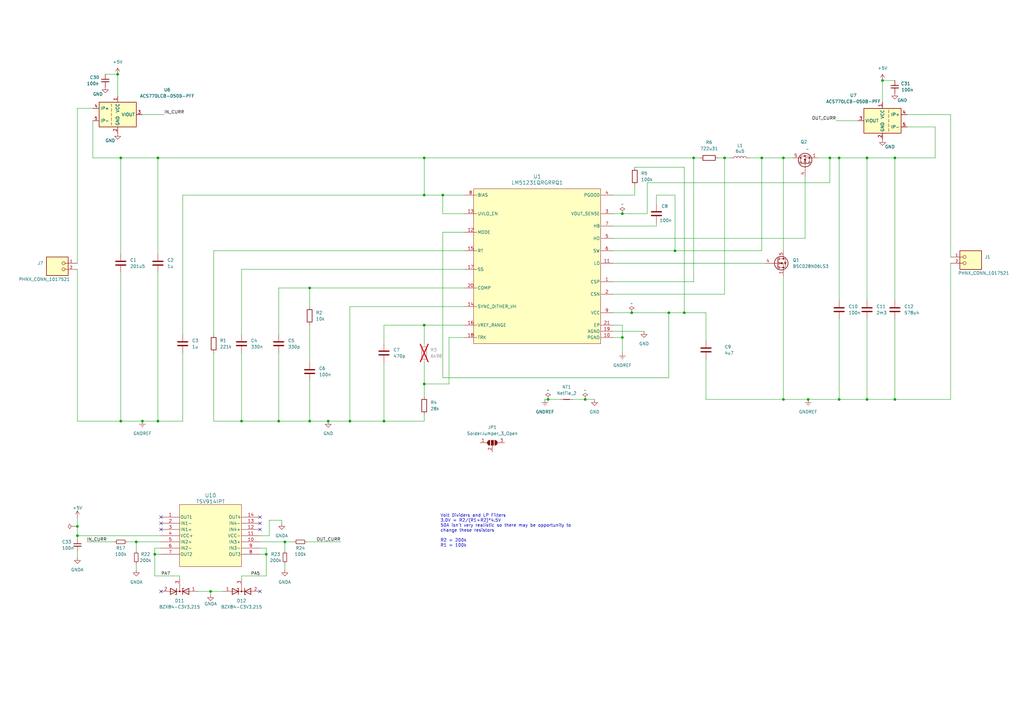
<source format=kicad_sch>
(kicad_sch
	(version 20231120)
	(generator "eeschema")
	(generator_version "8.0")
	(uuid "4693527c-13d8-40b4-a349-07b57572b566")
	(paper "A3")
	(title_block
		(title "Boost Converter")
		(rev "V1")
		(company "EcoCar")
		(comment 1 "Designed by: Nicholas semmens")
	)
	(lib_symbols
		(symbol "Device:C"
			(pin_numbers hide)
			(pin_names
				(offset 0.254)
			)
			(exclude_from_sim no)
			(in_bom yes)
			(on_board yes)
			(property "Reference" "C"
				(at 0.635 2.54 0)
				(effects
					(font
						(size 1.27 1.27)
					)
					(justify left)
				)
			)
			(property "Value" "C"
				(at 0.635 -2.54 0)
				(effects
					(font
						(size 1.27 1.27)
					)
					(justify left)
				)
			)
			(property "Footprint" ""
				(at 0.9652 -3.81 0)
				(effects
					(font
						(size 1.27 1.27)
					)
					(hide yes)
				)
			)
			(property "Datasheet" "~"
				(at 0 0 0)
				(effects
					(font
						(size 1.27 1.27)
					)
					(hide yes)
				)
			)
			(property "Description" "Unpolarized capacitor"
				(at 0 0 0)
				(effects
					(font
						(size 1.27 1.27)
					)
					(hide yes)
				)
			)
			(property "ki_keywords" "cap capacitor"
				(at 0 0 0)
				(effects
					(font
						(size 1.27 1.27)
					)
					(hide yes)
				)
			)
			(property "ki_fp_filters" "C_*"
				(at 0 0 0)
				(effects
					(font
						(size 1.27 1.27)
					)
					(hide yes)
				)
			)
			(symbol "C_0_1"
				(polyline
					(pts
						(xy -2.032 -0.762) (xy 2.032 -0.762)
					)
					(stroke
						(width 0.508)
						(type default)
					)
					(fill
						(type none)
					)
				)
				(polyline
					(pts
						(xy -2.032 0.762) (xy 2.032 0.762)
					)
					(stroke
						(width 0.508)
						(type default)
					)
					(fill
						(type none)
					)
				)
			)
			(symbol "C_1_1"
				(pin passive line
					(at 0 3.81 270)
					(length 2.794)
					(name "~"
						(effects
							(font
								(size 1.27 1.27)
							)
						)
					)
					(number "1"
						(effects
							(font
								(size 1.27 1.27)
							)
						)
					)
				)
				(pin passive line
					(at 0 -3.81 90)
					(length 2.794)
					(name "~"
						(effects
							(font
								(size 1.27 1.27)
							)
						)
					)
					(number "2"
						(effects
							(font
								(size 1.27 1.27)
							)
						)
					)
				)
			)
		)
		(symbol "Device:C_Small"
			(pin_numbers hide)
			(pin_names
				(offset 0.254) hide)
			(exclude_from_sim no)
			(in_bom yes)
			(on_board yes)
			(property "Reference" "C"
				(at 0.254 1.778 0)
				(effects
					(font
						(size 1.27 1.27)
					)
					(justify left)
				)
			)
			(property "Value" "C_Small"
				(at 0.254 -2.032 0)
				(effects
					(font
						(size 1.27 1.27)
					)
					(justify left)
				)
			)
			(property "Footprint" ""
				(at 0 0 0)
				(effects
					(font
						(size 1.27 1.27)
					)
					(hide yes)
				)
			)
			(property "Datasheet" "~"
				(at 0 0 0)
				(effects
					(font
						(size 1.27 1.27)
					)
					(hide yes)
				)
			)
			(property "Description" "Unpolarized capacitor, small symbol"
				(at 0 0 0)
				(effects
					(font
						(size 1.27 1.27)
					)
					(hide yes)
				)
			)
			(property "ki_keywords" "capacitor cap"
				(at 0 0 0)
				(effects
					(font
						(size 1.27 1.27)
					)
					(hide yes)
				)
			)
			(property "ki_fp_filters" "C_*"
				(at 0 0 0)
				(effects
					(font
						(size 1.27 1.27)
					)
					(hide yes)
				)
			)
			(symbol "C_Small_0_1"
				(polyline
					(pts
						(xy -1.524 -0.508) (xy 1.524 -0.508)
					)
					(stroke
						(width 0.3302)
						(type default)
					)
					(fill
						(type none)
					)
				)
				(polyline
					(pts
						(xy -1.524 0.508) (xy 1.524 0.508)
					)
					(stroke
						(width 0.3048)
						(type default)
					)
					(fill
						(type none)
					)
				)
			)
			(symbol "C_Small_1_1"
				(pin passive line
					(at 0 2.54 270)
					(length 2.032)
					(name "~"
						(effects
							(font
								(size 1.27 1.27)
							)
						)
					)
					(number "1"
						(effects
							(font
								(size 1.27 1.27)
							)
						)
					)
				)
				(pin passive line
					(at 0 -2.54 90)
					(length 2.032)
					(name "~"
						(effects
							(font
								(size 1.27 1.27)
							)
						)
					)
					(number "2"
						(effects
							(font
								(size 1.27 1.27)
							)
						)
					)
				)
			)
		)
		(symbol "Device:D_Zener_Dual_CommonCathode_AAK"
			(pin_names
				(offset 0.762) hide)
			(exclude_from_sim no)
			(in_bom yes)
			(on_board yes)
			(property "Reference" "D"
				(at 1.27 -2.54 0)
				(effects
					(font
						(size 1.27 1.27)
					)
				)
			)
			(property "Value" "D_Zener_Dual_CommonCathode_AAK"
				(at 0 2.54 0)
				(effects
					(font
						(size 1.27 1.27)
					)
				)
			)
			(property "Footprint" ""
				(at 0 0 0)
				(effects
					(font
						(size 1.27 1.27)
					)
					(hide yes)
				)
			)
			(property "Datasheet" "~"
				(at 0 0 0)
				(effects
					(font
						(size 1.27 1.27)
					)
					(hide yes)
				)
			)
			(property "Description" "Dual Zener diode, common cathode on pin 3"
				(at 0 0 0)
				(effects
					(font
						(size 1.27 1.27)
					)
					(hide yes)
				)
			)
			(property "ki_keywords" "diode zener dual"
				(at 0 0 0)
				(effects
					(font
						(size 1.27 1.27)
					)
					(hide yes)
				)
			)
			(property "ki_fp_filters" "SOT* SC*"
				(at 0 0 0)
				(effects
					(font
						(size 1.27 1.27)
					)
					(hide yes)
				)
			)
			(symbol "D_Zener_Dual_CommonCathode_AAK_0_1"
				(polyline
					(pts
						(xy -3.81 0) (xy 3.81 0)
					)
					(stroke
						(width 0)
						(type default)
					)
					(fill
						(type none)
					)
				)
				(polyline
					(pts
						(xy 0 0) (xy 0 -2.54)
					)
					(stroke
						(width 0)
						(type default)
					)
					(fill
						(type none)
					)
				)
				(polyline
					(pts
						(xy -1.27 1.27) (xy -1.27 -1.27) (xy -1.778 -1.27)
					)
					(stroke
						(width 0.254)
						(type default)
					)
					(fill
						(type none)
					)
				)
				(polyline
					(pts
						(xy 1.27 -1.27) (xy 1.27 1.27) (xy 1.778 1.27)
					)
					(stroke
						(width 0.254)
						(type default)
					)
					(fill
						(type none)
					)
				)
				(polyline
					(pts
						(xy -3.81 1.27) (xy -1.27 0) (xy -3.81 -1.27) (xy -3.81 1.27) (xy -3.81 1.27) (xy -3.81 1.27)
					)
					(stroke
						(width 0.254)
						(type default)
					)
					(fill
						(type none)
					)
				)
				(polyline
					(pts
						(xy 3.81 -1.27) (xy 1.27 0) (xy 3.81 1.27) (xy 3.81 -1.27) (xy 3.81 -1.27) (xy 3.81 -1.27)
					)
					(stroke
						(width 0.254)
						(type default)
					)
					(fill
						(type none)
					)
				)
				(circle
					(center 0 0)
					(radius 0.254)
					(stroke
						(width 0)
						(type default)
					)
					(fill
						(type outline)
					)
				)
				(pin passive line
					(at -7.62 0 0)
					(length 3.81)
					(name "A"
						(effects
							(font
								(size 1.27 1.27)
							)
						)
					)
					(number "1"
						(effects
							(font
								(size 1.27 1.27)
							)
						)
					)
				)
				(pin passive line
					(at 7.62 0 180)
					(length 3.81)
					(name "A"
						(effects
							(font
								(size 1.27 1.27)
							)
						)
					)
					(number "2"
						(effects
							(font
								(size 1.27 1.27)
							)
						)
					)
				)
				(pin passive line
					(at 0 -5.08 90)
					(length 2.54)
					(name "K"
						(effects
							(font
								(size 1.27 1.27)
							)
						)
					)
					(number "3"
						(effects
							(font
								(size 1.27 1.27)
							)
						)
					)
				)
			)
		)
		(symbol "Device:L"
			(pin_numbers hide)
			(pin_names
				(offset 1.016) hide)
			(exclude_from_sim no)
			(in_bom yes)
			(on_board yes)
			(property "Reference" "L"
				(at -1.27 0 90)
				(effects
					(font
						(size 1.27 1.27)
					)
				)
			)
			(property "Value" "L"
				(at 1.905 0 90)
				(effects
					(font
						(size 1.27 1.27)
					)
				)
			)
			(property "Footprint" ""
				(at 0 0 0)
				(effects
					(font
						(size 1.27 1.27)
					)
					(hide yes)
				)
			)
			(property "Datasheet" "~"
				(at 0 0 0)
				(effects
					(font
						(size 1.27 1.27)
					)
					(hide yes)
				)
			)
			(property "Description" "Inductor"
				(at 0 0 0)
				(effects
					(font
						(size 1.27 1.27)
					)
					(hide yes)
				)
			)
			(property "ki_keywords" "inductor choke coil reactor magnetic"
				(at 0 0 0)
				(effects
					(font
						(size 1.27 1.27)
					)
					(hide yes)
				)
			)
			(property "ki_fp_filters" "Choke_* *Coil* Inductor_* L_*"
				(at 0 0 0)
				(effects
					(font
						(size 1.27 1.27)
					)
					(hide yes)
				)
			)
			(symbol "L_0_1"
				(arc
					(start 0 -2.54)
					(mid 0.6323 -1.905)
					(end 0 -1.27)
					(stroke
						(width 0)
						(type default)
					)
					(fill
						(type none)
					)
				)
				(arc
					(start 0 -1.27)
					(mid 0.6323 -0.635)
					(end 0 0)
					(stroke
						(width 0)
						(type default)
					)
					(fill
						(type none)
					)
				)
				(arc
					(start 0 0)
					(mid 0.6323 0.635)
					(end 0 1.27)
					(stroke
						(width 0)
						(type default)
					)
					(fill
						(type none)
					)
				)
				(arc
					(start 0 1.27)
					(mid 0.6323 1.905)
					(end 0 2.54)
					(stroke
						(width 0)
						(type default)
					)
					(fill
						(type none)
					)
				)
			)
			(symbol "L_1_1"
				(pin passive line
					(at 0 3.81 270)
					(length 1.27)
					(name "1"
						(effects
							(font
								(size 1.27 1.27)
							)
						)
					)
					(number "1"
						(effects
							(font
								(size 1.27 1.27)
							)
						)
					)
				)
				(pin passive line
					(at 0 -3.81 90)
					(length 1.27)
					(name "2"
						(effects
							(font
								(size 1.27 1.27)
							)
						)
					)
					(number "2"
						(effects
							(font
								(size 1.27 1.27)
							)
						)
					)
				)
			)
		)
		(symbol "Device:NetTie_2"
			(pin_numbers hide)
			(pin_names
				(offset 0) hide)
			(exclude_from_sim no)
			(in_bom no)
			(on_board yes)
			(property "Reference" "NT"
				(at 0 1.27 0)
				(effects
					(font
						(size 1.27 1.27)
					)
				)
			)
			(property "Value" "NetTie_2"
				(at 0 -1.27 0)
				(effects
					(font
						(size 1.27 1.27)
					)
				)
			)
			(property "Footprint" ""
				(at 0 0 0)
				(effects
					(font
						(size 1.27 1.27)
					)
					(hide yes)
				)
			)
			(property "Datasheet" "~"
				(at 0 0 0)
				(effects
					(font
						(size 1.27 1.27)
					)
					(hide yes)
				)
			)
			(property "Description" "Net tie, 2 pins"
				(at 0 0 0)
				(effects
					(font
						(size 1.27 1.27)
					)
					(hide yes)
				)
			)
			(property "ki_keywords" "net tie short"
				(at 0 0 0)
				(effects
					(font
						(size 1.27 1.27)
					)
					(hide yes)
				)
			)
			(property "ki_fp_filters" "Net*Tie*"
				(at 0 0 0)
				(effects
					(font
						(size 1.27 1.27)
					)
					(hide yes)
				)
			)
			(symbol "NetTie_2_0_1"
				(polyline
					(pts
						(xy -1.27 0) (xy 1.27 0)
					)
					(stroke
						(width 0.254)
						(type default)
					)
					(fill
						(type none)
					)
				)
			)
			(symbol "NetTie_2_1_1"
				(pin passive line
					(at -2.54 0 0)
					(length 2.54)
					(name "1"
						(effects
							(font
								(size 1.27 1.27)
							)
						)
					)
					(number "1"
						(effects
							(font
								(size 1.27 1.27)
							)
						)
					)
				)
				(pin passive line
					(at 2.54 0 180)
					(length 2.54)
					(name "2"
						(effects
							(font
								(size 1.27 1.27)
							)
						)
					)
					(number "2"
						(effects
							(font
								(size 1.27 1.27)
							)
						)
					)
				)
			)
		)
		(symbol "Device:R"
			(pin_numbers hide)
			(pin_names
				(offset 0)
			)
			(exclude_from_sim no)
			(in_bom yes)
			(on_board yes)
			(property "Reference" "R"
				(at 2.032 0 90)
				(effects
					(font
						(size 1.27 1.27)
					)
				)
			)
			(property "Value" "R"
				(at 0 0 90)
				(effects
					(font
						(size 1.27 1.27)
					)
				)
			)
			(property "Footprint" ""
				(at -1.778 0 90)
				(effects
					(font
						(size 1.27 1.27)
					)
					(hide yes)
				)
			)
			(property "Datasheet" "~"
				(at 0 0 0)
				(effects
					(font
						(size 1.27 1.27)
					)
					(hide yes)
				)
			)
			(property "Description" "Resistor"
				(at 0 0 0)
				(effects
					(font
						(size 1.27 1.27)
					)
					(hide yes)
				)
			)
			(property "ki_keywords" "R res resistor"
				(at 0 0 0)
				(effects
					(font
						(size 1.27 1.27)
					)
					(hide yes)
				)
			)
			(property "ki_fp_filters" "R_*"
				(at 0 0 0)
				(effects
					(font
						(size 1.27 1.27)
					)
					(hide yes)
				)
			)
			(symbol "R_0_1"
				(rectangle
					(start -1.016 -2.54)
					(end 1.016 2.54)
					(stroke
						(width 0.254)
						(type default)
					)
					(fill
						(type none)
					)
				)
			)
			(symbol "R_1_1"
				(pin passive line
					(at 0 3.81 270)
					(length 1.27)
					(name "~"
						(effects
							(font
								(size 1.27 1.27)
							)
						)
					)
					(number "1"
						(effects
							(font
								(size 1.27 1.27)
							)
						)
					)
				)
				(pin passive line
					(at 0 -3.81 90)
					(length 1.27)
					(name "~"
						(effects
							(font
								(size 1.27 1.27)
							)
						)
					)
					(number "2"
						(effects
							(font
								(size 1.27 1.27)
							)
						)
					)
				)
			)
		)
		(symbol "Device:R_Small"
			(pin_numbers hide)
			(pin_names
				(offset 0.254) hide)
			(exclude_from_sim no)
			(in_bom yes)
			(on_board yes)
			(property "Reference" "R"
				(at 0.762 0.508 0)
				(effects
					(font
						(size 1.27 1.27)
					)
					(justify left)
				)
			)
			(property "Value" "R_Small"
				(at 0.762 -1.016 0)
				(effects
					(font
						(size 1.27 1.27)
					)
					(justify left)
				)
			)
			(property "Footprint" ""
				(at 0 0 0)
				(effects
					(font
						(size 1.27 1.27)
					)
					(hide yes)
				)
			)
			(property "Datasheet" "~"
				(at 0 0 0)
				(effects
					(font
						(size 1.27 1.27)
					)
					(hide yes)
				)
			)
			(property "Description" "Resistor, small symbol"
				(at 0 0 0)
				(effects
					(font
						(size 1.27 1.27)
					)
					(hide yes)
				)
			)
			(property "ki_keywords" "R resistor"
				(at 0 0 0)
				(effects
					(font
						(size 1.27 1.27)
					)
					(hide yes)
				)
			)
			(property "ki_fp_filters" "R_*"
				(at 0 0 0)
				(effects
					(font
						(size 1.27 1.27)
					)
					(hide yes)
				)
			)
			(symbol "R_Small_0_1"
				(rectangle
					(start -0.762 1.778)
					(end 0.762 -1.778)
					(stroke
						(width 0.2032)
						(type default)
					)
					(fill
						(type none)
					)
				)
			)
			(symbol "R_Small_1_1"
				(pin passive line
					(at 0 2.54 270)
					(length 0.762)
					(name "~"
						(effects
							(font
								(size 1.27 1.27)
							)
						)
					)
					(number "1"
						(effects
							(font
								(size 1.27 1.27)
							)
						)
					)
				)
				(pin passive line
					(at 0 -2.54 90)
					(length 0.762)
					(name "~"
						(effects
							(font
								(size 1.27 1.27)
							)
						)
					)
					(number "2"
						(effects
							(font
								(size 1.27 1.27)
							)
						)
					)
				)
			)
		)
		(symbol "Jumper:SolderJumper_3_Open"
			(pin_names
				(offset 0) hide)
			(exclude_from_sim yes)
			(in_bom no)
			(on_board yes)
			(property "Reference" "JP"
				(at -2.54 -2.54 0)
				(effects
					(font
						(size 1.27 1.27)
					)
				)
			)
			(property "Value" "SolderJumper_3_Open"
				(at 0 2.794 0)
				(effects
					(font
						(size 1.27 1.27)
					)
				)
			)
			(property "Footprint" ""
				(at 0 0 0)
				(effects
					(font
						(size 1.27 1.27)
					)
					(hide yes)
				)
			)
			(property "Datasheet" "~"
				(at 0 0 0)
				(effects
					(font
						(size 1.27 1.27)
					)
					(hide yes)
				)
			)
			(property "Description" "Solder Jumper, 3-pole, open"
				(at 0 0 0)
				(effects
					(font
						(size 1.27 1.27)
					)
					(hide yes)
				)
			)
			(property "ki_keywords" "Solder Jumper SPDT"
				(at 0 0 0)
				(effects
					(font
						(size 1.27 1.27)
					)
					(hide yes)
				)
			)
			(property "ki_fp_filters" "SolderJumper*Open*"
				(at 0 0 0)
				(effects
					(font
						(size 1.27 1.27)
					)
					(hide yes)
				)
			)
			(symbol "SolderJumper_3_Open_0_1"
				(arc
					(start -1.016 1.016)
					(mid -2.0276 0)
					(end -1.016 -1.016)
					(stroke
						(width 0)
						(type default)
					)
					(fill
						(type none)
					)
				)
				(arc
					(start -1.016 1.016)
					(mid -2.0276 0)
					(end -1.016 -1.016)
					(stroke
						(width 0)
						(type default)
					)
					(fill
						(type outline)
					)
				)
				(rectangle
					(start -0.508 1.016)
					(end 0.508 -1.016)
					(stroke
						(width 0)
						(type default)
					)
					(fill
						(type outline)
					)
				)
				(polyline
					(pts
						(xy -2.54 0) (xy -2.032 0)
					)
					(stroke
						(width 0)
						(type default)
					)
					(fill
						(type none)
					)
				)
				(polyline
					(pts
						(xy -1.016 1.016) (xy -1.016 -1.016)
					)
					(stroke
						(width 0)
						(type default)
					)
					(fill
						(type none)
					)
				)
				(polyline
					(pts
						(xy 0 -1.27) (xy 0 -1.016)
					)
					(stroke
						(width 0)
						(type default)
					)
					(fill
						(type none)
					)
				)
				(polyline
					(pts
						(xy 1.016 1.016) (xy 1.016 -1.016)
					)
					(stroke
						(width 0)
						(type default)
					)
					(fill
						(type none)
					)
				)
				(polyline
					(pts
						(xy 2.54 0) (xy 2.032 0)
					)
					(stroke
						(width 0)
						(type default)
					)
					(fill
						(type none)
					)
				)
				(arc
					(start 1.016 -1.016)
					(mid 2.0276 0)
					(end 1.016 1.016)
					(stroke
						(width 0)
						(type default)
					)
					(fill
						(type none)
					)
				)
				(arc
					(start 1.016 -1.016)
					(mid 2.0276 0)
					(end 1.016 1.016)
					(stroke
						(width 0)
						(type default)
					)
					(fill
						(type outline)
					)
				)
			)
			(symbol "SolderJumper_3_Open_1_1"
				(pin passive line
					(at -5.08 0 0)
					(length 2.54)
					(name "A"
						(effects
							(font
								(size 1.27 1.27)
							)
						)
					)
					(number "1"
						(effects
							(font
								(size 1.27 1.27)
							)
						)
					)
				)
				(pin passive line
					(at 0 -3.81 90)
					(length 2.54)
					(name "C"
						(effects
							(font
								(size 1.27 1.27)
							)
						)
					)
					(number "2"
						(effects
							(font
								(size 1.27 1.27)
							)
						)
					)
				)
				(pin passive line
					(at 5.08 0 180)
					(length 2.54)
					(name "B"
						(effects
							(font
								(size 1.27 1.27)
							)
						)
					)
					(number "3"
						(effects
							(font
								(size 1.27 1.27)
							)
						)
					)
				)
			)
		)
		(symbol "RB_PARTS:TSV914IPT"
			(pin_names
				(offset 0.254)
			)
			(exclude_from_sim no)
			(in_bom yes)
			(on_board yes)
			(property "Reference" "U"
				(at 20.32 10.16 0)
				(effects
					(font
						(size 1.524 1.524)
					)
				)
			)
			(property "Value" "TSV914IPT"
				(at 20.32 7.62 0)
				(effects
					(font
						(size 1.524 1.524)
					)
				)
			)
			(property "Footprint" "Package_SO:TSSOP-14_4.4x5mm_P0.65mm"
				(at 0 5.08 0)
				(effects
					(font
						(size 1.27 1.27)
						(italic yes)
					)
					(hide yes)
				)
			)
			(property "Datasheet" "https://www.st.com/content/ccc/resource/technical/document/datasheet/68/e5/70/49/1a/0d/47/dd/CD00127596.pdf/files/CD00127596.pdf/jcr:content/translations/en.CD00127596.pdf"
				(at 1.27 5.08 0)
				(effects
					(font
						(size 1.27 1.27)
						(italic yes)
					)
					(hide yes)
				)
			)
			(property "Description" ""
				(at 0 0 0)
				(effects
					(font
						(size 1.27 1.27)
					)
					(hide yes)
				)
			)
			(property "ki_keywords" "TSV914IPT"
				(at 0 0 0)
				(effects
					(font
						(size 1.27 1.27)
					)
					(hide yes)
				)
			)
			(property "ki_fp_filters" "TSSOP14_STM TSSOP14_STM-M TSSOP14_STM-L"
				(at 0 0 0)
				(effects
					(font
						(size 1.27 1.27)
					)
					(hide yes)
				)
			)
			(symbol "TSV914IPT_0_1"
				(pin output line
					(at 0 0 0)
					(length 7.62)
					(name "OUT1"
						(effects
							(font
								(size 1.27 1.27)
							)
						)
					)
					(number "1"
						(effects
							(font
								(size 1.27 1.27)
							)
						)
					)
				)
				(pin input line
					(at 40.64 -10.16 180)
					(length 7.62)
					(name "IN3+"
						(effects
							(font
								(size 1.27 1.27)
							)
						)
					)
					(number "10"
						(effects
							(font
								(size 1.27 1.27)
							)
						)
					)
				)
				(pin power_in line
					(at 40.64 -7.62 180)
					(length 7.62)
					(name "VCC-"
						(effects
							(font
								(size 1.27 1.27)
							)
						)
					)
					(number "11"
						(effects
							(font
								(size 1.27 1.27)
							)
						)
					)
				)
				(pin input line
					(at 40.64 -5.08 180)
					(length 7.62)
					(name "IN4+"
						(effects
							(font
								(size 1.27 1.27)
							)
						)
					)
					(number "12"
						(effects
							(font
								(size 1.27 1.27)
							)
						)
					)
				)
				(pin input line
					(at 40.64 -2.54 180)
					(length 7.62)
					(name "IN4-"
						(effects
							(font
								(size 1.27 1.27)
							)
						)
					)
					(number "13"
						(effects
							(font
								(size 1.27 1.27)
							)
						)
					)
				)
				(pin output line
					(at 40.64 0 180)
					(length 7.62)
					(name "OUT4"
						(effects
							(font
								(size 1.27 1.27)
							)
						)
					)
					(number "14"
						(effects
							(font
								(size 1.27 1.27)
							)
						)
					)
				)
				(pin input line
					(at 0 -2.54 0)
					(length 7.62)
					(name "IN1-"
						(effects
							(font
								(size 1.27 1.27)
							)
						)
					)
					(number "2"
						(effects
							(font
								(size 1.27 1.27)
							)
						)
					)
				)
				(pin input line
					(at 0 -5.08 0)
					(length 7.62)
					(name "IN1+"
						(effects
							(font
								(size 1.27 1.27)
							)
						)
					)
					(number "3"
						(effects
							(font
								(size 1.27 1.27)
							)
						)
					)
				)
				(pin power_in line
					(at 0 -7.62 0)
					(length 7.62)
					(name "VCC+"
						(effects
							(font
								(size 1.27 1.27)
							)
						)
					)
					(number "4"
						(effects
							(font
								(size 1.27 1.27)
							)
						)
					)
				)
				(pin input line
					(at 0 -10.16 0)
					(length 7.62)
					(name "IN2+"
						(effects
							(font
								(size 1.27 1.27)
							)
						)
					)
					(number "5"
						(effects
							(font
								(size 1.27 1.27)
							)
						)
					)
				)
				(pin input line
					(at 0 -12.7 0)
					(length 7.62)
					(name "IN2-"
						(effects
							(font
								(size 1.27 1.27)
							)
						)
					)
					(number "6"
						(effects
							(font
								(size 1.27 1.27)
							)
						)
					)
				)
				(pin output line
					(at 0 -15.24 0)
					(length 7.62)
					(name "OUT2"
						(effects
							(font
								(size 1.27 1.27)
							)
						)
					)
					(number "7"
						(effects
							(font
								(size 1.27 1.27)
							)
						)
					)
				)
				(pin output line
					(at 40.64 -15.24 180)
					(length 7.62)
					(name "OUT3"
						(effects
							(font
								(size 1.27 1.27)
							)
						)
					)
					(number "8"
						(effects
							(font
								(size 1.27 1.27)
							)
						)
					)
				)
				(pin input line
					(at 40.64 -12.7 180)
					(length 7.62)
					(name "IN3-"
						(effects
							(font
								(size 1.27 1.27)
							)
						)
					)
					(number "9"
						(effects
							(font
								(size 1.27 1.27)
							)
						)
					)
				)
			)
			(symbol "TSV914IPT_1_1"
				(rectangle
					(start 7.62 5.08)
					(end 33.02 -20.32)
					(stroke
						(width 0)
						(type default)
					)
					(fill
						(type background)
					)
				)
			)
		)
		(symbol "Sensor_Current:ACS770xCB-050B-PFF"
			(exclude_from_sim no)
			(in_bom yes)
			(on_board yes)
			(property "Reference" "U"
				(at -7.62 6.35 0)
				(effects
					(font
						(size 1.27 1.27)
					)
					(justify left)
				)
			)
			(property "Value" "ACS770xCB-050B-PFF"
				(at 2.54 6.35 0)
				(effects
					(font
						(size 1.27 1.27)
					)
					(justify left)
				)
			)
			(property "Footprint" "Sensor_Current:Allegro_CB_PFF"
				(at 0 0 0)
				(effects
					(font
						(size 1.27 1.27)
					)
					(hide yes)
				)
			)
			(property "Datasheet" "http://www.allegromicro.com/~/media/Files/Datasheets/ACS758-Datasheet.ashx?la=en"
				(at 0 0 0)
				(effects
					(font
						(size 1.27 1.27)
					)
					(hide yes)
				)
			)
			(property "Description" "±50A Bidirectional Hall-Effect Current Sensor, +5.0V supply, 40mV/A, CB-5 PFF"
				(at 0 0 0)
				(effects
					(font
						(size 1.27 1.27)
					)
					(hide yes)
				)
			)
			(property "ki_keywords" "hall effect current monitor sensor isolated"
				(at 0 0 0)
				(effects
					(font
						(size 1.27 1.27)
					)
					(hide yes)
				)
			)
			(property "ki_fp_filters" "Allegro*CB*PFF*"
				(at 0 0 0)
				(effects
					(font
						(size 1.27 1.27)
					)
					(hide yes)
				)
			)
			(symbol "ACS770xCB-050B-PFF_0_1"
				(rectangle
					(start -7.62 5.08)
					(end 7.62 -5.08)
					(stroke
						(width 0.254)
						(type default)
					)
					(fill
						(type background)
					)
				)
				(polyline
					(pts
						(xy -2.54 -3.175) (xy -2.54 -4.445)
					)
					(stroke
						(width 0)
						(type default)
					)
					(fill
						(type none)
					)
				)
				(polyline
					(pts
						(xy -2.54 -1.27) (xy -2.54 -2.54)
					)
					(stroke
						(width 0)
						(type default)
					)
					(fill
						(type none)
					)
				)
				(polyline
					(pts
						(xy -2.54 0.635) (xy -2.54 -0.635)
					)
					(stroke
						(width 0)
						(type default)
					)
					(fill
						(type none)
					)
				)
				(polyline
					(pts
						(xy -2.54 1.27) (xy -2.54 2.54)
					)
					(stroke
						(width 0)
						(type default)
					)
					(fill
						(type none)
					)
				)
				(polyline
					(pts
						(xy -2.54 3.175) (xy -2.54 4.445)
					)
					(stroke
						(width 0)
						(type default)
					)
					(fill
						(type none)
					)
				)
			)
			(symbol "ACS770xCB-050B-PFF_1_1"
				(pin power_in line
					(at 0 7.62 270)
					(length 2.54)
					(name "VCC"
						(effects
							(font
								(size 1.27 1.27)
							)
						)
					)
					(number "1"
						(effects
							(font
								(size 1.27 1.27)
							)
						)
					)
				)
				(pin power_in line
					(at 0 -7.62 90)
					(length 2.54)
					(name "GND"
						(effects
							(font
								(size 1.27 1.27)
							)
						)
					)
					(number "2"
						(effects
							(font
								(size 1.27 1.27)
							)
						)
					)
				)
				(pin output line
					(at 10.16 0 180)
					(length 2.54)
					(name "VIOUT"
						(effects
							(font
								(size 1.27 1.27)
							)
						)
					)
					(number "3"
						(effects
							(font
								(size 1.27 1.27)
							)
						)
					)
				)
				(pin passive line
					(at -10.16 2.54 0)
					(length 2.54)
					(name "IP+"
						(effects
							(font
								(size 1.27 1.27)
							)
						)
					)
					(number "4"
						(effects
							(font
								(size 1.27 1.27)
							)
						)
					)
				)
				(pin passive line
					(at -10.16 -2.54 0)
					(length 2.54)
					(name "IP-"
						(effects
							(font
								(size 1.27 1.27)
							)
						)
					)
					(number "5"
						(effects
							(font
								(size 1.27 1.27)
							)
						)
					)
				)
			)
		)
		(symbol "Transistor_FET:BSC028N06LS3"
			(pin_names hide)
			(exclude_from_sim no)
			(in_bom yes)
			(on_board yes)
			(property "Reference" "Q"
				(at 5.08 1.905 0)
				(effects
					(font
						(size 1.27 1.27)
					)
					(justify left)
				)
			)
			(property "Value" "BSC028N06LS3"
				(at 5.08 0 0)
				(effects
					(font
						(size 1.27 1.27)
					)
					(justify left)
				)
			)
			(property "Footprint" "Package_TO_SOT_SMD:TDSON-8-1"
				(at 5.08 -1.905 0)
				(effects
					(font
						(size 1.27 1.27)
						(italic yes)
					)
					(justify left)
					(hide yes)
				)
			)
			(property "Datasheet" "http://www.infineon.com/dgdl/Infineon-BSC028N06LS3-DS-v02_02-en.pdf?fileId=db3a30431ddc9372011ebafa4c607f8c"
				(at 5.08 -3.81 0)
				(effects
					(font
						(size 1.27 1.27)
					)
					(justify left)
					(hide yes)
				)
			)
			(property "Description" "100A Id, 60V Vds, OptiMOS N-Channel Power MOSFET, 2.8mOhm Ron, Qg (typ) 31.0nC, PG-TDSON-8"
				(at 0 0 0)
				(effects
					(font
						(size 1.27 1.27)
					)
					(hide yes)
				)
			)
			(property "ki_keywords" "OptiMOS Power MOSFET N-MOS"
				(at 0 0 0)
				(effects
					(font
						(size 1.27 1.27)
					)
					(hide yes)
				)
			)
			(property "ki_fp_filters" "TDSON*"
				(at 0 0 0)
				(effects
					(font
						(size 1.27 1.27)
					)
					(hide yes)
				)
			)
			(symbol "BSC028N06LS3_0_1"
				(polyline
					(pts
						(xy 0.254 0) (xy -2.54 0)
					)
					(stroke
						(width 0)
						(type default)
					)
					(fill
						(type none)
					)
				)
				(polyline
					(pts
						(xy 0.254 1.905) (xy 0.254 -1.905)
					)
					(stroke
						(width 0.254)
						(type default)
					)
					(fill
						(type none)
					)
				)
				(polyline
					(pts
						(xy 0.762 -1.27) (xy 0.762 -2.286)
					)
					(stroke
						(width 0.254)
						(type default)
					)
					(fill
						(type none)
					)
				)
				(polyline
					(pts
						(xy 0.762 0.508) (xy 0.762 -0.508)
					)
					(stroke
						(width 0.254)
						(type default)
					)
					(fill
						(type none)
					)
				)
				(polyline
					(pts
						(xy 0.762 2.286) (xy 0.762 1.27)
					)
					(stroke
						(width 0.254)
						(type default)
					)
					(fill
						(type none)
					)
				)
				(polyline
					(pts
						(xy 2.54 2.54) (xy 2.54 1.778)
					)
					(stroke
						(width 0)
						(type default)
					)
					(fill
						(type none)
					)
				)
				(polyline
					(pts
						(xy 2.54 -2.54) (xy 2.54 0) (xy 0.762 0)
					)
					(stroke
						(width 0)
						(type default)
					)
					(fill
						(type none)
					)
				)
				(polyline
					(pts
						(xy 0.762 -1.778) (xy 3.302 -1.778) (xy 3.302 1.778) (xy 0.762 1.778)
					)
					(stroke
						(width 0)
						(type default)
					)
					(fill
						(type none)
					)
				)
				(polyline
					(pts
						(xy 1.016 0) (xy 2.032 0.381) (xy 2.032 -0.381) (xy 1.016 0)
					)
					(stroke
						(width 0)
						(type default)
					)
					(fill
						(type outline)
					)
				)
				(polyline
					(pts
						(xy 2.794 0.508) (xy 2.921 0.381) (xy 3.683 0.381) (xy 3.81 0.254)
					)
					(stroke
						(width 0)
						(type default)
					)
					(fill
						(type none)
					)
				)
				(polyline
					(pts
						(xy 3.302 0.381) (xy 2.921 -0.254) (xy 3.683 -0.254) (xy 3.302 0.381)
					)
					(stroke
						(width 0)
						(type default)
					)
					(fill
						(type none)
					)
				)
				(circle
					(center 1.651 0)
					(radius 2.794)
					(stroke
						(width 0.254)
						(type default)
					)
					(fill
						(type none)
					)
				)
				(circle
					(center 2.54 -1.778)
					(radius 0.254)
					(stroke
						(width 0)
						(type default)
					)
					(fill
						(type outline)
					)
				)
				(circle
					(center 2.54 1.778)
					(radius 0.254)
					(stroke
						(width 0)
						(type default)
					)
					(fill
						(type outline)
					)
				)
			)
			(symbol "BSC028N06LS3_1_1"
				(pin passive line
					(at 2.54 -5.08 90)
					(length 2.54)
					(name "S"
						(effects
							(font
								(size 1.27 1.27)
							)
						)
					)
					(number "1"
						(effects
							(font
								(size 1.27 1.27)
							)
						)
					)
				)
				(pin passive line
					(at 2.54 -5.08 90)
					(length 2.54) hide
					(name "S"
						(effects
							(font
								(size 1.27 1.27)
							)
						)
					)
					(number "2"
						(effects
							(font
								(size 1.27 1.27)
							)
						)
					)
				)
				(pin passive line
					(at 2.54 -5.08 90)
					(length 2.54) hide
					(name "S"
						(effects
							(font
								(size 1.27 1.27)
							)
						)
					)
					(number "3"
						(effects
							(font
								(size 1.27 1.27)
							)
						)
					)
				)
				(pin passive line
					(at -5.08 0 0)
					(length 2.54)
					(name "G"
						(effects
							(font
								(size 1.27 1.27)
							)
						)
					)
					(number "4"
						(effects
							(font
								(size 1.27 1.27)
							)
						)
					)
				)
				(pin passive line
					(at 2.54 5.08 270)
					(length 2.54)
					(name "D"
						(effects
							(font
								(size 1.27 1.27)
							)
						)
					)
					(number "5"
						(effects
							(font
								(size 1.27 1.27)
							)
						)
					)
				)
			)
		)
		(symbol "ecocad_lib_symbols:LM51231QRGRRQ1"
			(pin_names
				(offset 0.254)
			)
			(exclude_from_sim no)
			(in_bom yes)
			(on_board yes)
			(property "Reference" "U"
				(at 5.08 6.858 0)
				(effects
					(font
						(size 1.524 1.524)
					)
				)
			)
			(property "Value" "LM51231QRGRRQ1"
				(at 14.732 4.318 0)
				(effects
					(font
						(size 1.524 1.524)
					)
				)
			)
			(property "Footprint" "ecocad_lib_footprints:RGR0020C-MFG"
				(at 1.524 3.81 0)
				(effects
					(font
						(size 1.27 1.27)
						(italic yes)
					)
					(hide yes)
				)
			)
			(property "Datasheet" "LM51231QRGRRQ1"
				(at 1.016 3.81 0)
				(effects
					(font
						(size 1.27 1.27)
						(italic yes)
					)
					(hide yes)
				)
			)
			(property "Description" ""
				(at 0 0 0)
				(effects
					(font
						(size 1.27 1.27)
					)
					(hide yes)
				)
			)
			(property "ki_keywords" "LM51231QRGRRQ1"
				(at 0 0 0)
				(effects
					(font
						(size 1.27 1.27)
					)
					(hide yes)
				)
			)
			(property "ki_fp_filters" "RGR0020C-IPC_A RGR0020C-IPC_B RGR0020C-IPC_C RGR0020C-MFG"
				(at 0 0 0)
				(effects
					(font
						(size 1.27 1.27)
					)
					(hide yes)
				)
			)
			(symbol "LM51231QRGRRQ1_0_1"
				(pin unspecified line
					(at 60.96 -35.56 180)
					(length 5.08)
					(name "CSP"
						(effects
							(font
								(size 1.27 1.27)
							)
						)
					)
					(number "1"
						(effects
							(font
								(size 1.27 1.27)
							)
						)
					)
				)
				(pin power_in line
					(at 60.96 -58.42 180)
					(length 5.08)
					(name "PGND"
						(effects
							(font
								(size 1.27 1.27)
							)
						)
					)
					(number "10"
						(effects
							(font
								(size 1.27 1.27)
							)
						)
					)
				)
				(pin output line
					(at 60.96 -27.94 180)
					(length 5.08)
					(name "LO"
						(effects
							(font
								(size 1.27 1.27)
							)
						)
					)
					(number "11"
						(effects
							(font
								(size 1.27 1.27)
							)
						)
					)
				)
				(pin unspecified line
					(at 0 -15.24 0)
					(length 5.08)
					(name "MODE"
						(effects
							(font
								(size 1.27 1.27)
							)
						)
					)
					(number "12"
						(effects
							(font
								(size 1.27 1.27)
							)
						)
					)
				)
				(pin input line
					(at 0 -7.62 0)
					(length 5.08)
					(name "UVLO_EN"
						(effects
							(font
								(size 1.27 1.27)
							)
						)
					)
					(number "13"
						(effects
							(font
								(size 1.27 1.27)
							)
						)
					)
				)
				(pin unspecified line
					(at 0 -45.72 0)
					(length 5.08)
					(name "SYNC_DITHER_VH"
						(effects
							(font
								(size 1.27 1.27)
							)
						)
					)
					(number "14"
						(effects
							(font
								(size 1.27 1.27)
							)
						)
					)
				)
				(pin unspecified line
					(at 0 -22.86 0)
					(length 5.08)
					(name "RT"
						(effects
							(font
								(size 1.27 1.27)
							)
						)
					)
					(number "15"
						(effects
							(font
								(size 1.27 1.27)
							)
						)
					)
				)
				(pin unspecified line
					(at 0 -53.34 0)
					(length 5.08)
					(name "VREF_RANGE"
						(effects
							(font
								(size 1.27 1.27)
							)
						)
					)
					(number "16"
						(effects
							(font
								(size 1.27 1.27)
							)
						)
					)
				)
				(pin unspecified line
					(at 0 -30.48 0)
					(length 5.08)
					(name "SS"
						(effects
							(font
								(size 1.27 1.27)
							)
						)
					)
					(number "17"
						(effects
							(font
								(size 1.27 1.27)
							)
						)
					)
				)
				(pin unspecified line
					(at 0 -58.42 0)
					(length 5.08)
					(name "TRK"
						(effects
							(font
								(size 1.27 1.27)
							)
						)
					)
					(number "18"
						(effects
							(font
								(size 1.27 1.27)
							)
						)
					)
				)
				(pin power_in line
					(at 60.96 -55.88 180)
					(length 5.08)
					(name "AGND"
						(effects
							(font
								(size 1.27 1.27)
							)
						)
					)
					(number "19"
						(effects
							(font
								(size 1.27 1.27)
							)
						)
					)
				)
				(pin unspecified line
					(at 60.96 -40.64 180)
					(length 5.08)
					(name "CSN"
						(effects
							(font
								(size 1.27 1.27)
							)
						)
					)
					(number "2"
						(effects
							(font
								(size 1.27 1.27)
							)
						)
					)
				)
				(pin unspecified line
					(at 0 -38.1 0)
					(length 5.08)
					(name "COMP"
						(effects
							(font
								(size 1.27 1.27)
							)
						)
					)
					(number "20"
						(effects
							(font
								(size 1.27 1.27)
							)
						)
					)
				)
				(pin unspecified line
					(at 60.96 -53.34 180)
					(length 5.08)
					(name "EP"
						(effects
							(font
								(size 1.27 1.27)
							)
						)
					)
					(number "21"
						(effects
							(font
								(size 1.27 1.27)
							)
						)
					)
				)
				(pin power_in line
					(at 60.96 -7.62 180)
					(length 5.08)
					(name "VOUT_SENSE"
						(effects
							(font
								(size 1.27 1.27)
							)
						)
					)
					(number "3"
						(effects
							(font
								(size 1.27 1.27)
							)
						)
					)
				)
				(pin open_collector line
					(at 60.96 0 180)
					(length 5.08)
					(name "PGOOD"
						(effects
							(font
								(size 1.27 1.27)
							)
						)
					)
					(number "4"
						(effects
							(font
								(size 1.27 1.27)
							)
						)
					)
				)
				(pin output line
					(at 60.96 -17.78 180)
					(length 5.08)
					(name "HO"
						(effects
							(font
								(size 1.27 1.27)
							)
						)
					)
					(number "5"
						(effects
							(font
								(size 1.27 1.27)
							)
						)
					)
				)
				(pin unspecified line
					(at 60.96 -22.86 180)
					(length 5.08)
					(name "SW"
						(effects
							(font
								(size 1.27 1.27)
							)
						)
					)
					(number "6"
						(effects
							(font
								(size 1.27 1.27)
							)
						)
					)
				)
				(pin unspecified line
					(at 60.96 -12.7 180)
					(length 5.08)
					(name "HB"
						(effects
							(font
								(size 1.27 1.27)
							)
						)
					)
					(number "7"
						(effects
							(font
								(size 1.27 1.27)
							)
						)
					)
				)
				(pin unspecified line
					(at 0 0 0)
					(length 5.08)
					(name "BIAS"
						(effects
							(font
								(size 1.27 1.27)
							)
						)
					)
					(number "8"
						(effects
							(font
								(size 1.27 1.27)
							)
						)
					)
				)
				(pin power_in line
					(at 60.96 -48.26 180)
					(length 5.08)
					(name "VCC"
						(effects
							(font
								(size 1.27 1.27)
							)
						)
					)
					(number "9"
						(effects
							(font
								(size 1.27 1.27)
							)
						)
					)
				)
			)
			(symbol "LM51231QRGRRQ1_1_1"
				(rectangle
					(start 3.81 2.54)
					(end 55.88 -60.96)
					(stroke
						(width 0)
						(type default)
					)
					(fill
						(type background)
					)
				)
			)
		)
		(symbol "ecocad_lib_symbols:PHNX_CONN_1017521"
			(pin_names
				(offset 1.016)
			)
			(exclude_from_sim no)
			(in_bom yes)
			(on_board yes)
			(property "Reference" "J"
				(at -3.556 5.08 0)
				(effects
					(font
						(size 1.27 1.27)
					)
					(justify left bottom)
				)
			)
			(property "Value" "PHNX_CONN_1017521"
				(at -3.81 3.048 0)
				(effects
					(font
						(size 1.27 1.27)
					)
					(justify left bottom)
				)
			)
			(property "Footprint" "ecocad_lib_footprints:PHOENIX_1017521"
				(at -0.508 7.366 0)
				(effects
					(font
						(size 1.27 1.27)
					)
					(justify bottom)
					(hide yes)
				)
			)
			(property "Datasheet" ""
				(at 0 0 0)
				(effects
					(font
						(size 1.27 1.27)
					)
					(hide yes)
				)
			)
			(property "Description" ""
				(at 0 0 0)
				(effects
					(font
						(size 1.27 1.27)
					)
					(hide yes)
				)
			)
			(property "PARTREV" "04.01.2018"
				(at -0.762 7.62 0)
				(effects
					(font
						(size 1.27 1.27)
					)
					(justify bottom)
					(hide yes)
				)
			)
			(property "MANUFACTURER" "Phoenix Contact"
				(at -1.27 7.62 0)
				(effects
					(font
						(size 1.27 1.27)
					)
					(justify bottom)
					(hide yes)
				)
			)
			(property "MAXIMUM_PACKAGE_HEIGHT" "23.6mm"
				(at 0.508 7.366 0)
				(effects
					(font
						(size 1.27 1.27)
					)
					(justify bottom)
					(hide yes)
				)
			)
			(property "STANDARD" "Manufacturer Recommendations"
				(at -0.508 7.366 0)
				(effects
					(font
						(size 1.27 1.27)
					)
					(justify bottom)
					(hide yes)
				)
			)
			(symbol "PHNX_CONN_1017521_0_0"
				(rectangle
					(start -3.81 -5.08)
					(end 5.08 2.54)
					(stroke
						(width 0.254)
						(type default)
					)
					(fill
						(type background)
					)
				)
				(circle
					(center -1.905 -2.54)
					(radius 0.635)
					(stroke
						(width 0.1524)
						(type default)
					)
					(fill
						(type none)
					)
				)
				(circle
					(center -1.905 0)
					(radius 0.635)
					(stroke
						(width 0.1524)
						(type default)
					)
					(fill
						(type none)
					)
				)
			)
			(symbol "PHNX_CONN_1017521_1_0"
				(pin passive line
					(at -7.62 0 0)
					(length 5.08)
					(name ""
						(effects
							(font
								(size 1.016 1.016)
							)
						)
					)
					(number "1"
						(effects
							(font
								(size 1.016 1.016)
							)
						)
					)
				)
				(pin passive line
					(at -7.62 -2.54 0)
					(length 5.08)
					(name ""
						(effects
							(font
								(size 1.016 1.016)
							)
						)
					)
					(number "2"
						(effects
							(font
								(size 1.016 1.016)
							)
						)
					)
				)
			)
		)
		(symbol "power:+5V"
			(power)
			(pin_numbers hide)
			(pin_names
				(offset 0) hide)
			(exclude_from_sim no)
			(in_bom yes)
			(on_board yes)
			(property "Reference" "#PWR"
				(at 0 -3.81 0)
				(effects
					(font
						(size 1.27 1.27)
					)
					(hide yes)
				)
			)
			(property "Value" "+5V"
				(at 0 3.556 0)
				(effects
					(font
						(size 1.27 1.27)
					)
				)
			)
			(property "Footprint" ""
				(at 0 0 0)
				(effects
					(font
						(size 1.27 1.27)
					)
					(hide yes)
				)
			)
			(property "Datasheet" ""
				(at 0 0 0)
				(effects
					(font
						(size 1.27 1.27)
					)
					(hide yes)
				)
			)
			(property "Description" "Power symbol creates a global label with name \"+5V\""
				(at 0 0 0)
				(effects
					(font
						(size 1.27 1.27)
					)
					(hide yes)
				)
			)
			(property "ki_keywords" "global power"
				(at 0 0 0)
				(effects
					(font
						(size 1.27 1.27)
					)
					(hide yes)
				)
			)
			(symbol "+5V_0_1"
				(polyline
					(pts
						(xy -0.762 1.27) (xy 0 2.54)
					)
					(stroke
						(width 0)
						(type default)
					)
					(fill
						(type none)
					)
				)
				(polyline
					(pts
						(xy 0 0) (xy 0 2.54)
					)
					(stroke
						(width 0)
						(type default)
					)
					(fill
						(type none)
					)
				)
				(polyline
					(pts
						(xy 0 2.54) (xy 0.762 1.27)
					)
					(stroke
						(width 0)
						(type default)
					)
					(fill
						(type none)
					)
				)
			)
			(symbol "+5V_1_1"
				(pin power_in line
					(at 0 0 90)
					(length 0)
					(name "~"
						(effects
							(font
								(size 1.27 1.27)
							)
						)
					)
					(number "1"
						(effects
							(font
								(size 1.27 1.27)
							)
						)
					)
				)
			)
		)
		(symbol "power:GND"
			(power)
			(pin_numbers hide)
			(pin_names
				(offset 0) hide)
			(exclude_from_sim no)
			(in_bom yes)
			(on_board yes)
			(property "Reference" "#PWR"
				(at 0 -6.35 0)
				(effects
					(font
						(size 1.27 1.27)
					)
					(hide yes)
				)
			)
			(property "Value" "GND"
				(at 0 -3.81 0)
				(effects
					(font
						(size 1.27 1.27)
					)
				)
			)
			(property "Footprint" ""
				(at 0 0 0)
				(effects
					(font
						(size 1.27 1.27)
					)
					(hide yes)
				)
			)
			(property "Datasheet" ""
				(at 0 0 0)
				(effects
					(font
						(size 1.27 1.27)
					)
					(hide yes)
				)
			)
			(property "Description" "Power symbol creates a global label with name \"GND\" , ground"
				(at 0 0 0)
				(effects
					(font
						(size 1.27 1.27)
					)
					(hide yes)
				)
			)
			(property "ki_keywords" "global power"
				(at 0 0 0)
				(effects
					(font
						(size 1.27 1.27)
					)
					(hide yes)
				)
			)
			(symbol "GND_0_1"
				(polyline
					(pts
						(xy 0 0) (xy 0 -1.27) (xy 1.27 -1.27) (xy 0 -2.54) (xy -1.27 -1.27) (xy 0 -1.27)
					)
					(stroke
						(width 0)
						(type default)
					)
					(fill
						(type none)
					)
				)
			)
			(symbol "GND_1_1"
				(pin power_in line
					(at 0 0 270)
					(length 0)
					(name "~"
						(effects
							(font
								(size 1.27 1.27)
							)
						)
					)
					(number "1"
						(effects
							(font
								(size 1.27 1.27)
							)
						)
					)
				)
			)
		)
		(symbol "power:GNDA"
			(power)
			(pin_names
				(offset 0)
			)
			(exclude_from_sim no)
			(in_bom yes)
			(on_board yes)
			(property "Reference" "#PWR"
				(at 0 -6.35 0)
				(effects
					(font
						(size 1.27 1.27)
					)
					(hide yes)
				)
			)
			(property "Value" "GNDA"
				(at 0 -3.81 0)
				(effects
					(font
						(size 1.27 1.27)
					)
				)
			)
			(property "Footprint" ""
				(at 0 0 0)
				(effects
					(font
						(size 1.27 1.27)
					)
					(hide yes)
				)
			)
			(property "Datasheet" ""
				(at 0 0 0)
				(effects
					(font
						(size 1.27 1.27)
					)
					(hide yes)
				)
			)
			(property "Description" "Power symbol creates a global label with name \"GNDA\" , analog ground"
				(at 0 0 0)
				(effects
					(font
						(size 1.27 1.27)
					)
					(hide yes)
				)
			)
			(property "ki_keywords" "global power"
				(at 0 0 0)
				(effects
					(font
						(size 1.27 1.27)
					)
					(hide yes)
				)
			)
			(symbol "GNDA_0_1"
				(polyline
					(pts
						(xy 0 0) (xy 0 -1.27) (xy 1.27 -1.27) (xy 0 -2.54) (xy -1.27 -1.27) (xy 0 -1.27)
					)
					(stroke
						(width 0)
						(type default)
					)
					(fill
						(type none)
					)
				)
			)
			(symbol "GNDA_1_1"
				(pin power_in line
					(at 0 0 270)
					(length 0) hide
					(name "GNDA"
						(effects
							(font
								(size 1.27 1.27)
							)
						)
					)
					(number "1"
						(effects
							(font
								(size 1.27 1.27)
							)
						)
					)
				)
			)
		)
		(symbol "power:GNDREF"
			(power)
			(pin_numbers hide)
			(pin_names
				(offset 0) hide)
			(exclude_from_sim no)
			(in_bom yes)
			(on_board yes)
			(property "Reference" "#PWR"
				(at 0 -6.35 0)
				(effects
					(font
						(size 1.27 1.27)
					)
					(hide yes)
				)
			)
			(property "Value" "GNDREF"
				(at 0 -3.81 0)
				(effects
					(font
						(size 1.27 1.27)
					)
				)
			)
			(property "Footprint" ""
				(at 0 0 0)
				(effects
					(font
						(size 1.27 1.27)
					)
					(hide yes)
				)
			)
			(property "Datasheet" ""
				(at 0 0 0)
				(effects
					(font
						(size 1.27 1.27)
					)
					(hide yes)
				)
			)
			(property "Description" "Power symbol creates a global label with name \"GNDREF\" , reference supply ground"
				(at 0 0 0)
				(effects
					(font
						(size 1.27 1.27)
					)
					(hide yes)
				)
			)
			(property "ki_keywords" "global power"
				(at 0 0 0)
				(effects
					(font
						(size 1.27 1.27)
					)
					(hide yes)
				)
			)
			(symbol "GNDREF_0_1"
				(polyline
					(pts
						(xy -0.635 -1.905) (xy 0.635 -1.905)
					)
					(stroke
						(width 0)
						(type default)
					)
					(fill
						(type none)
					)
				)
				(polyline
					(pts
						(xy -0.127 -2.54) (xy 0.127 -2.54)
					)
					(stroke
						(width 0)
						(type default)
					)
					(fill
						(type none)
					)
				)
				(polyline
					(pts
						(xy 0 -1.27) (xy 0 0)
					)
					(stroke
						(width 0)
						(type default)
					)
					(fill
						(type none)
					)
				)
				(polyline
					(pts
						(xy 1.27 -1.27) (xy -1.27 -1.27)
					)
					(stroke
						(width 0)
						(type default)
					)
					(fill
						(type none)
					)
				)
			)
			(symbol "GNDREF_1_1"
				(pin power_in line
					(at 0 0 270)
					(length 0)
					(name "~"
						(effects
							(font
								(size 1.27 1.27)
							)
						)
					)
					(number "1"
						(effects
							(font
								(size 1.27 1.27)
							)
						)
					)
				)
			)
		)
		(symbol "power:PWR_FLAG"
			(power)
			(pin_numbers hide)
			(pin_names
				(offset 0) hide)
			(exclude_from_sim no)
			(in_bom yes)
			(on_board yes)
			(property "Reference" "#FLG"
				(at 0 1.905 0)
				(effects
					(font
						(size 1.27 1.27)
					)
					(hide yes)
				)
			)
			(property "Value" "PWR_FLAG"
				(at 0 3.81 0)
				(effects
					(font
						(size 1.27 1.27)
					)
				)
			)
			(property "Footprint" ""
				(at 0 0 0)
				(effects
					(font
						(size 1.27 1.27)
					)
					(hide yes)
				)
			)
			(property "Datasheet" "~"
				(at 0 0 0)
				(effects
					(font
						(size 1.27 1.27)
					)
					(hide yes)
				)
			)
			(property "Description" "Special symbol for telling ERC where power comes from"
				(at 0 0 0)
				(effects
					(font
						(size 1.27 1.27)
					)
					(hide yes)
				)
			)
			(property "ki_keywords" "flag power"
				(at 0 0 0)
				(effects
					(font
						(size 1.27 1.27)
					)
					(hide yes)
				)
			)
			(symbol "PWR_FLAG_0_0"
				(pin power_out line
					(at 0 0 90)
					(length 0)
					(name "~"
						(effects
							(font
								(size 1.27 1.27)
							)
						)
					)
					(number "1"
						(effects
							(font
								(size 1.27 1.27)
							)
						)
					)
				)
			)
			(symbol "PWR_FLAG_0_1"
				(polyline
					(pts
						(xy 0 0) (xy 0 1.27) (xy -1.016 1.905) (xy 0 2.54) (xy 1.016 1.905) (xy 0 1.27)
					)
					(stroke
						(width 0)
						(type default)
					)
					(fill
						(type none)
					)
				)
			)
		)
	)
	(junction
		(at 31.75 219.71)
		(diameter 0)
		(color 0 0 0 0)
		(uuid "02abcbd2-16ea-44bd-b3ae-eba1cf6aa7a0")
	)
	(junction
		(at 276.86 102.87)
		(diameter 0)
		(color 0 0 0 0)
		(uuid "0590c4b5-3792-4ae3-a440-ed1764f56436")
	)
	(junction
		(at 64.77 64.77)
		(diameter 0)
		(color 0 0 0 0)
		(uuid "07781b4a-c9b2-4c19-b32e-512676bd46ef")
	)
	(junction
		(at 64.77 172.72)
		(diameter 0)
		(color 0 0 0 0)
		(uuid "14c1eb79-77b0-4858-86c6-bfdf082978c3")
	)
	(junction
		(at 274.32 128.27)
		(diameter 0)
		(color 0 0 0 0)
		(uuid "19a6a27b-09c7-4b5d-9603-fb3176123c82")
	)
	(junction
		(at 58.42 172.72)
		(diameter 0)
		(color 0 0 0 0)
		(uuid "2048a8ea-7041-4391-9af6-7edf0ba3058d")
	)
	(junction
		(at 284.48 64.77)
		(diameter 0)
		(color 0 0 0 0)
		(uuid "34e8456b-c390-48b6-b347-a3b688d78c0e")
	)
	(junction
		(at 173.99 157.48)
		(diameter 0)
		(color 0 0 0 0)
		(uuid "378706ca-08af-4891-b8c5-49e0ee7e4c0d")
	)
	(junction
		(at 355.6 163.83)
		(diameter 0)
		(color 0 0 0 0)
		(uuid "3a2ce6fd-a83f-47c5-b892-b0c9b5117d52")
	)
	(junction
		(at 321.31 163.83)
		(diameter 0)
		(color 0 0 0 0)
		(uuid "4a3176b6-80fe-4ff6-a8a0-1def4cd6fe89")
	)
	(junction
		(at 173.99 133.35)
		(diameter 0)
		(color 0 0 0 0)
		(uuid "4fbf8ee0-d027-4ed8-a8ec-f00e2d8d2867")
	)
	(junction
		(at 224.79 163.83)
		(diameter 0)
		(color 0 0 0 0)
		(uuid "54431336-b79b-4bed-91f4-0f5e7c0f6edf")
	)
	(junction
		(at 86.36 242.57)
		(diameter 0)
		(color 0 0 0 0)
		(uuid "544c23b8-f93d-4e17-98a3-18f9fc056135")
	)
	(junction
		(at 127 118.11)
		(diameter 0)
		(color 0 0 0 0)
		(uuid "5618a678-31b5-48b4-be6a-a536bec2142d")
	)
	(junction
		(at 280.67 128.27)
		(diameter 0)
		(color 0 0 0 0)
		(uuid "5963ab79-f4b9-47d4-8a02-28330527f918")
	)
	(junction
		(at 173.99 80.01)
		(diameter 0)
		(color 0 0 0 0)
		(uuid "5d36dc6d-9db7-4185-94d5-ee637b4edbb5")
	)
	(junction
		(at 321.31 64.77)
		(diameter 0)
		(color 0 0 0 0)
		(uuid "6863cc6d-3b30-4be9-b835-88e235d19270")
	)
	(junction
		(at 143.51 172.72)
		(diameter 0)
		(color 0 0 0 0)
		(uuid "69ccd872-c24f-4088-a0e5-fe21ea29ca6b")
	)
	(junction
		(at 255.27 138.43)
		(diameter 0)
		(color 0 0 0 0)
		(uuid "77cb0b4a-c87f-4ae6-bf0a-d46be4c9e24a")
	)
	(junction
		(at 55.88 222.25)
		(diameter 0)
		(color 0 0 0 0)
		(uuid "7aec1340-2a02-48b9-80b6-e629bb49fec5")
	)
	(junction
		(at 355.6 64.77)
		(diameter 0)
		(color 0 0 0 0)
		(uuid "7e444873-4d8b-4c21-af17-372464d53663")
	)
	(junction
		(at 109.22 227.33)
		(diameter 0)
		(color 0 0 0 0)
		(uuid "81234b00-7435-440f-84d3-fa9b2f375405")
	)
	(junction
		(at 173.99 64.77)
		(diameter 0)
		(color 0 0 0 0)
		(uuid "8314520b-e72a-4442-906c-393c601cc1a3")
	)
	(junction
		(at 181.61 80.01)
		(diameter 0)
		(color 0 0 0 0)
		(uuid "8d641fa2-5392-4b56-b1fc-f5d6b318ea0c")
	)
	(junction
		(at 331.47 163.83)
		(diameter 0)
		(color 0 0 0 0)
		(uuid "90ac6afe-f021-41bc-baa8-aed4163cbc75")
	)
	(junction
		(at 297.18 64.77)
		(diameter 0)
		(color 0 0 0 0)
		(uuid "9435a45a-a8d0-4071-a1c4-cbcc08c69405")
	)
	(junction
		(at 116.84 222.25)
		(diameter 0)
		(color 0 0 0 0)
		(uuid "a14baa40-a7b5-4961-99bc-f4cafee081af")
	)
	(junction
		(at 340.36 64.77)
		(diameter 0)
		(color 0 0 0 0)
		(uuid "a5e04a35-255e-4de5-a1f9-7216394cd2c7")
	)
	(junction
		(at 344.17 163.83)
		(diameter 0)
		(color 0 0 0 0)
		(uuid "a9a8e954-95f0-4827-962c-d90076acb5e9")
	)
	(junction
		(at 344.17 64.77)
		(diameter 0)
		(color 0 0 0 0)
		(uuid "b6d6380a-023e-4f43-b783-13c21cc1f912")
	)
	(junction
		(at 114.3 172.72)
		(diameter 0)
		(color 0 0 0 0)
		(uuid "c200b74e-d1e5-4ef8-a5d7-80882b062cdd")
	)
	(junction
		(at 255.27 87.63)
		(diameter 0)
		(color 0 0 0 0)
		(uuid "c44ec1f9-1b5c-4e36-82f8-450b736c44a2")
	)
	(junction
		(at 49.53 172.72)
		(diameter 0)
		(color 0 0 0 0)
		(uuid "c4a173bc-e120-4eec-8598-28757288813d")
	)
	(junction
		(at 48.26 30.48)
		(diameter 0)
		(color 0 0 0 0)
		(uuid "c778acb3-c92b-4c3d-9bf5-21fb33a057f3")
	)
	(junction
		(at 361.95 33.02)
		(diameter 0)
		(color 0 0 0 0)
		(uuid "c7d9c833-45d5-4e3a-b1f5-f5a8964b9596")
	)
	(junction
		(at 312.42 64.77)
		(diameter 0)
		(color 0 0 0 0)
		(uuid "d0f038d9-14f4-4599-a174-a8819e4a958e")
	)
	(junction
		(at 99.06 172.72)
		(diameter 0)
		(color 0 0 0 0)
		(uuid "d3d69017-d54f-430a-a776-b29455112d8b")
	)
	(junction
		(at 49.53 64.77)
		(diameter 0)
		(color 0 0 0 0)
		(uuid "d8d0940c-2a63-41f1-b5a5-1a01b9d6ccf7")
	)
	(junction
		(at 367.03 163.83)
		(diameter 0)
		(color 0 0 0 0)
		(uuid "e0ddc2c3-be66-4027-add6-2464ffff170c")
	)
	(junction
		(at 63.5 227.33)
		(diameter 0)
		(color 0 0 0 0)
		(uuid "e1f95448-08ae-4714-bccf-f171ecc56f28")
	)
	(junction
		(at 259.08 128.27)
		(diameter 0)
		(color 0 0 0 0)
		(uuid "e58cb8fc-7910-4c80-90df-54fa5a19f1e5")
	)
	(junction
		(at 31.75 215.9)
		(diameter 0)
		(color 0 0 0 0)
		(uuid "e9ee2291-8145-46d5-8f35-008e4cd09e3c")
	)
	(junction
		(at 157.48 172.72)
		(diameter 0)
		(color 0 0 0 0)
		(uuid "f2fa01a2-002c-449d-913a-3610e055820a")
	)
	(junction
		(at 367.03 64.77)
		(diameter 0)
		(color 0 0 0 0)
		(uuid "f9350baa-8b50-4a58-9cf7-66b93ed0433a")
	)
	(junction
		(at 240.03 163.83)
		(diameter 0)
		(color 0 0 0 0)
		(uuid "fc8f122e-174e-4e11-a462-caedaf5853e5")
	)
	(junction
		(at 134.62 172.72)
		(diameter 0)
		(color 0 0 0 0)
		(uuid "fe4d14c3-c1bc-4986-9a8c-98e364cad826")
	)
	(junction
		(at 127 172.72)
		(diameter 0)
		(color 0 0 0 0)
		(uuid "febe2b1e-1f53-419d-a1ee-33807a049f06")
	)
	(no_connect
		(at 66.04 217.17)
		(uuid "574d50f7-33b4-4408-9e4c-aa89f87f6e59")
	)
	(no_connect
		(at 106.68 242.57)
		(uuid "57b37ee7-ef74-42f6-b63b-e6307ef97170")
	)
	(no_connect
		(at 66.04 212.09)
		(uuid "841a6be3-28f7-4039-a2cd-4fb53e350c90")
	)
	(no_connect
		(at 106.68 214.63)
		(uuid "ae033320-cd71-4a0e-a7d1-944fa9f626ee")
	)
	(no_connect
		(at 106.68 217.17)
		(uuid "c36ad1ea-9732-451b-af9b-c6fe81e23972")
	)
	(no_connect
		(at 66.04 242.57)
		(uuid "cca1d0f1-ebae-4cf7-b853-1ed55c4c41f1")
	)
	(no_connect
		(at 106.68 212.09)
		(uuid "e6df7284-e488-4964-ba5c-2bfb851cafd0")
	)
	(no_connect
		(at 66.04 214.63)
		(uuid "f7ded852-6d99-4132-b928-e1da6479c254")
	)
	(wire
		(pts
			(xy 110.49 219.71) (xy 110.49 213.36)
		)
		(stroke
			(width 0)
			(type default)
		)
		(uuid "001a388b-811c-4315-b2e5-2b96dfbfa996")
	)
	(wire
		(pts
			(xy 367.03 64.77) (xy 383.54 64.77)
		)
		(stroke
			(width 0)
			(type default)
		)
		(uuid "021df1ce-f62f-4615-ad82-651f9b0efed1")
	)
	(wire
		(pts
			(xy 312.42 64.77) (xy 312.42 102.87)
		)
		(stroke
			(width 0)
			(type default)
		)
		(uuid "038ab80c-8ebc-45ee-a40d-f064b8b496ce")
	)
	(wire
		(pts
			(xy 259.08 128.27) (xy 274.32 128.27)
		)
		(stroke
			(width 0)
			(type default)
		)
		(uuid "08d7fa78-f08c-4373-bad8-8be2a0eb24f3")
	)
	(wire
		(pts
			(xy 157.48 133.35) (xy 173.99 133.35)
		)
		(stroke
			(width 0)
			(type default)
		)
		(uuid "0adcfbca-2333-4d66-b32a-bab4e1cad3ce")
	)
	(wire
		(pts
			(xy 173.99 133.35) (xy 190.5 133.35)
		)
		(stroke
			(width 0)
			(type default)
		)
		(uuid "0c42ed26-6f6f-4b26-81bf-a121d3936987")
	)
	(wire
		(pts
			(xy 125.73 222.25) (xy 139.7 222.25)
		)
		(stroke
			(width 0)
			(type default)
		)
		(uuid "0ccbf2e1-7aad-4847-8cfd-1943b2f6f58c")
	)
	(wire
		(pts
			(xy 269.24 83.82) (xy 269.24 80.01)
		)
		(stroke
			(width 0)
			(type default)
		)
		(uuid "0cd00df7-d1b1-460b-8590-d33ba3303a9e")
	)
	(wire
		(pts
			(xy 274.32 128.27) (xy 280.67 128.27)
		)
		(stroke
			(width 0)
			(type default)
		)
		(uuid "0d6a08d3-10e8-422a-b6c1-cfe5574d692c")
	)
	(wire
		(pts
			(xy 344.17 64.77) (xy 344.17 123.19)
		)
		(stroke
			(width 0)
			(type default)
		)
		(uuid "0d8d1d2e-8506-4cd4-a98b-86720b72e434")
	)
	(wire
		(pts
			(xy 269.24 92.71) (xy 269.24 91.44)
		)
		(stroke
			(width 0)
			(type default)
		)
		(uuid "11730634-a421-4361-8bb7-2e96db989040")
	)
	(wire
		(pts
			(xy 367.03 163.83) (xy 389.89 163.83)
		)
		(stroke
			(width 0)
			(type default)
		)
		(uuid "1431f25d-d54b-4c95-91b0-25368b19f68b")
	)
	(wire
		(pts
			(xy 389.89 107.95) (xy 389.89 163.83)
		)
		(stroke
			(width 0)
			(type default)
		)
		(uuid "14a3a518-d02b-45f6-85ad-7e7e079f186e")
	)
	(wire
		(pts
			(xy 31.75 226.06) (xy 31.75 228.6)
		)
		(stroke
			(width 0)
			(type default)
		)
		(uuid "14e56276-b9fe-4cad-bdb1-d69c104b3464")
	)
	(wire
		(pts
			(xy 297.18 120.65) (xy 297.18 64.77)
		)
		(stroke
			(width 0)
			(type default)
		)
		(uuid "1539317b-5da7-48a2-82e7-93fc891fecc4")
	)
	(wire
		(pts
			(xy 116.84 222.25) (xy 116.84 226.06)
		)
		(stroke
			(width 0)
			(type default)
		)
		(uuid "16efe910-0ed3-4bb0-a014-a7a27d877f4c")
	)
	(wire
		(pts
			(xy 99.06 236.22) (xy 109.22 236.22)
		)
		(stroke
			(width 0)
			(type default)
		)
		(uuid "172115f2-65f9-4095-bb06-f31f00888d4f")
	)
	(wire
		(pts
			(xy 143.51 125.73) (xy 143.51 172.72)
		)
		(stroke
			(width 0)
			(type default)
		)
		(uuid "18f8431f-4346-4ea3-94d1-a59fc9c16524")
	)
	(wire
		(pts
			(xy 114.3 137.16) (xy 114.3 118.11)
		)
		(stroke
			(width 0)
			(type default)
		)
		(uuid "19a60190-e250-41b0-97d5-0888c8b8d25b")
	)
	(wire
		(pts
			(xy 260.35 68.58) (xy 280.67 68.58)
		)
		(stroke
			(width 0)
			(type default)
		)
		(uuid "1ad96b7b-d5c1-4153-8ab4-4ef623a12aba")
	)
	(wire
		(pts
			(xy 87.63 137.16) (xy 87.63 102.87)
		)
		(stroke
			(width 0)
			(type default)
		)
		(uuid "1aea1ab5-7928-4c81-9a19-cb0df5aa0218")
	)
	(wire
		(pts
			(xy 64.77 172.72) (xy 74.93 172.72)
		)
		(stroke
			(width 0)
			(type default)
		)
		(uuid "1af66132-571c-4f79-9516-932e16882cd6")
	)
	(wire
		(pts
			(xy 48.26 30.48) (xy 48.26 39.37)
		)
		(stroke
			(width 0)
			(type default)
		)
		(uuid "1d216165-ef30-4335-9d64-77341fb96f90")
	)
	(wire
		(pts
			(xy 389.89 46.99) (xy 389.89 105.41)
		)
		(stroke
			(width 0)
			(type default)
		)
		(uuid "1dc9b955-c005-4382-a5cb-b07769fc94d2")
	)
	(wire
		(pts
			(xy 289.56 163.83) (xy 321.31 163.83)
		)
		(stroke
			(width 0)
			(type default)
		)
		(uuid "1e9f1299-3e08-4e0d-b4e4-cd923e428e5d")
	)
	(wire
		(pts
			(xy 127 118.11) (xy 127 125.73)
		)
		(stroke
			(width 0)
			(type default)
		)
		(uuid "1efbfe8a-9203-46de-aeca-33639536e276")
	)
	(wire
		(pts
			(xy 91.44 242.57) (xy 86.36 242.57)
		)
		(stroke
			(width 0)
			(type default)
		)
		(uuid "1f28de6a-d57f-4371-9b4d-f0d6b666cf54")
	)
	(wire
		(pts
			(xy 321.31 64.77) (xy 325.12 64.77)
		)
		(stroke
			(width 0)
			(type default)
		)
		(uuid "1fa808e5-571e-479c-a87e-ade2dad69ec9")
	)
	(wire
		(pts
			(xy 190.5 125.73) (xy 143.51 125.73)
		)
		(stroke
			(width 0)
			(type default)
		)
		(uuid "20817f65-b374-4c96-9128-25d5bd216eed")
	)
	(wire
		(pts
			(xy 367.03 33.02) (xy 361.95 33.02)
		)
		(stroke
			(width 0)
			(type default)
		)
		(uuid "20a1ba0d-6971-4662-ab41-d4ab608d0c08")
	)
	(wire
		(pts
			(xy 31.75 172.72) (xy 49.53 172.72)
		)
		(stroke
			(width 0)
			(type default)
		)
		(uuid "21996f29-a4a8-460d-a6d5-6a35e20d5765")
	)
	(wire
		(pts
			(xy 251.46 102.87) (xy 276.86 102.87)
		)
		(stroke
			(width 0)
			(type default)
		)
		(uuid "219dff61-ce8b-4b3e-999b-17c9d73c72fa")
	)
	(wire
		(pts
			(xy 251.46 135.89) (xy 264.16 135.89)
		)
		(stroke
			(width 0)
			(type default)
		)
		(uuid "24c65a4e-662d-4d5d-9665-39ecd121fa58")
	)
	(wire
		(pts
			(xy 67.31 46.99) (xy 58.42 46.99)
		)
		(stroke
			(width 0)
			(type default)
		)
		(uuid "252440bf-f5f6-4130-b0dc-a411c409142f")
	)
	(wire
		(pts
			(xy 31.75 212.09) (xy 31.75 215.9)
		)
		(stroke
			(width 0)
			(type default)
		)
		(uuid "25b03a7d-6914-40db-a738-b8557bbc74ea")
	)
	(wire
		(pts
			(xy 280.67 128.27) (xy 289.56 128.27)
		)
		(stroke
			(width 0)
			(type default)
		)
		(uuid "273e1e94-037a-4b78-8f86-ce326ef3abd5")
	)
	(wire
		(pts
			(xy 49.53 172.72) (xy 58.42 172.72)
		)
		(stroke
			(width 0)
			(type default)
		)
		(uuid "293cc158-9929-4212-9063-9f3387c74262")
	)
	(wire
		(pts
			(xy 184.15 157.48) (xy 173.99 157.48)
		)
		(stroke
			(width 0)
			(type default)
		)
		(uuid "2be5a8fa-89dc-48d4-a754-f1dd5cae9aca")
	)
	(wire
		(pts
			(xy 287.02 64.77) (xy 284.48 64.77)
		)
		(stroke
			(width 0)
			(type default)
		)
		(uuid "2c9ac3e2-5a7e-4ef0-a789-0219f8007316")
	)
	(wire
		(pts
			(xy 173.99 64.77) (xy 284.48 64.77)
		)
		(stroke
			(width 0)
			(type default)
		)
		(uuid "2ef5e1d7-32a3-4451-bef0-30cfdabac4d8")
	)
	(wire
		(pts
			(xy 66.04 227.33) (xy 63.5 227.33)
		)
		(stroke
			(width 0)
			(type default)
		)
		(uuid "2fdb2a0c-dc2c-45ca-955d-9e99520b5ac7")
	)
	(wire
		(pts
			(xy 321.31 113.03) (xy 321.31 163.83)
		)
		(stroke
			(width 0)
			(type default)
		)
		(uuid "304d64be-7e9a-4699-80e2-fac8515bf472")
	)
	(wire
		(pts
			(xy 173.99 157.48) (xy 173.99 162.56)
		)
		(stroke
			(width 0)
			(type default)
		)
		(uuid "30d486ae-6f1a-4e4a-b317-63eb513653b4")
	)
	(wire
		(pts
			(xy 355.6 130.81) (xy 355.6 163.83)
		)
		(stroke
			(width 0)
			(type default)
		)
		(uuid "312888cf-d838-499f-abd4-c03ecb1c3948")
	)
	(wire
		(pts
			(xy 340.36 74.93) (xy 340.36 64.77)
		)
		(stroke
			(width 0)
			(type default)
		)
		(uuid "33279cbd-0574-4909-a9f4-245478237eba")
	)
	(wire
		(pts
			(xy 157.48 148.59) (xy 157.48 172.72)
		)
		(stroke
			(width 0)
			(type default)
		)
		(uuid "336db859-c3e2-4870-9e74-80f7f5a3d3f7")
	)
	(wire
		(pts
			(xy 64.77 111.76) (xy 64.77 172.72)
		)
		(stroke
			(width 0)
			(type default)
		)
		(uuid "3607db2e-1b4f-4eb2-9aa5-a93f885657b5")
	)
	(wire
		(pts
			(xy 251.46 80.01) (xy 260.35 80.01)
		)
		(stroke
			(width 0)
			(type default)
		)
		(uuid "38109e07-8fb7-474c-b30e-89d64ff0b5ab")
	)
	(wire
		(pts
			(xy 109.22 224.79) (xy 109.22 227.33)
		)
		(stroke
			(width 0)
			(type default)
		)
		(uuid "3d6bbb73-386e-4600-90ab-01ff91c603b8")
	)
	(wire
		(pts
			(xy 31.75 219.71) (xy 31.75 220.98)
		)
		(stroke
			(width 0)
			(type default)
		)
		(uuid "3de20bb4-b3a6-4f8c-b9dd-e0c4d4d7888f")
	)
	(wire
		(pts
			(xy 361.95 33.02) (xy 361.95 41.91)
		)
		(stroke
			(width 0)
			(type default)
		)
		(uuid "3ec5ba31-9809-46c1-8372-b473af239ced")
	)
	(wire
		(pts
			(xy 49.53 104.14) (xy 49.53 64.77)
		)
		(stroke
			(width 0)
			(type default)
		)
		(uuid "41982d04-3e13-4862-b3f4-12a6a539da71")
	)
	(wire
		(pts
			(xy 58.42 172.72) (xy 64.77 172.72)
		)
		(stroke
			(width 0)
			(type default)
		)
		(uuid "45986f9b-1e6f-4004-8670-57cc9c6778e4")
	)
	(wire
		(pts
			(xy 181.61 87.63) (xy 181.61 80.01)
		)
		(stroke
			(width 0)
			(type default)
		)
		(uuid "475f8f1b-e39b-453e-a523-d4da253c5ac3")
	)
	(wire
		(pts
			(xy 64.77 64.77) (xy 173.99 64.77)
		)
		(stroke
			(width 0)
			(type default)
		)
		(uuid "4be07306-e446-4469-8e30-6c58bf94501d")
	)
	(wire
		(pts
			(xy 367.03 130.81) (xy 367.03 163.83)
		)
		(stroke
			(width 0)
			(type default)
		)
		(uuid "5157e325-f427-4f0f-a3de-0c870c0fb0ab")
	)
	(wire
		(pts
			(xy 35.56 222.25) (xy 46.99 222.25)
		)
		(stroke
			(width 0)
			(type default)
		)
		(uuid "54662380-8e9a-48d9-91bb-e9a2040c8714")
	)
	(wire
		(pts
			(xy 66.04 219.71) (xy 31.75 219.71)
		)
		(stroke
			(width 0)
			(type default)
		)
		(uuid "559bcb7e-814b-4405-8ed0-adb072b3ef55")
	)
	(wire
		(pts
			(xy 284.48 115.57) (xy 251.46 115.57)
		)
		(stroke
			(width 0)
			(type default)
		)
		(uuid "56706375-9779-4225-8ea8-692e11fb0c68")
	)
	(wire
		(pts
			(xy 114.3 144.78) (xy 114.3 172.72)
		)
		(stroke
			(width 0)
			(type default)
		)
		(uuid "57abe956-da02-4a1c-be40-d1836ca044fc")
	)
	(wire
		(pts
			(xy 181.61 80.01) (xy 190.5 80.01)
		)
		(stroke
			(width 0)
			(type default)
		)
		(uuid "59b82d12-04de-4c53-bd85-6dd0d857e251")
	)
	(wire
		(pts
			(xy 372.11 52.07) (xy 383.54 52.07)
		)
		(stroke
			(width 0)
			(type default)
		)
		(uuid "5af35522-5d62-4246-a9af-9e6d6a44e344")
	)
	(wire
		(pts
			(xy 106.68 219.71) (xy 110.49 219.71)
		)
		(stroke
			(width 0)
			(type default)
		)
		(uuid "5da70e0c-12c1-4fbe-a3d6-09b0a4b022ca")
	)
	(wire
		(pts
			(xy 120.65 222.25) (xy 116.84 222.25)
		)
		(stroke
			(width 0)
			(type default)
		)
		(uuid "5f301853-db9a-48b1-a0a6-c706e9556bc6")
	)
	(wire
		(pts
			(xy 127 156.21) (xy 127 172.72)
		)
		(stroke
			(width 0)
			(type default)
		)
		(uuid "66091951-e0d0-42b6-ab33-91c561a31b3f")
	)
	(wire
		(pts
			(xy 31.75 215.9) (xy 31.75 219.71)
		)
		(stroke
			(width 0)
			(type default)
		)
		(uuid "6985914e-5d0e-4fea-83ea-504e025246eb")
	)
	(wire
		(pts
			(xy 276.86 80.01) (xy 276.86 102.87)
		)
		(stroke
			(width 0)
			(type default)
		)
		(uuid "69b82f23-63c8-416c-85e5-6b7906a62d76")
	)
	(wire
		(pts
			(xy 99.06 110.49) (xy 190.5 110.49)
		)
		(stroke
			(width 0)
			(type default)
		)
		(uuid "6a085f7e-4557-4baf-91c5-712751f59313")
	)
	(wire
		(pts
			(xy 110.49 213.36) (xy 115.57 213.36)
		)
		(stroke
			(width 0)
			(type default)
		)
		(uuid "6b31c87a-460e-4dc3-bc5b-9490e8376339")
	)
	(wire
		(pts
			(xy 344.17 130.81) (xy 344.17 163.83)
		)
		(stroke
			(width 0)
			(type default)
		)
		(uuid "6b75fa81-6911-484c-88eb-130f9b34e70d")
	)
	(wire
		(pts
			(xy 223.52 163.83) (xy 224.79 163.83)
		)
		(stroke
			(width 0)
			(type default)
		)
		(uuid "6bb78317-8451-4e66-92ba-204c026a2c13")
	)
	(wire
		(pts
			(xy 276.86 102.87) (xy 312.42 102.87)
		)
		(stroke
			(width 0)
			(type default)
		)
		(uuid "6bcc84c1-1df2-404d-a198-8ff48fd4af57")
	)
	(wire
		(pts
			(xy 342.9 49.53) (xy 351.79 49.53)
		)
		(stroke
			(width 0)
			(type default)
		)
		(uuid "6bde8c82-676d-4c6d-ad13-92382b459759")
	)
	(wire
		(pts
			(xy 251.46 138.43) (xy 255.27 138.43)
		)
		(stroke
			(width 0)
			(type default)
		)
		(uuid "6c20059b-8131-4331-9298-77cb603fc8fd")
	)
	(wire
		(pts
			(xy 114.3 172.72) (xy 127 172.72)
		)
		(stroke
			(width 0)
			(type default)
		)
		(uuid "6ec4fccc-b63f-47c6-938e-ee06541c5f83")
	)
	(wire
		(pts
			(xy 367.03 64.77) (xy 367.03 123.19)
		)
		(stroke
			(width 0)
			(type default)
		)
		(uuid "6f287b34-be05-469e-b3f1-7feb475d87f6")
	)
	(wire
		(pts
			(xy 251.46 87.63) (xy 255.27 87.63)
		)
		(stroke
			(width 0)
			(type default)
		)
		(uuid "6f7060e2-b6b2-43a4-9efa-62d80e026188")
	)
	(wire
		(pts
			(xy 99.06 144.78) (xy 99.06 172.72)
		)
		(stroke
			(width 0)
			(type default)
		)
		(uuid "71137798-c8de-4c00-9702-149de9533dd0")
	)
	(wire
		(pts
			(xy 74.93 137.16) (xy 74.93 80.01)
		)
		(stroke
			(width 0)
			(type default)
		)
		(uuid "7182808b-364a-47fe-8d84-b54654b6d86c")
	)
	(wire
		(pts
			(xy 64.77 104.14) (xy 64.77 64.77)
		)
		(stroke
			(width 0)
			(type default)
		)
		(uuid "71b0edd6-4839-4bd6-8bf3-c28892eddd57")
	)
	(wire
		(pts
			(xy 307.34 64.77) (xy 312.42 64.77)
		)
		(stroke
			(width 0)
			(type default)
		)
		(uuid "72180d0a-b2d3-4ceb-8337-6f2523d6f5df")
	)
	(wire
		(pts
			(xy 255.27 138.43) (xy 255.27 144.78)
		)
		(stroke
			(width 0)
			(type default)
		)
		(uuid "73aeac43-f366-496f-a421-03805390db83")
	)
	(wire
		(pts
			(xy 184.15 138.43) (xy 184.15 157.48)
		)
		(stroke
			(width 0)
			(type default)
		)
		(uuid "76f577d2-1713-4471-8466-94a30e778eaf")
	)
	(wire
		(pts
			(xy 157.48 172.72) (xy 173.99 172.72)
		)
		(stroke
			(width 0)
			(type default)
		)
		(uuid "770b0d53-084e-4f3b-bd9b-7ef3d4f172f1")
	)
	(wire
		(pts
			(xy 55.88 233.68) (xy 55.88 231.14)
		)
		(stroke
			(width 0)
			(type default)
		)
		(uuid "77530863-685f-47e8-a64a-9b9abf516b2a")
	)
	(wire
		(pts
			(xy 190.5 87.63) (xy 181.61 87.63)
		)
		(stroke
			(width 0)
			(type default)
		)
		(uuid "7814d909-7ff9-40ee-af22-413889528596")
	)
	(wire
		(pts
			(xy 260.35 80.01) (xy 260.35 76.2)
		)
		(stroke
			(width 0)
			(type default)
		)
		(uuid "78cef617-a93d-43df-bc3b-52778f6876d5")
	)
	(wire
		(pts
			(xy 251.46 128.27) (xy 259.08 128.27)
		)
		(stroke
			(width 0)
			(type default)
		)
		(uuid "78d75ff7-a545-4cd9-917e-d1003027806e")
	)
	(wire
		(pts
			(xy 38.1 49.53) (xy 38.1 64.77)
		)
		(stroke
			(width 0)
			(type default)
		)
		(uuid "78e8a5d2-71d0-4022-ba32-8d7042cd10b1")
	)
	(wire
		(pts
			(xy 87.63 144.78) (xy 87.63 172.72)
		)
		(stroke
			(width 0)
			(type default)
		)
		(uuid "793e7c19-3d8c-4c39-a077-16b6f5ae9d13")
	)
	(wire
		(pts
			(xy 55.88 222.25) (xy 66.04 222.25)
		)
		(stroke
			(width 0)
			(type default)
		)
		(uuid "7966ac9c-a505-4f98-a9fe-24c930a088bb")
	)
	(wire
		(pts
			(xy 321.31 64.77) (xy 321.31 102.87)
		)
		(stroke
			(width 0)
			(type default)
		)
		(uuid "7b88f94f-82bd-4635-a9ba-887a847966e1")
	)
	(wire
		(pts
			(xy 127 172.72) (xy 134.62 172.72)
		)
		(stroke
			(width 0)
			(type default)
		)
		(uuid "7c278b81-f6ef-4bac-9896-2957d7e630f4")
	)
	(wire
		(pts
			(xy 38.1 64.77) (xy 49.53 64.77)
		)
		(stroke
			(width 0)
			(type default)
		)
		(uuid "7d3d381d-6e88-4ebd-b03a-10eb1d8e3629")
	)
	(wire
		(pts
			(xy 31.75 44.45) (xy 31.75 107.95)
		)
		(stroke
			(width 0)
			(type default)
		)
		(uuid "7da03dc6-9f14-4098-946e-de0e245856f3")
	)
	(wire
		(pts
			(xy 38.1 44.45) (xy 31.75 44.45)
		)
		(stroke
			(width 0)
			(type default)
		)
		(uuid "7fb51e27-c027-455c-998f-574958e82b77")
	)
	(wire
		(pts
			(xy 52.07 222.25) (xy 55.88 222.25)
		)
		(stroke
			(width 0)
			(type default)
		)
		(uuid "804553d2-4b95-4a38-8e0b-df555aaf0bd4")
	)
	(wire
		(pts
			(xy 330.2 72.39) (xy 330.2 97.79)
		)
		(stroke
			(width 0)
			(type default)
		)
		(uuid "809b816b-703b-4ee6-a175-3c439c16b625")
	)
	(wire
		(pts
			(xy 289.56 128.27) (xy 289.56 139.7)
		)
		(stroke
			(width 0)
			(type default)
		)
		(uuid "85d0a341-ffb8-41d5-982e-0e4e0da02465")
	)
	(wire
		(pts
			(xy 330.2 97.79) (xy 251.46 97.79)
		)
		(stroke
			(width 0)
			(type default)
		)
		(uuid "85dd5a7b-804a-47b6-9237-09042d2250ce")
	)
	(wire
		(pts
			(xy 87.63 102.87) (xy 190.5 102.87)
		)
		(stroke
			(width 0)
			(type default)
		)
		(uuid "89913a23-c687-4f9d-af9d-48cb2eb886f1")
	)
	(wire
		(pts
			(xy 173.99 80.01) (xy 181.61 80.01)
		)
		(stroke
			(width 0)
			(type default)
		)
		(uuid "8c0f7582-0fa6-4931-af46-91bb32067734")
	)
	(wire
		(pts
			(xy 116.84 233.68) (xy 116.84 231.14)
		)
		(stroke
			(width 0)
			(type default)
		)
		(uuid "8ddf9700-9cd8-4acd-ba9f-aab9fb46fe73")
	)
	(wire
		(pts
			(xy 99.06 236.22) (xy 99.06 237.49)
		)
		(stroke
			(width 0)
			(type default)
		)
		(uuid "8e999a6b-7f07-468a-be54-3f8dd1111543")
	)
	(wire
		(pts
			(xy 74.93 144.78) (xy 74.93 172.72)
		)
		(stroke
			(width 0)
			(type default)
		)
		(uuid "927ba7af-5d7c-4f2d-aa8b-9791c6b709f1")
	)
	(wire
		(pts
			(xy 265.43 74.93) (xy 340.36 74.93)
		)
		(stroke
			(width 0)
			(type default)
		)
		(uuid "967cbc65-2a22-4303-b7a8-1f093d925e07")
	)
	(wire
		(pts
			(xy 134.62 172.72) (xy 143.51 172.72)
		)
		(stroke
			(width 0)
			(type default)
		)
		(uuid "97a18789-052a-43df-b777-7e30a28673e5")
	)
	(wire
		(pts
			(xy 251.46 120.65) (xy 297.18 120.65)
		)
		(stroke
			(width 0)
			(type default)
		)
		(uuid "9a2bf451-6d58-42f7-b242-85a1f6e3745f")
	)
	(wire
		(pts
			(xy 224.79 163.83) (xy 229.87 163.83)
		)
		(stroke
			(width 0)
			(type default)
		)
		(uuid "9c7c030f-acba-4256-91c0-770f7665a013")
	)
	(wire
		(pts
			(xy 114.3 118.11) (xy 127 118.11)
		)
		(stroke
			(width 0)
			(type default)
		)
		(uuid "9d5cc3fb-0a31-46ce-9a0f-6707f31b0598")
	)
	(wire
		(pts
			(xy 173.99 140.97) (xy 173.99 133.35)
		)
		(stroke
			(width 0)
			(type default)
		)
		(uuid "9f0e82e6-c4e4-4182-8f1b-d425433062d9")
	)
	(wire
		(pts
			(xy 109.22 227.33) (xy 109.22 236.22)
		)
		(stroke
			(width 0)
			(type default)
		)
		(uuid "a36440a9-14fb-47ee-b1f0-707c9082e2db")
	)
	(wire
		(pts
			(xy 63.5 236.22) (xy 73.66 236.22)
		)
		(stroke
			(width 0)
			(type default)
		)
		(uuid "a5de811c-7a2a-49e5-b7f8-2356983f599d")
	)
	(wire
		(pts
			(xy 99.06 137.16) (xy 99.06 110.49)
		)
		(stroke
			(width 0)
			(type default)
		)
		(uuid "af5b77d3-1cb2-4f6e-9903-53b6ac614e93")
	)
	(wire
		(pts
			(xy 173.99 64.77) (xy 173.99 80.01)
		)
		(stroke
			(width 0)
			(type default)
		)
		(uuid "afa5b59a-e8a3-451b-91a3-f172db9afbd1")
	)
	(wire
		(pts
			(xy 280.67 68.58) (xy 280.67 128.27)
		)
		(stroke
			(width 0)
			(type default)
		)
		(uuid "b11671b9-c610-4f9c-bef4-47398731a875")
	)
	(wire
		(pts
			(xy 49.53 64.77) (xy 64.77 64.77)
		)
		(stroke
			(width 0)
			(type default)
		)
		(uuid "b5e884ff-11d8-4a2b-a81b-4dc573f3d308")
	)
	(wire
		(pts
			(xy 87.63 172.72) (xy 99.06 172.72)
		)
		(stroke
			(width 0)
			(type default)
		)
		(uuid "b6a67cef-1f71-4e76-ab1b-6d2e55a7e3ae")
	)
	(wire
		(pts
			(xy 340.36 64.77) (xy 344.17 64.77)
		)
		(stroke
			(width 0)
			(type default)
		)
		(uuid "b8e9f718-74eb-4a14-a1de-b5e9cce9f10f")
	)
	(wire
		(pts
			(xy 30.48 215.9) (xy 31.75 215.9)
		)
		(stroke
			(width 0)
			(type default)
		)
		(uuid "ba76cf0e-7591-49b4-97d6-8e42e54961f7")
	)
	(wire
		(pts
			(xy 63.5 227.33) (xy 63.5 236.22)
		)
		(stroke
			(width 0)
			(type default)
		)
		(uuid "bbedd79f-07fc-4707-8951-615e8dc0ddc3")
	)
	(wire
		(pts
			(xy 81.28 242.57) (xy 86.36 242.57)
		)
		(stroke
			(width 0)
			(type default)
		)
		(uuid "bc42afd3-c4b6-489c-9082-32bc7dfe2455")
	)
	(wire
		(pts
			(xy 355.6 64.77) (xy 367.03 64.77)
		)
		(stroke
			(width 0)
			(type default)
		)
		(uuid "bd07ea79-a85c-4027-9bdb-18f926bcc1d8")
	)
	(wire
		(pts
			(xy 31.75 110.49) (xy 31.75 172.72)
		)
		(stroke
			(width 0)
			(type default)
		)
		(uuid "be149fb5-8172-4d45-9f8b-844ed498b9cb")
	)
	(wire
		(pts
			(xy 99.06 172.72) (xy 114.3 172.72)
		)
		(stroke
			(width 0)
			(type default)
		)
		(uuid "be4a4f44-9f5b-46fa-9652-8d62658cf526")
	)
	(wire
		(pts
			(xy 344.17 64.77) (xy 355.6 64.77)
		)
		(stroke
			(width 0)
			(type default)
		)
		(uuid "beac64df-8dd0-4d6a-b14a-9b9d920644c5")
	)
	(wire
		(pts
			(xy 66.04 224.79) (xy 63.5 224.79)
		)
		(stroke
			(width 0)
			(type default)
		)
		(uuid "bfc03b9a-3811-4faa-a1a4-7e89cc3c6b1e")
	)
	(wire
		(pts
			(xy 49.53 111.76) (xy 49.53 172.72)
		)
		(stroke
			(width 0)
			(type default)
		)
		(uuid "c0ce7aa7-514a-46f4-8087-52452f884fbb")
	)
	(wire
		(pts
			(xy 143.51 172.72) (xy 157.48 172.72)
		)
		(stroke
			(width 0)
			(type default)
		)
		(uuid "c0e05f18-0f36-4e45-bbae-b144f6e4dbec")
	)
	(wire
		(pts
			(xy 294.64 64.77) (xy 297.18 64.77)
		)
		(stroke
			(width 0)
			(type default)
		)
		(uuid "c2343d4e-1224-4723-8972-db5ccdd9e221")
	)
	(wire
		(pts
			(xy 190.5 95.25) (xy 181.61 95.25)
		)
		(stroke
			(width 0)
			(type default)
		)
		(uuid "c25007ab-be79-42ae-93b7-f0fee12752ae")
	)
	(wire
		(pts
			(xy 115.57 214.63) (xy 115.57 213.36)
		)
		(stroke
			(width 0)
			(type default)
		)
		(uuid "c89b138e-2662-4987-982c-1ba582c99da9")
	)
	(wire
		(pts
			(xy 63.5 224.79) (xy 63.5 227.33)
		)
		(stroke
			(width 0)
			(type default)
		)
		(uuid "c946a286-9d17-4e78-a2d0-eca57c11446d")
	)
	(wire
		(pts
			(xy 255.27 133.35) (xy 255.27 138.43)
		)
		(stroke
			(width 0)
			(type default)
		)
		(uuid "c9db7daa-ba6f-4a0a-a5ed-d9d39deae0bf")
	)
	(wire
		(pts
			(xy 297.18 64.77) (xy 299.72 64.77)
		)
		(stroke
			(width 0)
			(type default)
		)
		(uuid "c9f12bbb-dd7f-46c7-a131-33d584a5e08f")
	)
	(wire
		(pts
			(xy 127 118.11) (xy 190.5 118.11)
		)
		(stroke
			(width 0)
			(type default)
		)
		(uuid "ca06cbe5-d802-4f12-bc93-7db6c45176c5")
	)
	(wire
		(pts
			(xy 344.17 163.83) (xy 331.47 163.83)
		)
		(stroke
			(width 0)
			(type default)
		)
		(uuid "ca93146a-5b73-491f-90e8-1f9538b7080c")
	)
	(wire
		(pts
			(xy 43.18 30.48) (xy 48.26 30.48)
		)
		(stroke
			(width 0)
			(type default)
		)
		(uuid "cd493db7-226e-4b19-8ba2-87a56d97e1de")
	)
	(wire
		(pts
			(xy 355.6 163.83) (xy 344.17 163.83)
		)
		(stroke
			(width 0)
			(type default)
		)
		(uuid "cdd0e1b5-f60d-4257-91df-8ab4711db195")
	)
	(wire
		(pts
			(xy 106.68 222.25) (xy 116.84 222.25)
		)
		(stroke
			(width 0)
			(type default)
		)
		(uuid "cf6137a8-1f03-4d6a-a031-b7e18ec87af0")
	)
	(wire
		(pts
			(xy 383.54 52.07) (xy 383.54 64.77)
		)
		(stroke
			(width 0)
			(type default)
		)
		(uuid "cfd1783a-03a6-43d8-8f8d-cd25a90f7eb3")
	)
	(wire
		(pts
			(xy 367.03 163.83) (xy 355.6 163.83)
		)
		(stroke
			(width 0)
			(type default)
		)
		(uuid "d566bb71-37a7-46e1-acd5-ac4ee64da8eb")
	)
	(wire
		(pts
			(xy 321.31 163.83) (xy 331.47 163.83)
		)
		(stroke
			(width 0)
			(type default)
		)
		(uuid "d742a900-b458-4283-af1b-f687e26d98be")
	)
	(wire
		(pts
			(xy 289.56 163.83) (xy 289.56 147.32)
		)
		(stroke
			(width 0)
			(type default)
		)
		(uuid "d7fea630-74e2-468b-8855-87b445095fff")
	)
	(wire
		(pts
			(xy 74.93 80.01) (xy 173.99 80.01)
		)
		(stroke
			(width 0)
			(type default)
		)
		(uuid "dba32082-2619-468b-b578-c8f39831fd82")
	)
	(wire
		(pts
			(xy 335.28 64.77) (xy 340.36 64.77)
		)
		(stroke
			(width 0)
			(type default)
		)
		(uuid "dbca0586-ce6e-4969-9eb7-b4918658d472")
	)
	(wire
		(pts
			(xy 251.46 133.35) (xy 255.27 133.35)
		)
		(stroke
			(width 0)
			(type default)
		)
		(uuid "dee87443-00f5-48ef-bbd3-ba409d2713e5")
	)
	(wire
		(pts
			(xy 251.46 92.71) (xy 269.24 92.71)
		)
		(stroke
			(width 0)
			(type default)
		)
		(uuid "e19628e0-da0a-4832-823a-5a52d2cd987e")
	)
	(wire
		(pts
			(xy 157.48 140.97) (xy 157.48 133.35)
		)
		(stroke
			(width 0)
			(type default)
		)
		(uuid "e1eacb32-2171-482b-9173-b111306acbaa")
	)
	(wire
		(pts
			(xy 274.32 154.94) (xy 274.32 128.27)
		)
		(stroke
			(width 0)
			(type default)
		)
		(uuid "e2fba308-69e3-4076-b4d0-89d14acea2b2")
	)
	(wire
		(pts
			(xy 181.61 154.94) (xy 274.32 154.94)
		)
		(stroke
			(width 0)
			(type default)
		)
		(uuid "e4d80572-34d2-464f-801e-1479532f78c2")
	)
	(wire
		(pts
			(xy 234.95 163.83) (xy 240.03 163.83)
		)
		(stroke
			(width 0)
			(type default)
		)
		(uuid "e52a893e-45ef-4504-932e-1ae952e6e7af")
	)
	(wire
		(pts
			(xy 190.5 138.43) (xy 184.15 138.43)
		)
		(stroke
			(width 0)
			(type default)
		)
		(uuid "e536286e-624b-4a37-b079-9a2153f6af62")
	)
	(wire
		(pts
			(xy 106.68 224.79) (xy 109.22 224.79)
		)
		(stroke
			(width 0)
			(type default)
		)
		(uuid "e83cfc1c-73b8-4817-acbe-8e26cd6cd4f5")
	)
	(wire
		(pts
			(xy 355.6 64.77) (xy 355.6 123.19)
		)
		(stroke
			(width 0)
			(type default)
		)
		(uuid "ebc918e6-1010-44f4-b851-67322957abee")
	)
	(wire
		(pts
			(xy 86.36 242.57) (xy 86.36 243.84)
		)
		(stroke
			(width 0)
			(type default)
		)
		(uuid "ed3ee3a0-c3ee-4fd7-9397-a452e28d03ad")
	)
	(wire
		(pts
			(xy 265.43 87.63) (xy 265.43 74.93)
		)
		(stroke
			(width 0)
			(type default)
		)
		(uuid "ee361441-045e-40b5-8f09-199835b6f523")
	)
	(wire
		(pts
			(xy 173.99 172.72) (xy 173.99 170.18)
		)
		(stroke
			(width 0)
			(type default)
		)
		(uuid "f018af46-7d52-42bf-aff5-05e2e0bad88e")
	)
	(wire
		(pts
			(xy 55.88 222.25) (xy 55.88 226.06)
		)
		(stroke
			(width 0)
			(type default)
		)
		(uuid "f1d43426-d982-4875-a1e0-1e243a7e2fe0")
	)
	(wire
		(pts
			(xy 240.03 163.83) (xy 243.84 163.83)
		)
		(stroke
			(width 0)
			(type default)
		)
		(uuid "f266d9a1-86ac-4f2b-a7d7-868c7ccac558")
	)
	(wire
		(pts
			(xy 181.61 95.25) (xy 181.61 154.94)
		)
		(stroke
			(width 0)
			(type default)
		)
		(uuid "f2aec382-f158-4e9e-9201-b6a50e8bbaae")
	)
	(wire
		(pts
			(xy 73.66 237.49) (xy 73.66 236.22)
		)
		(stroke
			(width 0)
			(type default)
		)
		(uuid "f4166c0d-202e-4fe3-bf2c-a6f2d311e204")
	)
	(wire
		(pts
			(xy 127 133.35) (xy 127 148.59)
		)
		(stroke
			(width 0)
			(type default)
		)
		(uuid "f49f2646-e904-4fd6-920e-b6f059d72654")
	)
	(wire
		(pts
			(xy 269.24 80.01) (xy 276.86 80.01)
		)
		(stroke
			(width 0)
			(type default)
		)
		(uuid "f6551717-5a0f-48a5-a827-776dcce3857f")
	)
	(wire
		(pts
			(xy 251.46 107.95) (xy 313.69 107.95)
		)
		(stroke
			(width 0)
			(type default)
		)
		(uuid "f7f27019-eded-4ddd-9c3e-c12b63e1cd83")
	)
	(wire
		(pts
			(xy 284.48 64.77) (xy 284.48 115.57)
		)
		(stroke
			(width 0)
			(type default)
		)
		(uuid "f8dff015-5cd5-460e-ba91-3abca5419989")
	)
	(wire
		(pts
			(xy 173.99 148.59) (xy 173.99 157.48)
		)
		(stroke
			(width 0)
			(type default)
		)
		(uuid "f9321ef5-e309-4c40-8c03-b3dcec0f6def")
	)
	(wire
		(pts
			(xy 312.42 64.77) (xy 321.31 64.77)
		)
		(stroke
			(width 0)
			(type default)
		)
		(uuid "fa27020d-69f2-4e32-ba87-693a312b6830")
	)
	(wire
		(pts
			(xy 372.11 46.99) (xy 389.89 46.99)
		)
		(stroke
			(width 0)
			(type default)
		)
		(uuid "fba895b6-abb4-4035-a5a3-6f8cdb93f0c0")
	)
	(wire
		(pts
			(xy 255.27 87.63) (xy 265.43 87.63)
		)
		(stroke
			(width 0)
			(type default)
		)
		(uuid "fdde7359-e51c-4d82-8d64-9a94bcc64dca")
	)
	(wire
		(pts
			(xy 106.68 227.33) (xy 109.22 227.33)
		)
		(stroke
			(width 0)
			(type default)
		)
		(uuid "fde961c3-e54f-483f-b0dd-089cb19eab44")
	)
	(text "Volt Dividers and LP Filters\n3.0V = R2/(R1+R2)*4.5V\n50A isn't very realistic so there may be opportunity to\nchange these resistors\n\nR2 = 200k\nR1 = 100k"
		(exclude_from_sim no)
		(at 180.594 224.536 0)
		(effects
			(font
				(size 1.27 1.27)
			)
			(justify left bottom)
		)
		(uuid "586a6119-f4f4-49c1-8271-2e6b8fde40f3")
	)
	(text "Dont need isolater diode for current\nUse external adc for isolating voltage sensing\nuse step down regulator for 7V line\nchange MCU\n"
		(exclude_from_sim no)
		(at 455.93 191.262 0)
		(effects
			(font
				(size 1.27 1.27)
			)
		)
		(uuid "7b86e539-7fd0-4e11-8914-84e8b1cded1c")
	)
	(label "OUT_CURR"
		(at 342.9 49.53 180)
		(fields_autoplaced yes)
		(effects
			(font
				(size 1.27 1.27)
			)
			(justify right bottom)
		)
		(uuid "4d14a344-d727-47a3-863f-33376c0b96ea")
	)
	(label "PA7"
		(at 69.85 236.22 180)
		(fields_autoplaced yes)
		(effects
			(font
				(size 1.27 1.27)
			)
			(justify right bottom)
		)
		(uuid "58b03ed6-f7fc-4cca-a2f4-6fdc2a21b163")
	)
	(label "IN_CURR"
		(at 67.31 46.99 0)
		(fields_autoplaced yes)
		(effects
			(font
				(size 1.27 1.27)
			)
			(justify left bottom)
		)
		(uuid "8ec1654b-5872-419d-853b-f2cfe8270a86")
	)
	(label "OUT_CURR"
		(at 139.7 222.25 180)
		(fields_autoplaced yes)
		(effects
			(font
				(size 1.27 1.27)
			)
			(justify right bottom)
		)
		(uuid "cc371c44-3763-454e-ac8e-860dd4550ab9")
	)
	(label "IN_CURR"
		(at 35.56 222.25 0)
		(fields_autoplaced yes)
		(effects
			(font
				(size 1.27 1.27)
			)
			(justify left bottom)
		)
		(uuid "da0f7ec6-f571-482a-aac6-7fe8b30bad0b")
	)
	(label "PA5"
		(at 102.87 236.22 0)
		(fields_autoplaced yes)
		(effects
			(font
				(size 1.27 1.27)
			)
			(justify left bottom)
		)
		(uuid "ebb7096f-cdea-422c-b095-f7a634172d7f")
	)
	(symbol
		(lib_id "Device:C")
		(at 269.24 87.63 0)
		(unit 1)
		(exclude_from_sim no)
		(in_bom yes)
		(on_board yes)
		(dnp no)
		(uuid "01dda020-cee6-43bb-b255-c77915bc6dbf")
		(property "Reference" "C8"
			(at 271.272 84.582 0)
			(effects
				(font
					(size 1.27 1.27)
				)
				(justify left)
			)
		)
		(property "Value" "100n"
			(at 270.51 90.424 0)
			(effects
				(font
					(size 1.27 1.27)
				)
				(justify left)
			)
		)
		(property "Footprint" "Capacitor_SMD:C_0402_1005Metric"
			(at 270.2052 91.44 0)
			(effects
				(font
					(size 1.27 1.27)
				)
				(hide yes)
			)
		)
		(property "Datasheet" "https://search.murata.co.jp/Ceramy/image/img/A01X/G101/ENG/GRM155R71A104KA01-01.pdf"
			(at 269.24 87.63 0)
			(effects
				(font
					(size 1.27 1.27)
				)
				(hide yes)
			)
		)
		(property "Description" "Unpolarized capacitor"
			(at 269.24 87.63 0)
			(effects
				(font
					(size 1.27 1.27)
				)
				(hide yes)
			)
		)
		(property "DK Part #" "490-6321-2-ND"
			(at 269.24 87.63 0)
			(effects
				(font
					(size 1.27 1.27)
				)
				(hide yes)
			)
		)
		(pin "2"
			(uuid "bf896c3c-842f-4b36-b09f-44601c31335f")
		)
		(pin "1"
			(uuid "8864fa54-7684-4b90-a7ab-23201f599cb2")
		)
		(instances
			(project "DC-DC-Boost-V1"
				(path "/892bc44b-f7f8-4677-bf53-06d5523b6450/e30954a2-53b6-442e-9cf6-48fe6ffee1b3"
					(reference "C8")
					(unit 1)
				)
			)
		)
	)
	(symbol
		(lib_id "Device:R_Small")
		(at 116.84 228.6 0)
		(unit 1)
		(exclude_from_sim no)
		(in_bom yes)
		(on_board yes)
		(dnp no)
		(uuid "02f5a646-cf54-4fbe-b6b1-fbb67f5c346a")
		(property "Reference" "R23"
			(at 113.03 227.33 0)
			(effects
				(font
					(size 1.27 1.27)
				)
			)
		)
		(property "Value" "200k"
			(at 113.03 229.87 0)
			(effects
				(font
					(size 1.27 1.27)
				)
			)
		)
		(property "Footprint" "Resistor_SMD:R_0603_1608Metric"
			(at 116.84 228.6 0)
			(effects
				(font
					(size 1.27 1.27)
				)
				(hide yes)
			)
		)
		(property "Datasheet" "https://datasheet.lcsc.com/lcsc/2206010045_UNI-ROYAL-Uniroyal-Elec-0603WAF2003T5E_C25811.pdf"
			(at 116.84 228.6 0)
			(effects
				(font
					(size 1.27 1.27)
				)
				(hide yes)
			)
		)
		(property "Description" ""
			(at 116.84 228.6 0)
			(effects
				(font
					(size 1.27 1.27)
				)
				(hide yes)
			)
		)
		(property "Part#" "C25811"
			(at 116.84 228.6 0)
			(effects
				(font
					(size 1.27 1.27)
				)
				(hide yes)
			)
		)
		(pin "1"
			(uuid "d375e890-36a2-4cc6-a10d-2905d629664a")
		)
		(pin "2"
			(uuid "b036bb60-57e0-4766-81e3-41288593af74")
		)
		(instances
			(project "DC-DC-Boost-V1"
				(path "/892bc44b-f7f8-4677-bf53-06d5523b6450/e30954a2-53b6-442e-9cf6-48fe6ffee1b3"
					(reference "R23")
					(unit 1)
				)
			)
		)
	)
	(symbol
		(lib_id "Device:R")
		(at 260.35 72.39 0)
		(unit 1)
		(exclude_from_sim no)
		(in_bom yes)
		(on_board yes)
		(dnp no)
		(fields_autoplaced yes)
		(uuid "05b045ee-1f87-44ef-97d1-1bb53473b331")
		(property "Reference" "R5"
			(at 262.89 71.1199 0)
			(effects
				(font
					(size 1.27 1.27)
				)
				(justify left)
			)
		)
		(property "Value" "100k"
			(at 262.89 73.6599 0)
			(effects
				(font
					(size 1.27 1.27)
				)
				(justify left)
			)
		)
		(property "Footprint" "Resistor_SMD:R_0603_1608Metric"
			(at 258.572 72.39 90)
			(effects
				(font
					(size 1.27 1.27)
				)
				(hide yes)
			)
		)
		(property "Datasheet" "~"
			(at 260.35 72.39 0)
			(effects
				(font
					(size 1.27 1.27)
				)
				(hide yes)
			)
		)
		(property "Description" "Resistor"
			(at 260.35 72.39 0)
			(effects
				(font
					(size 1.27 1.27)
				)
				(hide yes)
			)
		)
		(property "DK Part #" "541-100KHTR-ND"
			(at 260.35 72.39 0)
			(effects
				(font
					(size 1.27 1.27)
				)
				(hide yes)
			)
		)
		(pin "1"
			(uuid "6be0a262-5bbf-4aff-84b9-2571456a6dd9")
		)
		(pin "2"
			(uuid "97600ea4-e611-42ab-925a-c6f183baab43")
		)
		(instances
			(project "DC-DC-Boost-V1"
				(path "/892bc44b-f7f8-4677-bf53-06d5523b6450/e30954a2-53b6-442e-9cf6-48fe6ffee1b3"
					(reference "R5")
					(unit 1)
				)
			)
		)
	)
	(symbol
		(lib_id "power:GNDREF")
		(at 255.27 144.78 0)
		(unit 1)
		(exclude_from_sim no)
		(in_bom yes)
		(on_board yes)
		(dnp no)
		(fields_autoplaced yes)
		(uuid "0cbbfce3-ae5a-4c61-bf1a-6f6960fa3c6f")
		(property "Reference" "#PWR05"
			(at 255.27 151.13 0)
			(effects
				(font
					(size 1.27 1.27)
				)
				(hide yes)
			)
		)
		(property "Value" "GNDREF"
			(at 255.27 149.86 0)
			(effects
				(font
					(size 1.27 1.27)
				)
			)
		)
		(property "Footprint" ""
			(at 255.27 144.78 0)
			(effects
				(font
					(size 1.27 1.27)
				)
				(hide yes)
			)
		)
		(property "Datasheet" ""
			(at 255.27 144.78 0)
			(effects
				(font
					(size 1.27 1.27)
				)
				(hide yes)
			)
		)
		(property "Description" "Power symbol creates a global label with name \"GNDREF\" , reference supply ground"
			(at 255.27 144.78 0)
			(effects
				(font
					(size 1.27 1.27)
				)
				(hide yes)
			)
		)
		(pin "1"
			(uuid "d4f68ccc-ea31-4ff1-b86e-588be461af3b")
		)
		(instances
			(project "DC-DC-Boost-V1"
				(path "/892bc44b-f7f8-4677-bf53-06d5523b6450/e30954a2-53b6-442e-9cf6-48fe6ffee1b3"
					(reference "#PWR05")
					(unit 1)
				)
			)
		)
	)
	(symbol
		(lib_id "Transistor_FET:BSC028N06LS3")
		(at 318.77 107.95 0)
		(unit 1)
		(exclude_from_sim no)
		(in_bom yes)
		(on_board yes)
		(dnp no)
		(fields_autoplaced yes)
		(uuid "214873ae-3d95-4fe1-bb01-c818dea45904")
		(property "Reference" "Q1"
			(at 325.12 106.6799 0)
			(effects
				(font
					(size 1.27 1.27)
				)
				(justify left)
			)
		)
		(property "Value" "BSC028N06LS3"
			(at 325.12 109.2199 0)
			(effects
				(font
					(size 1.27 1.27)
				)
				(justify left)
			)
		)
		(property "Footprint" "Package_TO_SOT_SMD:TDSON-8-1"
			(at 323.85 109.855 0)
			(effects
				(font
					(size 1.27 1.27)
					(italic yes)
				)
				(justify left)
				(hide yes)
			)
		)
		(property "Datasheet" "http://www.infineon.com/dgdl/Infineon-BSC028N06LS3-DS-v02_02-en.pdf?fileId=db3a30431ddc9372011ebafa4c607f8c"
			(at 323.85 111.76 0)
			(effects
				(font
					(size 1.27 1.27)
				)
				(justify left)
				(hide yes)
			)
		)
		(property "Description" "100A Id, 60V Vds, OptiMOS N-Channel Power MOSFET, 2.8mOhm Ron, Qg (typ) 31.0nC, PG-TDSON-8"
			(at 318.77 107.95 0)
			(effects
				(font
					(size 1.27 1.27)
				)
				(hide yes)
			)
		)
		(pin "2"
			(uuid "cf399b4c-b9f5-4027-a498-5fb1a0259754")
		)
		(pin "1"
			(uuid "5c2d487d-00da-458d-bfb9-30953e9af287")
		)
		(pin "4"
			(uuid "7a5a86aa-3f33-43fd-b345-693debe4901a")
		)
		(pin "5"
			(uuid "925a9f11-2554-4dcc-9cd8-e6c6d014812b")
		)
		(pin "3"
			(uuid "769146cc-5ac0-416b-b72a-a8f35fc97867")
		)
		(instances
			(project "DC-DC-Boost-V1"
				(path "/892bc44b-f7f8-4677-bf53-06d5523b6450/e30954a2-53b6-442e-9cf6-48fe6ffee1b3"
					(reference "Q1")
					(unit 1)
				)
			)
		)
	)
	(symbol
		(lib_id "Device:C_Small")
		(at 43.18 33.02 0)
		(unit 1)
		(exclude_from_sim no)
		(in_bom yes)
		(on_board yes)
		(dnp no)
		(uuid "219a2a96-2dc7-4af3-96e2-da1d1737a5a8")
		(property "Reference" "C30"
			(at 36.83 31.75 0)
			(effects
				(font
					(size 1.27 1.27)
				)
				(justify left)
			)
		)
		(property "Value" "100n"
			(at 35.56 34.29 0)
			(effects
				(font
					(size 1.27 1.27)
				)
				(justify left)
			)
		)
		(property "Footprint" "Capacitor_SMD:C_0603_1608Metric"
			(at 43.18 33.02 0)
			(effects
				(font
					(size 1.27 1.27)
				)
				(hide yes)
			)
		)
		(property "Datasheet" "https://datasheet.lcsc.com/lcsc/2304140030_FH--Guangdong-Fenghua-Advanced-Tech-0603B104K101NT_C88219.pdf"
			(at 43.18 33.02 0)
			(effects
				(font
					(size 1.27 1.27)
				)
				(hide yes)
			)
		)
		(property "Description" ""
			(at 43.18 33.02 0)
			(effects
				(font
					(size 1.27 1.27)
				)
				(hide yes)
			)
		)
		(property "Part#" "C88219"
			(at 43.18 33.02 0)
			(effects
				(font
					(size 1.27 1.27)
				)
				(hide yes)
			)
		)
		(pin "1"
			(uuid "2494c486-fb90-4d1c-93d9-a26c5a7705b4")
		)
		(pin "2"
			(uuid "936c87fb-5c88-4524-b34f-d8a016786f24")
		)
		(instances
			(project "DC-DC-Boost-V1"
				(path "/892bc44b-f7f8-4677-bf53-06d5523b6450/e30954a2-53b6-442e-9cf6-48fe6ffee1b3"
					(reference "C30")
					(unit 1)
				)
			)
		)
	)
	(symbol
		(lib_id "Device:C")
		(at 289.56 143.51 0)
		(unit 1)
		(exclude_from_sim no)
		(in_bom yes)
		(on_board yes)
		(dnp no)
		(uuid "2e620500-4d79-4674-9c88-c8bab87da4ff")
		(property "Reference" "C9"
			(at 297.18 142.2399 0)
			(effects
				(font
					(size 1.27 1.27)
				)
				(justify left)
			)
		)
		(property "Value" "4u7"
			(at 297.18 144.7799 0)
			(effects
				(font
					(size 1.27 1.27)
				)
				(justify left)
			)
		)
		(property "Footprint" "Capacitor_SMD:C_0402_1005Metric"
			(at 290.5252 147.32 0)
			(effects
				(font
					(size 1.27 1.27)
				)
				(hide yes)
			)
		)
		(property "Datasheet" "https://product.tdk.com/system/files/dam/doc/product/capacitor/ceramic/mlcc/catalog/mlcc_commercial_general_en.pdf"
			(at 289.56 143.51 0)
			(effects
				(font
					(size 1.27 1.27)
				)
				(hide yes)
			)
		)
		(property "Description" "Unpolarized capacitor"
			(at 289.56 143.51 0)
			(effects
				(font
					(size 1.27 1.27)
				)
				(hide yes)
			)
		)
		(property "DK Part #" "445-13820-2-ND"
			(at 289.56 143.51 0)
			(effects
				(font
					(size 1.27 1.27)
				)
				(hide yes)
			)
		)
		(pin "2"
			(uuid "7d955c6e-b48b-445a-9b7e-9087e4a1ab03")
		)
		(pin "1"
			(uuid "71df84b7-9382-4e88-9ec2-3122e25951a7")
		)
		(instances
			(project "DC-DC-Boost-V1"
				(path "/892bc44b-f7f8-4677-bf53-06d5523b6450/e30954a2-53b6-442e-9cf6-48fe6ffee1b3"
					(reference "C9")
					(unit 1)
				)
			)
		)
	)
	(symbol
		(lib_id "ecocad_lib_symbols:PHNX_CONN_1017521")
		(at 24.13 107.95 0)
		(mirror y)
		(unit 1)
		(exclude_from_sim no)
		(in_bom yes)
		(on_board yes)
		(dnp no)
		(uuid "2e983a12-aa0e-4b34-af60-476cc7038afc")
		(property "Reference" "J7"
			(at 17.78 107.9499 0)
			(effects
				(font
					(size 1.27 1.27)
				)
				(justify left)
			)
		)
		(property "Value" "PHNX_CONN_1017521"
			(at 28.702 114.554 0)
			(effects
				(font
					(size 1.27 1.27)
				)
				(justify left)
			)
		)
		(property "Footprint" "ecocad_lib_footprints:PHOENIX_1017521"
			(at 24.638 100.584 0)
			(effects
				(font
					(size 1.27 1.27)
				)
				(justify bottom)
				(hide yes)
			)
		)
		(property "Datasheet" ""
			(at 24.13 107.95 0)
			(effects
				(font
					(size 1.27 1.27)
				)
				(hide yes)
			)
		)
		(property "Description" ""
			(at 24.13 107.95 0)
			(effects
				(font
					(size 1.27 1.27)
				)
				(hide yes)
			)
		)
		(property "PARTREV" "04.01.2018"
			(at 24.892 100.33 0)
			(effects
				(font
					(size 1.27 1.27)
				)
				(justify bottom)
				(hide yes)
			)
		)
		(property "MANUFACTURER" "Phoenix Contact"
			(at 25.4 100.33 0)
			(effects
				(font
					(size 1.27 1.27)
				)
				(justify bottom)
				(hide yes)
			)
		)
		(property "MAXIMUM_PACKAGE_HEIGHT" "23.6mm"
			(at 23.622 100.584 0)
			(effects
				(font
					(size 1.27 1.27)
				)
				(justify bottom)
				(hide yes)
			)
		)
		(property "STANDARD" "Manufacturer Recommendations"
			(at 24.638 100.584 0)
			(effects
				(font
					(size 1.27 1.27)
				)
				(justify bottom)
				(hide yes)
			)
		)
		(pin "2"
			(uuid "edc771f1-4992-4830-8de0-97a9f5c94bc2")
		)
		(pin "1"
			(uuid "86469717-01d1-4353-a53a-fff847ab0dd4")
		)
		(instances
			(project "DC-DC-Boost-V1"
				(path "/892bc44b-f7f8-4677-bf53-06d5523b6450/e30954a2-53b6-442e-9cf6-48fe6ffee1b3"
					(reference "J7")
					(unit 1)
				)
			)
		)
	)
	(symbol
		(lib_id "power:GND")
		(at 48.26 54.61 0)
		(unit 1)
		(exclude_from_sim no)
		(in_bom yes)
		(on_board yes)
		(dnp no)
		(uuid "2f88f121-0c79-4a8a-98ac-864fb7c316b5")
		(property "Reference" "#PWR050"
			(at 48.26 60.96 0)
			(effects
				(font
					(size 1.27 1.27)
				)
				(hide yes)
			)
		)
		(property "Value" "GND"
			(at 45.212 57.658 0)
			(effects
				(font
					(size 1.27 1.27)
				)
			)
		)
		(property "Footprint" ""
			(at 48.26 54.61 0)
			(effects
				(font
					(size 1.27 1.27)
				)
				(hide yes)
			)
		)
		(property "Datasheet" ""
			(at 48.26 54.61 0)
			(effects
				(font
					(size 1.27 1.27)
				)
				(hide yes)
			)
		)
		(property "Description" "Power symbol creates a global label with name \"GND\" , ground"
			(at 48.26 54.61 0)
			(effects
				(font
					(size 1.27 1.27)
				)
				(hide yes)
			)
		)
		(pin "1"
			(uuid "22415114-ef8b-492d-a8a1-b5ca7bd8ee1e")
		)
		(instances
			(project "DC-DC-Boost-V1"
				(path "/892bc44b-f7f8-4677-bf53-06d5523b6450/e30954a2-53b6-442e-9cf6-48fe6ffee1b3"
					(reference "#PWR050")
					(unit 1)
				)
			)
		)
	)
	(symbol
		(lib_id "Device:C")
		(at 64.77 107.95 0)
		(unit 1)
		(exclude_from_sim no)
		(in_bom yes)
		(on_board yes)
		(dnp no)
		(fields_autoplaced yes)
		(uuid "32232af5-62b0-4cc3-aa04-54b1022063c4")
		(property "Reference" "C2"
			(at 68.58 106.6799 0)
			(effects
				(font
					(size 1.27 1.27)
				)
				(justify left)
			)
		)
		(property "Value" "1u"
			(at 68.58 109.2199 0)
			(effects
				(font
					(size 1.27 1.27)
				)
				(justify left)
			)
		)
		(property "Footprint" "Capacitor_SMD:C_0402_1005Metric"
			(at 65.7352 111.76 0)
			(effects
				(font
					(size 1.27 1.27)
				)
				(hide yes)
			)
		)
		(property "Datasheet" "~"
			(at 64.77 107.95 0)
			(effects
				(font
					(size 1.27 1.27)
				)
				(hide yes)
			)
		)
		(property "Description" "Unpolarized capacitor"
			(at 64.77 107.95 0)
			(effects
				(font
					(size 1.27 1.27)
				)
				(hide yes)
			)
		)
		(property "DK Part #" "490-GRM155R61H105KE05DTR-ND"
			(at 64.77 107.95 0)
			(effects
				(font
					(size 1.27 1.27)
				)
				(hide yes)
			)
		)
		(pin "2"
			(uuid "522c4cd5-8804-4bad-ad47-16e4d291fc25")
		)
		(pin "1"
			(uuid "e32e525e-20c3-4f84-a1ee-2be06afc4fee")
		)
		(instances
			(project "DC-DC-Boost-V1"
				(path "/892bc44b-f7f8-4677-bf53-06d5523b6450/e30954a2-53b6-442e-9cf6-48fe6ffee1b3"
					(reference "C2")
					(unit 1)
				)
			)
		)
	)
	(symbol
		(lib_id "power:GNDREF")
		(at 58.42 172.72 0)
		(unit 1)
		(exclude_from_sim no)
		(in_bom yes)
		(on_board yes)
		(dnp no)
		(fields_autoplaced yes)
		(uuid "3529212a-bdfc-42a1-bf48-e05ee631669e")
		(property "Reference" "#PWR01"
			(at 58.42 179.07 0)
			(effects
				(font
					(size 1.27 1.27)
				)
				(hide yes)
			)
		)
		(property "Value" "GNDREF"
			(at 58.42 177.8 0)
			(effects
				(font
					(size 1.27 1.27)
				)
			)
		)
		(property "Footprint" ""
			(at 58.42 172.72 0)
			(effects
				(font
					(size 1.27 1.27)
				)
				(hide yes)
			)
		)
		(property "Datasheet" ""
			(at 58.42 172.72 0)
			(effects
				(font
					(size 1.27 1.27)
				)
				(hide yes)
			)
		)
		(property "Description" "Power symbol creates a global label with name \"GNDREF\" , reference supply ground"
			(at 58.42 172.72 0)
			(effects
				(font
					(size 1.27 1.27)
				)
				(hide yes)
			)
		)
		(pin "1"
			(uuid "9191ff5c-9e1c-4242-bf3f-1cb6a466682b")
		)
		(instances
			(project "DC-DC-Boost-V1"
				(path "/892bc44b-f7f8-4677-bf53-06d5523b6450/e30954a2-53b6-442e-9cf6-48fe6ffee1b3"
					(reference "#PWR01")
					(unit 1)
				)
			)
		)
	)
	(symbol
		(lib_id "Jumper:SolderJumper_3_Open")
		(at 201.93 181.61 0)
		(unit 1)
		(exclude_from_sim yes)
		(in_bom no)
		(on_board yes)
		(dnp no)
		(fields_autoplaced yes)
		(uuid "35827207-ddf6-458d-b8ed-efd0528c95bc")
		(property "Reference" "JP1"
			(at 201.93 175.26 0)
			(effects
				(font
					(size 1.27 1.27)
				)
			)
		)
		(property "Value" "SolderJumper_3_Open"
			(at 201.93 177.8 0)
			(effects
				(font
					(size 1.27 1.27)
				)
			)
		)
		(property "Footprint" ""
			(at 201.93 181.61 0)
			(effects
				(font
					(size 1.27 1.27)
				)
				(hide yes)
			)
		)
		(property "Datasheet" "~"
			(at 201.93 181.61 0)
			(effects
				(font
					(size 1.27 1.27)
				)
				(hide yes)
			)
		)
		(property "Description" "Solder Jumper, 3-pole, open"
			(at 201.93 181.61 0)
			(effects
				(font
					(size 1.27 1.27)
				)
				(hide yes)
			)
		)
		(pin "3"
			(uuid "ac6f2f8b-a79e-4b8f-8450-ca8edab94530")
		)
		(pin "2"
			(uuid "1ad10dc1-7659-4400-bc53-4ce6f616d75e")
		)
		(pin "1"
			(uuid "c24d5be7-982e-4f29-8115-eb5736aea1ad")
		)
		(instances
			(project "DC-DC-Boost-V1"
				(path "/892bc44b-f7f8-4677-bf53-06d5523b6450/e30954a2-53b6-442e-9cf6-48fe6ffee1b3"
					(reference "JP1")
					(unit 1)
				)
			)
		)
	)
	(symbol
		(lib_id "Sensor_Current:ACS770xCB-050B-PFF")
		(at 48.26 46.99 0)
		(unit 1)
		(exclude_from_sim no)
		(in_bom yes)
		(on_board yes)
		(dnp no)
		(uuid "37cea3a7-015e-4e50-af6f-4bbc2068af33")
		(property "Reference" "U6"
			(at 68.58 36.83 0)
			(effects
				(font
					(size 1.27 1.27)
				)
			)
		)
		(property "Value" "ACS770LCB-050B-PFF"
			(at 68.58 39.37 0)
			(effects
				(font
					(size 1.27 1.27)
				)
			)
		)
		(property "Footprint" "RB_FTP:Allegro_CB_PFF_Adjusted"
			(at 48.26 46.99 0)
			(effects
				(font
					(size 1.27 1.27)
				)
				(hide yes)
			)
		)
		(property "Datasheet" "https://www.allegromicro.com/~/media/Files/Datasheets/ACS770-Datasheet.ashx"
			(at 48.26 46.99 0)
			(effects
				(font
					(size 1.27 1.27)
				)
				(hide yes)
			)
		)
		(property "Description" ""
			(at 48.26 46.99 0)
			(effects
				(font
					(size 1.27 1.27)
				)
				(hide yes)
			)
		)
		(property "Part#" "620-1541-5-ND"
			(at 48.26 46.99 0)
			(effects
				(font
					(size 1.27 1.27)
				)
				(hide yes)
			)
		)
		(pin "1"
			(uuid "f7faec8d-be58-4d1c-80b2-b00e7256c39b")
		)
		(pin "2"
			(uuid "b8269897-ac28-4cfa-b9a1-8099460814a5")
		)
		(pin "3"
			(uuid "ea5c6bbf-43a2-4da0-ad40-75d80cacaa2b")
		)
		(pin "4"
			(uuid "ac7e8295-1b65-43ee-832b-f0e2e8f5b718")
		)
		(pin "5"
			(uuid "8fa02a8d-f2ae-49cc-88e9-20e0c56dc7de")
		)
		(instances
			(project "DC-DC-Boost-V1"
				(path "/892bc44b-f7f8-4677-bf53-06d5523b6450/e30954a2-53b6-442e-9cf6-48fe6ffee1b3"
					(reference "U6")
					(unit 1)
				)
			)
		)
	)
	(symbol
		(lib_id "Device:C")
		(at 99.06 140.97 0)
		(unit 1)
		(exclude_from_sim no)
		(in_bom yes)
		(on_board yes)
		(dnp no)
		(fields_autoplaced yes)
		(uuid "3b541fce-173f-479c-8ac1-820904e1f89c")
		(property "Reference" "C4"
			(at 102.87 139.6999 0)
			(effects
				(font
					(size 1.27 1.27)
				)
				(justify left)
			)
		)
		(property "Value" "330n"
			(at 102.87 142.2399 0)
			(effects
				(font
					(size 1.27 1.27)
				)
				(justify left)
			)
		)
		(property "Footprint" "Capacitor_SMD:C_0603_1608Metric"
			(at 100.0252 144.78 0)
			(effects
				(font
					(size 1.27 1.27)
				)
				(hide yes)
			)
		)
		(property "Datasheet" "https://connect.kemet.com:7667/gateway/IntelliData-ComponentDocumentation/1.0/download/datasheet/C0603C334K8RACTU"
			(at 99.06 140.97 0)
			(effects
				(font
					(size 1.27 1.27)
				)
				(hide yes)
			)
		)
		(property "Description" "Unpolarized capacitor"
			(at 99.06 140.97 0)
			(effects
				(font
					(size 1.27 1.27)
				)
				(hide yes)
			)
		)
		(property "DK Part #" "399-C0603C334K8RAC7867TR-ND"
			(at 99.06 140.97 0)
			(effects
				(font
					(size 1.27 1.27)
				)
				(hide yes)
			)
		)
		(pin "2"
			(uuid "c90a67ee-f350-4734-b609-8db98a3a9e44")
		)
		(pin "1"
			(uuid "66734447-dd9a-4253-82ac-5ab64006701c")
		)
		(instances
			(project "DC-DC-Boost-V1"
				(path "/892bc44b-f7f8-4677-bf53-06d5523b6450/e30954a2-53b6-442e-9cf6-48fe6ffee1b3"
					(reference "C4")
					(unit 1)
				)
			)
		)
	)
	(symbol
		(lib_id "Device:D_Zener_Dual_CommonCathode_AAK")
		(at 99.06 242.57 0)
		(mirror x)
		(unit 1)
		(exclude_from_sim no)
		(in_bom yes)
		(on_board yes)
		(dnp no)
		(uuid "3e4884e0-8f3a-4a9c-983e-da7ff378c230")
		(property "Reference" "D12"
			(at 99.06 246.38 0)
			(effects
				(font
					(size 1.27 1.27)
				)
			)
		)
		(property "Value" "BZX84-C3V3,215"
			(at 99.06 248.92 0)
			(effects
				(font
					(size 1.27 1.27)
				)
			)
		)
		(property "Footprint" "Package_TO_SOT_SMD:SOT-23-3"
			(at 99.06 242.57 0)
			(effects
				(font
					(size 1.27 1.27)
				)
				(hide yes)
			)
		)
		(property "Datasheet" "https://assets.nexperia.com/documents/data-sheet/BZX84_SER.pdf"
			(at 99.06 242.57 0)
			(effects
				(font
					(size 1.27 1.27)
				)
				(hide yes)
			)
		)
		(property "Description" ""
			(at 99.06 242.57 0)
			(effects
				(font
					(size 1.27 1.27)
				)
				(hide yes)
			)
		)
		(property "Part#" "C85087"
			(at 99.06 242.57 0)
			(effects
				(font
					(size 1.27 1.27)
				)
				(hide yes)
			)
		)
		(pin "1"
			(uuid "067e6e08-25b7-4e0d-8232-f97c817007da")
		)
		(pin "2"
			(uuid "9925beed-0776-4288-9065-f5fbccfe5b6e")
		)
		(pin "3"
			(uuid "2a047e96-ece1-480d-95b2-5dd3226c6c5b")
		)
		(instances
			(project "DC-DC-Boost-V1"
				(path "/892bc44b-f7f8-4677-bf53-06d5523b6450/e30954a2-53b6-442e-9cf6-48fe6ffee1b3"
					(reference "D12")
					(unit 1)
				)
			)
		)
	)
	(symbol
		(lib_id "power:PWR_FLAG")
		(at 259.08 128.27 0)
		(unit 1)
		(exclude_from_sim no)
		(in_bom yes)
		(on_board yes)
		(dnp no)
		(fields_autoplaced yes)
		(uuid "46c68f32-d289-45a4-b706-0f829bd1da6b")
		(property "Reference" "#FLG04"
			(at 259.08 126.365 0)
			(effects
				(font
					(size 1.27 1.27)
				)
				(hide yes)
			)
		)
		(property "Value" "~"
			(at 259.08 124.46 0)
			(effects
				(font
					(size 1.27 1.27)
				)
			)
		)
		(property "Footprint" ""
			(at 259.08 128.27 0)
			(effects
				(font
					(size 1.27 1.27)
				)
				(hide yes)
			)
		)
		(property "Datasheet" "~"
			(at 259.08 128.27 0)
			(effects
				(font
					(size 1.27 1.27)
				)
				(hide yes)
			)
		)
		(property "Description" "Special symbol for telling ERC where power comes from"
			(at 259.08 128.27 0)
			(effects
				(font
					(size 1.27 1.27)
				)
				(hide yes)
			)
		)
		(pin "1"
			(uuid "f2a6308d-b3a4-4ba8-abb6-11f1df278ba2")
		)
		(instances
			(project "DC-DC-Boost-V1"
				(path "/892bc44b-f7f8-4677-bf53-06d5523b6450/e30954a2-53b6-442e-9cf6-48fe6ffee1b3"
					(reference "#FLG04")
					(unit 1)
				)
			)
		)
	)
	(symbol
		(lib_id "power:GNDREF")
		(at 331.47 163.83 0)
		(unit 1)
		(exclude_from_sim no)
		(in_bom yes)
		(on_board yes)
		(dnp no)
		(fields_autoplaced yes)
		(uuid "482dc8fe-a59a-4774-b912-9e6dd3eed9fd")
		(property "Reference" "#PWR07"
			(at 331.47 170.18 0)
			(effects
				(font
					(size 1.27 1.27)
				)
				(hide yes)
			)
		)
		(property "Value" "GNDREF"
			(at 331.47 168.91 0)
			(effects
				(font
					(size 1.27 1.27)
				)
			)
		)
		(property "Footprint" ""
			(at 331.47 163.83 0)
			(effects
				(font
					(size 1.27 1.27)
				)
				(hide yes)
			)
		)
		(property "Datasheet" ""
			(at 331.47 163.83 0)
			(effects
				(font
					(size 1.27 1.27)
				)
				(hide yes)
			)
		)
		(property "Description" "Power symbol creates a global label with name \"GNDREF\" , reference supply ground"
			(at 331.47 163.83 0)
			(effects
				(font
					(size 1.27 1.27)
				)
				(hide yes)
			)
		)
		(pin "1"
			(uuid "42acc5d1-74c9-4640-9ac1-8cf344f9fdb3")
		)
		(instances
			(project "DC-DC-Boost-V1"
				(path "/892bc44b-f7f8-4677-bf53-06d5523b6450/e30954a2-53b6-442e-9cf6-48fe6ffee1b3"
					(reference "#PWR07")
					(unit 1)
				)
			)
		)
	)
	(symbol
		(lib_id "Device:C_Small")
		(at 367.03 35.56 0)
		(mirror y)
		(unit 1)
		(exclude_from_sim no)
		(in_bom yes)
		(on_board yes)
		(dnp no)
		(uuid "4a98d815-9a14-4a3e-ba07-01c071d3c6b4")
		(property "Reference" "C31"
			(at 373.38 34.29 0)
			(effects
				(font
					(size 1.27 1.27)
				)
				(justify left)
			)
		)
		(property "Value" "100n"
			(at 374.65 36.83 0)
			(effects
				(font
					(size 1.27 1.27)
				)
				(justify left)
			)
		)
		(property "Footprint" "Capacitor_SMD:C_0603_1608Metric"
			(at 367.03 35.56 0)
			(effects
				(font
					(size 1.27 1.27)
				)
				(hide yes)
			)
		)
		(property "Datasheet" "https://datasheet.lcsc.com/lcsc/2304140030_FH--Guangdong-Fenghua-Advanced-Tech-0603B104K101NT_C88219.pdf"
			(at 367.03 35.56 0)
			(effects
				(font
					(size 1.27 1.27)
				)
				(hide yes)
			)
		)
		(property "Description" ""
			(at 367.03 35.56 0)
			(effects
				(font
					(size 1.27 1.27)
				)
				(hide yes)
			)
		)
		(property "Part#" "C88219"
			(at 367.03 35.56 0)
			(effects
				(font
					(size 1.27 1.27)
				)
				(hide yes)
			)
		)
		(pin "1"
			(uuid "eb942d67-335f-4f64-bf82-2af42ae9629f")
		)
		(pin "2"
			(uuid "0515d586-47a7-4dc0-b110-617f246605a2")
		)
		(instances
			(project "DC-DC-Boost-V1"
				(path "/892bc44b-f7f8-4677-bf53-06d5523b6450/e30954a2-53b6-442e-9cf6-48fe6ffee1b3"
					(reference "C31")
					(unit 1)
				)
			)
		)
	)
	(symbol
		(lib_id "Device:C")
		(at 74.93 140.97 0)
		(unit 1)
		(exclude_from_sim no)
		(in_bom yes)
		(on_board yes)
		(dnp no)
		(fields_autoplaced yes)
		(uuid "53b2fed8-bac2-42a1-ab89-5d66156aeb21")
		(property "Reference" "C3"
			(at 78.74 139.6999 0)
			(effects
				(font
					(size 1.27 1.27)
				)
				(justify left)
			)
		)
		(property "Value" "1u"
			(at 78.74 142.2399 0)
			(effects
				(font
					(size 1.27 1.27)
				)
				(justify left)
			)
		)
		(property "Footprint" "Capacitor_SMD:C_0603_1608Metric"
			(at 75.8952 144.78 0)
			(effects
				(font
					(size 1.27 1.27)
				)
				(hide yes)
			)
		)
		(property "Datasheet" "https://connect.kemet.com:7667/gateway/IntelliData-ComponentDocumentation/1.0/download/datasheet/C0603C105K8PACTU"
			(at 74.93 140.97 0)
			(effects
				(font
					(size 1.27 1.27)
				)
				(hide yes)
			)
		)
		(property "Description" "Unpolarized capacitor"
			(at 74.93 140.97 0)
			(effects
				(font
					(size 1.27 1.27)
				)
				(hide yes)
			)
		)
		(property "DK Part #" "399-C0603C105K8PAC7867TR-ND"
			(at 74.93 140.97 0)
			(effects
				(font
					(size 1.27 1.27)
				)
				(hide yes)
			)
		)
		(pin "2"
			(uuid "6980742a-2804-42df-b36d-454a0cc9ba56")
		)
		(pin "1"
			(uuid "ab4d6ff3-cbeb-4c0c-9cb5-bfee6c7c1eb0")
		)
		(instances
			(project "DC-DC-Boost-V1"
				(path "/892bc44b-f7f8-4677-bf53-06d5523b6450/e30954a2-53b6-442e-9cf6-48fe6ffee1b3"
					(reference "C3")
					(unit 1)
				)
			)
		)
	)
	(symbol
		(lib_id "ecocad_lib_symbols:LM51231QRGRRQ1")
		(at 190.5 80.01 0)
		(unit 1)
		(exclude_from_sim no)
		(in_bom yes)
		(on_board yes)
		(dnp no)
		(fields_autoplaced yes)
		(uuid "57662ea9-513d-4a9d-9ca3-e757cc811625")
		(property "Reference" "U1"
			(at 220.345 72.39 0)
			(effects
				(font
					(size 1.524 1.524)
				)
			)
		)
		(property "Value" "LM51231QRGRRQ1"
			(at 220.345 74.93 0)
			(effects
				(font
					(size 1.524 1.524)
				)
			)
		)
		(property "Footprint" "ecocad_lib_footprints:RGR0020C-MFG"
			(at 192.024 76.2 0)
			(effects
				(font
					(size 1.27 1.27)
					(italic yes)
				)
				(hide yes)
			)
		)
		(property "Datasheet" "LM51231QRGRRQ1"
			(at 191.516 76.2 0)
			(effects
				(font
					(size 1.27 1.27)
					(italic yes)
				)
				(hide yes)
			)
		)
		(property "Description" ""
			(at 190.5 80.01 0)
			(effects
				(font
					(size 1.27 1.27)
				)
				(hide yes)
			)
		)
		(pin "5"
			(uuid "c54ec372-b8e7-49fc-afb4-e8ecad581bdb")
		)
		(pin "20"
			(uuid "b4af9007-ecc5-4bde-ac82-f42ea12377d3")
		)
		(pin "6"
			(uuid "7be87c9e-70ae-4700-9e92-994f13b3e7f7")
		)
		(pin "1"
			(uuid "abd303fa-9c5b-49d5-868e-d1af9cf51101")
		)
		(pin "11"
			(uuid "c2503771-7b6d-4e06-8815-95cbd5d03a37")
		)
		(pin "17"
			(uuid "38a2f0dc-e1e8-4d30-9d19-89e266bc8c4a")
		)
		(pin "13"
			(uuid "9c96101a-4a9b-416b-ad6a-a1ebeee9a24c")
		)
		(pin "16"
			(uuid "54abf92f-7560-4232-a3c6-bf8c8a20523a")
		)
		(pin "19"
			(uuid "805ce6b1-d58b-49f0-bada-81339f886847")
		)
		(pin "2"
			(uuid "b69913aa-b140-44df-b334-9e44d44e5c9d")
		)
		(pin "18"
			(uuid "03c0d40e-457a-4c50-be98-f958a7c3576d")
		)
		(pin "21"
			(uuid "3e2c202f-ff2a-4e15-9347-e7553b0c8c94")
		)
		(pin "4"
			(uuid "8b177957-8c94-42e4-8f5e-1daa56321a9f")
		)
		(pin "9"
			(uuid "a4ca3428-0f6d-4e35-bae7-1e75381160fd")
		)
		(pin "8"
			(uuid "62a65e94-4950-47b6-b82f-352958bc662d")
		)
		(pin "7"
			(uuid "d6531063-c9f6-439b-be01-909522929b6d")
		)
		(pin "10"
			(uuid "a614fe6d-0d8a-45b9-b7a7-26887959dfa1")
		)
		(pin "12"
			(uuid "524c2aaa-503f-4c68-9f30-5e357bb8c904")
		)
		(pin "14"
			(uuid "fe9e057c-d408-4144-ba52-2e4cbb14ef4b")
		)
		(pin "15"
			(uuid "3e227d71-9b65-4ce2-bbbc-3caea65ab20a")
		)
		(pin "3"
			(uuid "c775c2e5-0042-4117-a2a3-fbbb2e44c44d")
		)
		(instances
			(project "DC-DC-Boost-V1"
				(path "/892bc44b-f7f8-4677-bf53-06d5523b6450/e30954a2-53b6-442e-9cf6-48fe6ffee1b3"
					(reference "U1")
					(unit 1)
				)
			)
		)
	)
	(symbol
		(lib_id "Device:R")
		(at 87.63 140.97 0)
		(unit 1)
		(exclude_from_sim no)
		(in_bom yes)
		(on_board yes)
		(dnp no)
		(fields_autoplaced yes)
		(uuid "58081a4d-2bb0-4215-9017-dd1c0dcaf9e1")
		(property "Reference" "R1"
			(at 90.17 139.6999 0)
			(effects
				(font
					(size 1.27 1.27)
				)
				(justify left)
			)
		)
		(property "Value" "221k"
			(at 90.17 142.2399 0)
			(effects
				(font
					(size 1.27 1.27)
				)
				(justify left)
			)
		)
		(property "Footprint" "Resistor_SMD:R_0603_1608Metric"
			(at 85.852 140.97 90)
			(effects
				(font
					(size 1.27 1.27)
				)
				(hide yes)
			)
		)
		(property "Datasheet" "~"
			(at 87.63 140.97 0)
			(effects
				(font
					(size 1.27 1.27)
				)
				(hide yes)
			)
		)
		(property "Description" "Resistor"
			(at 87.63 140.97 0)
			(effects
				(font
					(size 1.27 1.27)
				)
				(hide yes)
			)
		)
		(property "DK Part #" "541-221KHTR-ND"
			(at 87.63 140.97 0)
			(effects
				(font
					(size 1.27 1.27)
				)
				(hide yes)
			)
		)
		(pin "1"
			(uuid "a7f0de19-d093-47da-99a6-54ba5ab51a97")
		)
		(pin "2"
			(uuid "f32205cf-8aa9-4ed9-8226-a1d3dd2c9aa3")
		)
		(instances
			(project "DC-DC-Boost-V1"
				(path "/892bc44b-f7f8-4677-bf53-06d5523b6450/e30954a2-53b6-442e-9cf6-48fe6ffee1b3"
					(reference "R1")
					(unit 1)
				)
			)
		)
	)
	(symbol
		(lib_id "Device:C")
		(at 114.3 140.97 0)
		(unit 1)
		(exclude_from_sim no)
		(in_bom yes)
		(on_board yes)
		(dnp no)
		(fields_autoplaced yes)
		(uuid "6158cc5b-fedf-4d2d-b073-fe8a9a7a5512")
		(property "Reference" "C5"
			(at 118.11 139.6999 0)
			(effects
				(font
					(size 1.27 1.27)
				)
				(justify left)
			)
		)
		(property "Value" "330p"
			(at 118.11 142.2399 0)
			(effects
				(font
					(size 1.27 1.27)
				)
				(justify left)
			)
		)
		(property "Footprint" "Capacitor_SMD:C_0805_2012Metric"
			(at 115.2652 144.78 0)
			(effects
				(font
					(size 1.27 1.27)
				)
				(hide yes)
			)
		)
		(property "Datasheet" "https://connect.kemet.com:7667/gateway/IntelliData-ComponentDocumentation/1.0/download/datasheet/C0805C331J5GACTU"
			(at 114.3 140.97 0)
			(effects
				(font
					(size 1.27 1.27)
				)
				(hide yes)
			)
		)
		(property "Description" "Unpolarized capacitor"
			(at 114.3 140.97 0)
			(effects
				(font
					(size 1.27 1.27)
				)
				(hide yes)
			)
		)
		(property "DK Part #" "399-C0805C331J5GAC7800TR-ND"
			(at 114.3 140.97 0)
			(effects
				(font
					(size 1.27 1.27)
				)
				(hide yes)
			)
		)
		(pin "2"
			(uuid "440776b0-5b6a-42b5-94ff-e4f1bf5c0b1b")
		)
		(pin "1"
			(uuid "dbe1fa71-56b9-4220-b9f5-b59677a0389e")
		)
		(instances
			(project "DC-DC-Boost-V1"
				(path "/892bc44b-f7f8-4677-bf53-06d5523b6450/e30954a2-53b6-442e-9cf6-48fe6ffee1b3"
					(reference "C5")
					(unit 1)
				)
			)
		)
	)
	(symbol
		(lib_id "Device:C")
		(at 49.53 107.95 0)
		(unit 1)
		(exclude_from_sim no)
		(in_bom yes)
		(on_board yes)
		(dnp no)
		(fields_autoplaced yes)
		(uuid "61952915-abf7-43d8-a6dc-21e88bfe1ffa")
		(property "Reference" "C1"
			(at 53.34 106.6799 0)
			(effects
				(font
					(size 1.27 1.27)
				)
				(justify left)
			)
		)
		(property "Value" "201u5"
			(at 53.34 109.2199 0)
			(effects
				(font
					(size 1.27 1.27)
				)
				(justify left)
			)
		)
		(property "Footprint" "ecocad_lib_footprints:CAP_EEE1HA221P"
			(at 50.4952 111.76 0)
			(effects
				(font
					(size 1.27 1.27)
				)
				(hide yes)
			)
		)
		(property "Datasheet" "https://mm.digikey.com/Volume0/opasdata/d220001/medias/docus/2172/S_Series%2CType_V_Rev2018.pdf"
			(at 49.53 107.95 0)
			(effects
				(font
					(size 1.27 1.27)
				)
				(hide yes)
			)
		)
		(property "Description" "Unpolarized capacitor"
			(at 49.53 107.95 0)
			(effects
				(font
					(size 1.27 1.27)
				)
				(hide yes)
			)
		)
		(property "DK Part #" "PCE3921TR-ND"
			(at 49.53 107.95 0)
			(effects
				(font
					(size 1.27 1.27)
				)
				(hide yes)
			)
		)
		(pin "2"
			(uuid "59929dbb-b08f-49c0-af4d-3339a032f349")
		)
		(pin "1"
			(uuid "b413c38e-bc2b-4f67-b8bb-7d8fafed4e01")
		)
		(instances
			(project "DC-DC-Boost-V1"
				(path "/892bc44b-f7f8-4677-bf53-06d5523b6450/e30954a2-53b6-442e-9cf6-48fe6ffee1b3"
					(reference "C1")
					(unit 1)
				)
			)
		)
	)
	(symbol
		(lib_id "ecocad_lib_symbols:PHNX_CONN_1017521")
		(at 397.51 105.41 0)
		(unit 1)
		(exclude_from_sim no)
		(in_bom yes)
		(on_board yes)
		(dnp no)
		(uuid "6404d751-3d2e-416a-9789-9e72b3de75a8")
		(property "Reference" "J1"
			(at 403.86 105.4099 0)
			(effects
				(font
					(size 1.27 1.27)
				)
				(justify left)
			)
		)
		(property "Value" "PHNX_CONN_1017521"
			(at 392.938 112.014 0)
			(effects
				(font
					(size 1.27 1.27)
				)
				(justify left)
			)
		)
		(property "Footprint" "ecocad_lib_footprints:PHOENIX_1017521"
			(at 397.002 98.044 0)
			(effects
				(font
					(size 1.27 1.27)
				)
				(justify bottom)
				(hide yes)
			)
		)
		(property "Datasheet" ""
			(at 397.51 105.41 0)
			(effects
				(font
					(size 1.27 1.27)
				)
				(hide yes)
			)
		)
		(property "Description" ""
			(at 397.51 105.41 0)
			(effects
				(font
					(size 1.27 1.27)
				)
				(hide yes)
			)
		)
		(property "PARTREV" "04.01.2018"
			(at 396.748 97.79 0)
			(effects
				(font
					(size 1.27 1.27)
				)
				(justify bottom)
				(hide yes)
			)
		)
		(property "MANUFACTURER" "Phoenix Contact"
			(at 396.24 97.79 0)
			(effects
				(font
					(size 1.27 1.27)
				)
				(justify bottom)
				(hide yes)
			)
		)
		(property "MAXIMUM_PACKAGE_HEIGHT" "23.6mm"
			(at 398.018 98.044 0)
			(effects
				(font
					(size 1.27 1.27)
				)
				(justify bottom)
				(hide yes)
			)
		)
		(property "STANDARD" "Manufacturer Recommendations"
			(at 397.002 98.044 0)
			(effects
				(font
					(size 1.27 1.27)
				)
				(justify bottom)
				(hide yes)
			)
		)
		(pin "2"
			(uuid "e1aa7dc2-07ec-4b8d-9374-df21e8b65293")
		)
		(pin "1"
			(uuid "ffbe36a0-75bf-49c4-8867-6176180db9bf")
		)
		(instances
			(project "DC-DC-Boost-V1"
				(path "/892bc44b-f7f8-4677-bf53-06d5523b6450/e30954a2-53b6-442e-9cf6-48fe6ffee1b3"
					(reference "J1")
					(unit 1)
				)
			)
		)
	)
	(symbol
		(lib_id "power:GNDA")
		(at 86.36 243.84 0)
		(mirror y)
		(unit 1)
		(exclude_from_sim no)
		(in_bom yes)
		(on_board yes)
		(dnp no)
		(uuid "69dd5c12-ca02-4bf7-90b6-61005cc67b8b")
		(property "Reference" "#PWR064"
			(at 86.36 250.19 0)
			(effects
				(font
					(size 1.27 1.27)
				)
				(hide yes)
			)
		)
		(property "Value" "GNDA"
			(at 83.82 247.65 0)
			(effects
				(font
					(size 1.27 1.27)
				)
				(justify right)
			)
		)
		(property "Footprint" ""
			(at 86.36 243.84 0)
			(effects
				(font
					(size 1.27 1.27)
				)
				(hide yes)
			)
		)
		(property "Datasheet" ""
			(at 86.36 243.84 0)
			(effects
				(font
					(size 1.27 1.27)
				)
				(hide yes)
			)
		)
		(property "Description" ""
			(at 86.36 243.84 0)
			(effects
				(font
					(size 1.27 1.27)
				)
				(hide yes)
			)
		)
		(pin "1"
			(uuid "474a081d-ed64-413a-bbd7-24707c76acb4")
		)
		(instances
			(project "DC-DC-Boost-V1"
				(path "/892bc44b-f7f8-4677-bf53-06d5523b6450/e30954a2-53b6-442e-9cf6-48fe6ffee1b3"
					(reference "#PWR064")
					(unit 1)
				)
			)
		)
	)
	(symbol
		(lib_id "Device:R_Small")
		(at 49.53 222.25 270)
		(mirror x)
		(unit 1)
		(exclude_from_sim no)
		(in_bom yes)
		(on_board yes)
		(dnp no)
		(uuid "6c7515a1-e0da-416d-9e94-c7fa86dc81fe")
		(property "Reference" "R17"
			(at 49.53 224.79 90)
			(effects
				(font
					(size 1.27 1.27)
				)
			)
		)
		(property "Value" "100k"
			(at 49.53 227.33 90)
			(effects
				(font
					(size 1.27 1.27)
				)
			)
		)
		(property "Footprint" "Resistor_SMD:R_0603_1608Metric"
			(at 49.53 222.25 0)
			(effects
				(font
					(size 1.27 1.27)
				)
				(hide yes)
			)
		)
		(property "Datasheet" "https://datasheet.lcsc.com/lcsc/2211251200_Ever-Ohms-Tech-TR0603D100KP0550Z_C5250829.pdf"
			(at 49.53 222.25 0)
			(effects
				(font
					(size 1.27 1.27)
				)
				(hide yes)
			)
		)
		(property "Description" ""
			(at 49.53 222.25 0)
			(effects
				(font
					(size 1.27 1.27)
				)
				(hide yes)
			)
		)
		(property "Part#" "C5250829"
			(at 49.53 222.25 0)
			(effects
				(font
					(size 1.27 1.27)
				)
				(hide yes)
			)
		)
		(pin "1"
			(uuid "484cbc69-7589-48f1-bf77-68fe8cfd1c13")
		)
		(pin "2"
			(uuid "6806ae82-e274-40da-bc4c-4d1d31ccf68f")
		)
		(instances
			(project "DC-DC-Boost-V1"
				(path "/892bc44b-f7f8-4677-bf53-06d5523b6450/e30954a2-53b6-442e-9cf6-48fe6ffee1b3"
					(reference "R17")
					(unit 1)
				)
			)
		)
	)
	(symbol
		(lib_id "Device:C")
		(at 355.6 127 0)
		(unit 1)
		(exclude_from_sim no)
		(in_bom yes)
		(on_board yes)
		(dnp no)
		(fields_autoplaced yes)
		(uuid "7032dc7b-ecd8-494c-8b1d-c67634ba8f9d")
		(property "Reference" "C11"
			(at 359.41 125.7299 0)
			(effects
				(font
					(size 1.27 1.27)
				)
				(justify left)
			)
		)
		(property "Value" "2m3"
			(at 359.41 128.2699 0)
			(effects
				(font
					(size 1.27 1.27)
				)
				(justify left)
			)
		)
		(property "Footprint" "Capacitor_THT:CP_Radial_D18.0mm_P7.50mm"
			(at 356.5652 130.81 0)
			(effects
				(font
					(size 1.27 1.27)
				)
				(hide yes)
			)
		)
		(property "Datasheet" "~"
			(at 355.6 127 0)
			(effects
				(font
					(size 1.27 1.27)
				)
				(hide yes)
			)
		)
		(property "Description" "Unpolarized capacitor"
			(at 355.6 127 0)
			(effects
				(font
					(size 1.27 1.27)
				)
				(hide yes)
			)
		)
		(property "DK Part #" "493-12411-ND"
			(at 355.6 127 0)
			(effects
				(font
					(size 1.27 1.27)
				)
				(hide yes)
			)
		)
		(pin "2"
			(uuid "c351341c-fc3f-4ac6-86a2-9b46559ee09b")
		)
		(pin "1"
			(uuid "00de5d16-aa0c-45ba-8157-a9bb800abba8")
		)
		(instances
			(project "DC-DC-Boost-V1"
				(path "/892bc44b-f7f8-4677-bf53-06d5523b6450/e30954a2-53b6-442e-9cf6-48fe6ffee1b3"
					(reference "C11")
					(unit 1)
				)
			)
		)
	)
	(symbol
		(lib_id "Device:C")
		(at 127 152.4 0)
		(unit 1)
		(exclude_from_sim no)
		(in_bom yes)
		(on_board yes)
		(dnp no)
		(fields_autoplaced yes)
		(uuid "70eb3e17-9c0f-48d0-b84f-e0fc691ea584")
		(property "Reference" "C6"
			(at 130.81 151.1299 0)
			(effects
				(font
					(size 1.27 1.27)
				)
				(justify left)
			)
		)
		(property "Value" "100n"
			(at 130.81 153.6699 0)
			(effects
				(font
					(size 1.27 1.27)
				)
				(justify left)
			)
		)
		(property "Footprint" "Capacitor_SMD:C_0402_1005Metric"
			(at 127.9652 156.21 0)
			(effects
				(font
					(size 1.27 1.27)
				)
				(hide yes)
			)
		)
		(property "Datasheet" "https://search.murata.co.jp/Ceramy/image/img/A01X/G101/ENG/GRM155R70J104KA01-01.pdf"
			(at 127 152.4 0)
			(effects
				(font
					(size 1.27 1.27)
				)
				(hide yes)
			)
		)
		(property "Description" "Unpolarized capacitor"
			(at 127 152.4 0)
			(effects
				(font
					(size 1.27 1.27)
				)
				(hide yes)
			)
		)
		(property "DK Part #" "490-6319-2-ND"
			(at 127 152.4 0)
			(effects
				(font
					(size 1.27 1.27)
				)
				(hide yes)
			)
		)
		(pin "2"
			(uuid "6ecfe249-8cdd-49da-a775-2d083d2e0b57")
		)
		(pin "1"
			(uuid "fd5a7d86-d976-4be6-87ee-d73d80f73047")
		)
		(instances
			(project "DC-DC-Boost-V1"
				(path "/892bc44b-f7f8-4677-bf53-06d5523b6450/e30954a2-53b6-442e-9cf6-48fe6ffee1b3"
					(reference "C6")
					(unit 1)
				)
			)
		)
	)
	(symbol
		(lib_id "power:GNDA")
		(at 116.84 233.68 0)
		(unit 1)
		(exclude_from_sim no)
		(in_bom yes)
		(on_board yes)
		(dnp no)
		(uuid "80c9c2e4-ccf3-4e65-94ce-f2b8915c4d31")
		(property "Reference" "#PWR066"
			(at 116.84 240.03 0)
			(effects
				(font
					(size 1.27 1.27)
				)
				(hide yes)
			)
		)
		(property "Value" "GNDA"
			(at 119.38 238.76 0)
			(effects
				(font
					(size 1.27 1.27)
				)
				(justify right)
			)
		)
		(property "Footprint" ""
			(at 116.84 233.68 0)
			(effects
				(font
					(size 1.27 1.27)
				)
				(hide yes)
			)
		)
		(property "Datasheet" ""
			(at 116.84 233.68 0)
			(effects
				(font
					(size 1.27 1.27)
				)
				(hide yes)
			)
		)
		(property "Description" ""
			(at 116.84 233.68 0)
			(effects
				(font
					(size 1.27 1.27)
				)
				(hide yes)
			)
		)
		(pin "1"
			(uuid "bdbef767-2e22-4397-8e8f-fcd51f3a5a1b")
		)
		(instances
			(project "DC-DC-Boost-V1"
				(path "/892bc44b-f7f8-4677-bf53-06d5523b6450/e30954a2-53b6-442e-9cf6-48fe6ffee1b3"
					(reference "#PWR066")
					(unit 1)
				)
			)
		)
	)
	(symbol
		(lib_id "power:PWR_FLAG")
		(at 240.03 163.83 0)
		(unit 1)
		(exclude_from_sim no)
		(in_bom yes)
		(on_board yes)
		(dnp no)
		(fields_autoplaced yes)
		(uuid "8575e971-c49e-41f7-8cad-65cc3a011ccc")
		(property "Reference" "#FLG02"
			(at 240.03 161.925 0)
			(effects
				(font
					(size 1.27 1.27)
				)
				(hide yes)
			)
		)
		(property "Value" "~"
			(at 240.03 160.02 0)
			(effects
				(font
					(size 1.27 1.27)
				)
			)
		)
		(property "Footprint" ""
			(at 240.03 163.83 0)
			(effects
				(font
					(size 1.27 1.27)
				)
				(hide yes)
			)
		)
		(property "Datasheet" "~"
			(at 240.03 163.83 0)
			(effects
				(font
					(size 1.27 1.27)
				)
				(hide yes)
			)
		)
		(property "Description" "Special symbol for telling ERC where power comes from"
			(at 240.03 163.83 0)
			(effects
				(font
					(size 1.27 1.27)
				)
				(hide yes)
			)
		)
		(pin "1"
			(uuid "dc89d5f7-48ac-4f26-945b-a93306a12696")
		)
		(instances
			(project "DC-DC-Boost-V1"
				(path "/892bc44b-f7f8-4677-bf53-06d5523b6450/e30954a2-53b6-442e-9cf6-48fe6ffee1b3"
					(reference "#FLG02")
					(unit 1)
				)
			)
		)
	)
	(symbol
		(lib_id "power:+5V")
		(at 31.75 212.09 0)
		(unit 1)
		(exclude_from_sim no)
		(in_bom yes)
		(on_board yes)
		(dnp no)
		(uuid "86039eca-26f9-4c6e-b72a-2e4a966c5a20")
		(property "Reference" "#PWR056"
			(at 31.75 215.9 0)
			(effects
				(font
					(size 1.27 1.27)
				)
				(hide yes)
			)
		)
		(property "Value" "+5V"
			(at 31.75 208.28 0)
			(effects
				(font
					(size 1.27 1.27)
				)
			)
		)
		(property "Footprint" ""
			(at 31.75 212.09 0)
			(effects
				(font
					(size 1.27 1.27)
				)
				(hide yes)
			)
		)
		(property "Datasheet" ""
			(at 31.75 212.09 0)
			(effects
				(font
					(size 1.27 1.27)
				)
				(hide yes)
			)
		)
		(property "Description" ""
			(at 31.75 212.09 0)
			(effects
				(font
					(size 1.27 1.27)
				)
				(hide yes)
			)
		)
		(pin "1"
			(uuid "e9e92ea3-69cf-4034-8167-ad846a62e4fa")
		)
		(instances
			(project "DC-DC-Boost-V1"
				(path "/892bc44b-f7f8-4677-bf53-06d5523b6450/e30954a2-53b6-442e-9cf6-48fe6ffee1b3"
					(reference "#PWR056")
					(unit 1)
				)
			)
		)
	)
	(symbol
		(lib_id "Device:D_Zener_Dual_CommonCathode_AAK")
		(at 73.66 242.57 180)
		(unit 1)
		(exclude_from_sim no)
		(in_bom yes)
		(on_board yes)
		(dnp no)
		(fields_autoplaced yes)
		(uuid "8832538f-6fdb-47d8-b5ad-097f98ef5690")
		(property "Reference" "D11"
			(at 73.66 246.38 0)
			(effects
				(font
					(size 1.27 1.27)
				)
			)
		)
		(property "Value" "BZX84-C3V3,215"
			(at 73.66 248.92 0)
			(effects
				(font
					(size 1.27 1.27)
				)
			)
		)
		(property "Footprint" "Package_TO_SOT_SMD:SOT-23-3"
			(at 73.66 242.57 0)
			(effects
				(font
					(size 1.27 1.27)
				)
				(hide yes)
			)
		)
		(property "Datasheet" "https://assets.nexperia.com/documents/data-sheet/BZX84_SER.pdf"
			(at 73.66 242.57 0)
			(effects
				(font
					(size 1.27 1.27)
				)
				(hide yes)
			)
		)
		(property "Description" ""
			(at 73.66 242.57 0)
			(effects
				(font
					(size 1.27 1.27)
				)
				(hide yes)
			)
		)
		(property "Part#" "C85087"
			(at 73.66 242.57 0)
			(effects
				(font
					(size 1.27 1.27)
				)
				(hide yes)
			)
		)
		(pin "1"
			(uuid "dcf25e10-0cc2-4d10-b947-e515135d8b20")
		)
		(pin "2"
			(uuid "bea019c1-c523-4726-b8e8-f71c1aa47b70")
		)
		(pin "3"
			(uuid "7c1f5c26-823c-4cc6-adf9-4aea98692c0c")
		)
		(instances
			(project "DC-DC-Boost-V1"
				(path "/892bc44b-f7f8-4677-bf53-06d5523b6450/e30954a2-53b6-442e-9cf6-48fe6ffee1b3"
					(reference "D11")
					(unit 1)
				)
			)
		)
	)
	(symbol
		(lib_id "Device:R_Small")
		(at 123.19 222.25 90)
		(unit 1)
		(exclude_from_sim no)
		(in_bom yes)
		(on_board yes)
		(dnp no)
		(uuid "8c9696c7-10ce-433d-a5c3-3427ee0fbcf0")
		(property "Reference" "R24"
			(at 123.19 224.79 90)
			(effects
				(font
					(size 1.27 1.27)
				)
			)
		)
		(property "Value" "100k"
			(at 123.19 227.33 90)
			(effects
				(font
					(size 1.27 1.27)
				)
			)
		)
		(property "Footprint" "Resistor_SMD:R_0603_1608Metric"
			(at 123.19 222.25 0)
			(effects
				(font
					(size 1.27 1.27)
				)
				(hide yes)
			)
		)
		(property "Datasheet" "https://datasheet.lcsc.com/lcsc/2211251200_Ever-Ohms-Tech-TR0603D100KP0550Z_C5250829.pdf"
			(at 123.19 222.25 0)
			(effects
				(font
					(size 1.27 1.27)
				)
				(hide yes)
			)
		)
		(property "Description" ""
			(at 123.19 222.25 0)
			(effects
				(font
					(size 1.27 1.27)
				)
				(hide yes)
			)
		)
		(property "Part#" "C5250829"
			(at 123.19 222.25 0)
			(effects
				(font
					(size 1.27 1.27)
				)
				(hide yes)
			)
		)
		(pin "1"
			(uuid "84fef29e-eb5e-4f1d-b065-0ba178553be1")
		)
		(pin "2"
			(uuid "2b07f56d-dd59-4444-9166-94374f783ea8")
		)
		(instances
			(project "DC-DC-Boost-V1"
				(path "/892bc44b-f7f8-4677-bf53-06d5523b6450/e30954a2-53b6-442e-9cf6-48fe6ffee1b3"
					(reference "R24")
					(unit 1)
				)
			)
		)
	)
	(symbol
		(lib_id "Device:C")
		(at 157.48 144.78 0)
		(unit 1)
		(exclude_from_sim no)
		(in_bom yes)
		(on_board yes)
		(dnp no)
		(fields_autoplaced yes)
		(uuid "8f8d8025-e227-4602-8b08-9978bac4b4cb")
		(property "Reference" "C7"
			(at 161.29 143.5099 0)
			(effects
				(font
					(size 1.27 1.27)
				)
				(justify left)
			)
		)
		(property "Value" "470p"
			(at 161.29 146.0499 0)
			(effects
				(font
					(size 1.27 1.27)
				)
				(justify left)
			)
		)
		(property "Footprint" "Capacitor_SMD:C_0402_1005Metric"
			(at 158.4452 148.59 0)
			(effects
				(font
					(size 1.27 1.27)
				)
				(hide yes)
			)
		)
		(property "Datasheet" "https://search.murata.co.jp/Ceramy/image/img/A01X/G101/ENG/GRM1555C1E471JA01-01.pdf"
			(at 157.48 144.78 0)
			(effects
				(font
					(size 1.27 1.27)
				)
				(hide yes)
			)
		)
		(property "Description" "Unpolarized capacitor"
			(at 157.48 144.78 0)
			(effects
				(font
					(size 1.27 1.27)
				)
				(hide yes)
			)
		)
		(property "DK Part #" "490-6180-2-ND"
			(at 157.48 144.78 0)
			(effects
				(font
					(size 1.27 1.27)
				)
				(hide yes)
			)
		)
		(pin "2"
			(uuid "0f031db7-8690-4592-bb81-455e793f0f0f")
		)
		(pin "1"
			(uuid "6f490e8b-0d47-41da-a132-2aaa0fbfb740")
		)
		(instances
			(project "DC-DC-Boost-V1"
				(path "/892bc44b-f7f8-4677-bf53-06d5523b6450/e30954a2-53b6-442e-9cf6-48fe6ffee1b3"
					(reference "C7")
					(unit 1)
				)
			)
		)
	)
	(symbol
		(lib_id "Transistor_FET:BSC028N06LS3")
		(at 330.2 67.31 90)
		(unit 1)
		(exclude_from_sim no)
		(in_bom yes)
		(on_board yes)
		(dnp no)
		(uuid "8fe098c2-b346-4446-9975-5f97c0a1d640")
		(property "Reference" "Q2"
			(at 329.692 58.166 90)
			(effects
				(font
					(size 1.27 1.27)
				)
			)
		)
		(property "Value" "~"
			(at 331.216 61.214 90)
			(effects
				(font
					(size 1.27 1.27)
				)
			)
		)
		(property "Footprint" ""
			(at 332.105 62.23 0)
			(effects
				(font
					(size 1.27 1.27)
					(italic yes)
				)
				(justify left)
				(hide yes)
			)
		)
		(property "Datasheet" "https://www.infineon.com/dgdl/irf3415pbf.pdf?fileId=5546d462533600a4015355df20e21919"
			(at 334.01 62.23 0)
			(effects
				(font
					(size 1.27 1.27)
				)
				(justify left)
				(hide yes)
			)
		)
		(property "Description" ""
			(at 330.2 67.31 0)
			(effects
				(font
					(size 1.27 1.27)
				)
				(hide yes)
			)
		)
		(property "Digikey #" "IRF3415PBF-ND"
			(at 330.2 67.31 90)
			(effects
				(font
					(size 1.27 1.27)
				)
				(hide yes)
			)
		)
		(pin "2"
			(uuid "5495b284-ce2f-4e4a-98a2-44e1d9e627bf")
		)
		(pin "1"
			(uuid "f6ec0020-7a48-4360-b4e5-424e11cd4ba2")
		)
		(pin "4"
			(uuid "f7a71cfa-6e93-400c-8c94-1bce1e4805ce")
		)
		(pin "5"
			(uuid "967676e6-7c35-4cd5-9e5b-42dabb3925ad")
		)
		(pin "3"
			(uuid "9b2438b5-f611-4b60-ba88-925588783a4d")
		)
		(instances
			(project "DC-DC-Boost-V1"
				(path "/892bc44b-f7f8-4677-bf53-06d5523b6450/e30954a2-53b6-442e-9cf6-48fe6ffee1b3"
					(reference "Q2")
					(unit 1)
				)
			)
		)
	)
	(symbol
		(lib_id "power:PWR_FLAG")
		(at 224.79 163.83 0)
		(unit 1)
		(exclude_from_sim no)
		(in_bom yes)
		(on_board yes)
		(dnp no)
		(fields_autoplaced yes)
		(uuid "901cb5fe-13b4-43c5-aeb5-10cfdc768e4c")
		(property "Reference" "#FLG01"
			(at 224.79 161.925 0)
			(effects
				(font
					(size 1.27 1.27)
				)
				(hide yes)
			)
		)
		(property "Value" "~"
			(at 224.79 160.02 0)
			(effects
				(font
					(size 1.27 1.27)
				)
			)
		)
		(property "Footprint" ""
			(at 224.79 163.83 0)
			(effects
				(font
					(size 1.27 1.27)
				)
				(hide yes)
			)
		)
		(property "Datasheet" "~"
			(at 224.79 163.83 0)
			(effects
				(font
					(size 1.27 1.27)
				)
				(hide yes)
			)
		)
		(property "Description" "Special symbol for telling ERC where power comes from"
			(at 224.79 163.83 0)
			(effects
				(font
					(size 1.27 1.27)
				)
				(hide yes)
			)
		)
		(pin "1"
			(uuid "786e6cd3-f647-43da-8cc3-cd951bc0e81a")
		)
		(instances
			(project "DC-DC-Boost-V1"
				(path "/892bc44b-f7f8-4677-bf53-06d5523b6450/e30954a2-53b6-442e-9cf6-48fe6ffee1b3"
					(reference "#FLG01")
					(unit 1)
				)
			)
		)
	)
	(symbol
		(lib_id "power:GND")
		(at 134.62 172.72 0)
		(unit 1)
		(exclude_from_sim no)
		(in_bom yes)
		(on_board yes)
		(dnp no)
		(fields_autoplaced yes)
		(uuid "91699e2b-45d9-4338-92ff-3c4a91a60d41")
		(property "Reference" "#PWR02"
			(at 134.62 179.07 0)
			(effects
				(font
					(size 1.27 1.27)
				)
				(hide yes)
			)
		)
		(property "Value" "GND"
			(at 134.62 177.8 0)
			(effects
				(font
					(size 1.27 1.27)
				)
			)
		)
		(property "Footprint" ""
			(at 134.62 172.72 0)
			(effects
				(font
					(size 1.27 1.27)
				)
				(hide yes)
			)
		)
		(property "Datasheet" ""
			(at 134.62 172.72 0)
			(effects
				(font
					(size 1.27 1.27)
				)
				(hide yes)
			)
		)
		(property "Description" "Power symbol creates a global label with name \"GND\" , ground"
			(at 134.62 172.72 0)
			(effects
				(font
					(size 1.27 1.27)
				)
				(hide yes)
			)
		)
		(pin "1"
			(uuid "3c51159e-cb3b-4d1b-a42e-e60f10682e16")
		)
		(instances
			(project "DC-DC-Boost-V1"
				(path "/892bc44b-f7f8-4677-bf53-06d5523b6450/e30954a2-53b6-442e-9cf6-48fe6ffee1b3"
					(reference "#PWR02")
					(unit 1)
				)
			)
		)
	)
	(symbol
		(lib_id "power:GNDREF")
		(at 223.52 163.83 0)
		(unit 1)
		(exclude_from_sim no)
		(in_bom yes)
		(on_board yes)
		(dnp no)
		(fields_autoplaced yes)
		(uuid "9465b3e5-478a-43c2-9186-b3aca21df833")
		(property "Reference" "#PWR03"
			(at 223.52 170.18 0)
			(effects
				(font
					(size 1.27 1.27)
				)
				(hide yes)
			)
		)
		(property "Value" "GNDREF"
			(at 223.52 168.91 0)
			(effects
				(font
					(size 1.27 1.27)
				)
			)
		)
		(property "Footprint" ""
			(at 223.52 163.83 0)
			(effects
				(font
					(size 1.27 1.27)
				)
				(hide yes)
			)
		)
		(property "Datasheet" ""
			(at 223.52 163.83 0)
			(effects
				(font
					(size 1.27 1.27)
				)
				(hide yes)
			)
		)
		(property "Description" "Power symbol creates a global label with name \"GNDREF\" , reference supply ground"
			(at 223.52 163.83 0)
			(effects
				(font
					(size 1.27 1.27)
				)
				(hide yes)
			)
		)
		(pin "1"
			(uuid "f14af6ba-f6a4-4507-a65e-16c01aec5c67")
		)
		(instances
			(project "DC-DC-Boost-V1"
				(path "/892bc44b-f7f8-4677-bf53-06d5523b6450/e30954a2-53b6-442e-9cf6-48fe6ffee1b3"
					(reference "#PWR03")
					(unit 1)
				)
			)
		)
	)
	(symbol
		(lib_id "power:PWR_FLAG")
		(at 30.48 215.9 90)
		(unit 1)
		(exclude_from_sim no)
		(in_bom yes)
		(on_board yes)
		(dnp no)
		(fields_autoplaced yes)
		(uuid "95492c98-3e26-41d2-bb25-a4dd671b6351")
		(property "Reference" "#FLG05"
			(at 28.575 215.9 0)
			(effects
				(font
					(size 1.27 1.27)
				)
				(hide yes)
			)
		)
		(property "Value" "PWR_FLAG"
			(at 26.67 215.9 90)
			(effects
				(font
					(size 1.27 1.27)
				)
				(justify left)
				(hide yes)
			)
		)
		(property "Footprint" ""
			(at 30.48 215.9 0)
			(effects
				(font
					(size 1.27 1.27)
				)
				(hide yes)
			)
		)
		(property "Datasheet" "~"
			(at 30.48 215.9 0)
			(effects
				(font
					(size 1.27 1.27)
				)
				(hide yes)
			)
		)
		(property "Description" ""
			(at 30.48 215.9 0)
			(effects
				(font
					(size 1.27 1.27)
				)
				(hide yes)
			)
		)
		(pin "1"
			(uuid "f3160961-5810-4d32-880a-3425fc3d0cb6")
		)
		(instances
			(project "DC-DC-Boost-V1"
				(path "/892bc44b-f7f8-4677-bf53-06d5523b6450/e30954a2-53b6-442e-9cf6-48fe6ffee1b3"
					(reference "#FLG05")
					(unit 1)
				)
			)
		)
	)
	(symbol
		(lib_id "Device:R")
		(at 290.83 64.77 90)
		(unit 1)
		(exclude_from_sim no)
		(in_bom yes)
		(on_board yes)
		(dnp no)
		(fields_autoplaced yes)
		(uuid "a66bf372-e34d-435c-bdb8-4b3636574183")
		(property "Reference" "R6"
			(at 290.83 58.42 90)
			(effects
				(font
					(size 1.27 1.27)
				)
			)
		)
		(property "Value" "722u31"
			(at 290.83 60.96 90)
			(effects
				(font
					(size 1.27 1.27)
				)
			)
		)
		(property "Footprint" "ecocad_lib_footprints:CSS2H3920RL700F"
			(at 290.83 66.548 90)
			(effects
				(font
					(size 1.27 1.27)
				)
				(hide yes)
			)
		)
		(property "Datasheet" "https://www.bourns.com/docs/product-datasheets/css2h-3920.pdf"
			(at 290.83 64.77 0)
			(effects
				(font
					(size 1.27 1.27)
				)
				(hide yes)
			)
		)
		(property "Description" "Resistor"
			(at 290.83 64.77 0)
			(effects
				(font
					(size 1.27 1.27)
				)
				(hide yes)
			)
		)
		(property "DK Part #" "CSS2H-3920R-L700F"
			(at 290.83 64.77 90)
			(effects
				(font
					(size 1.27 1.27)
				)
				(hide yes)
			)
		)
		(pin "1"
			(uuid "461577ad-ec4d-4b35-9b6a-b47f00a90b4f")
		)
		(pin "2"
			(uuid "782b515e-25a2-46a0-91cf-83c5a37a8147")
		)
		(instances
			(project "DC-DC-Boost-V1"
				(path "/892bc44b-f7f8-4677-bf53-06d5523b6450/e30954a2-53b6-442e-9cf6-48fe6ffee1b3"
					(reference "R6")
					(unit 1)
				)
			)
		)
	)
	(symbol
		(lib_id "power:GNDA")
		(at 31.75 228.6 0)
		(unit 1)
		(exclude_from_sim no)
		(in_bom yes)
		(on_board yes)
		(dnp no)
		(uuid "a76556c1-9f93-4a39-8d37-d0c90ae4eb12")
		(property "Reference" "#PWR061"
			(at 31.75 234.95 0)
			(effects
				(font
					(size 1.27 1.27)
				)
				(hide yes)
			)
		)
		(property "Value" "GNDA"
			(at 34.29 233.68 0)
			(effects
				(font
					(size 1.27 1.27)
				)
				(justify right)
			)
		)
		(property "Footprint" ""
			(at 31.75 228.6 0)
			(effects
				(font
					(size 1.27 1.27)
				)
				(hide yes)
			)
		)
		(property "Datasheet" ""
			(at 31.75 228.6 0)
			(effects
				(font
					(size 1.27 1.27)
				)
				(hide yes)
			)
		)
		(property "Description" ""
			(at 31.75 228.6 0)
			(effects
				(font
					(size 1.27 1.27)
				)
				(hide yes)
			)
		)
		(pin "1"
			(uuid "a602651f-a1e2-47d6-ad2f-a3380267c36f")
		)
		(instances
			(project "DC-DC-Boost-V1"
				(path "/892bc44b-f7f8-4677-bf53-06d5523b6450/e30954a2-53b6-442e-9cf6-48fe6ffee1b3"
					(reference "#PWR061")
					(unit 1)
				)
			)
		)
	)
	(symbol
		(lib_id "power:+5V")
		(at 361.95 33.02 0)
		(mirror y)
		(unit 1)
		(exclude_from_sim no)
		(in_bom yes)
		(on_board yes)
		(dnp no)
		(fields_autoplaced yes)
		(uuid "abd167e4-2ce1-4928-a796-e662abbc9960")
		(property "Reference" "#PWR052"
			(at 361.95 36.83 0)
			(effects
				(font
					(size 1.27 1.27)
				)
				(hide yes)
			)
		)
		(property "Value" "+5V"
			(at 361.95 27.94 0)
			(effects
				(font
					(size 1.27 1.27)
				)
			)
		)
		(property "Footprint" ""
			(at 361.95 33.02 0)
			(effects
				(font
					(size 1.27 1.27)
				)
				(hide yes)
			)
		)
		(property "Datasheet" ""
			(at 361.95 33.02 0)
			(effects
				(font
					(size 1.27 1.27)
				)
				(hide yes)
			)
		)
		(property "Description" "Power symbol creates a global label with name \"+5V\""
			(at 361.95 33.02 0)
			(effects
				(font
					(size 1.27 1.27)
				)
				(hide yes)
			)
		)
		(pin "1"
			(uuid "fdcd8b75-d517-45d1-b83f-a42252470571")
		)
		(instances
			(project "DC-DC-Boost-V1"
				(path "/892bc44b-f7f8-4677-bf53-06d5523b6450/e30954a2-53b6-442e-9cf6-48fe6ffee1b3"
					(reference "#PWR052")
					(unit 1)
				)
			)
		)
	)
	(symbol
		(lib_id "Device:L")
		(at 303.53 64.77 90)
		(unit 1)
		(exclude_from_sim no)
		(in_bom yes)
		(on_board yes)
		(dnp no)
		(uuid "adcf38de-43c2-4fcb-afea-1b6de21d16dd")
		(property "Reference" "L1"
			(at 303.53 59.69 90)
			(effects
				(font
					(size 1.27 1.27)
				)
			)
		)
		(property "Value" "6u5"
			(at 303.53 61.976 90)
			(effects
				(font
					(size 1.27 1.27)
				)
			)
		)
		(property "Footprint" "ecocad_lib_footprints:L_Bourns_SRR1208_12.7x12.7mm"
			(at 303.53 64.77 0)
			(effects
				(font
					(size 1.27 1.27)
				)
				(hide yes)
			)
		)
		(property "Datasheet" "https://www.bourns.com/docs/Product-Datasheets/SRR1208.pdf"
			(at 303.53 64.77 0)
			(effects
				(font
					(size 1.27 1.27)
				)
				(hide yes)
			)
		)
		(property "Description" "Inductor"
			(at 303.53 64.77 0)
			(effects
				(font
					(size 1.27 1.27)
				)
				(hide yes)
			)
		)
		(property "DK Part #" "SRR1208-6R5MLTR-ND"
			(at 303.53 64.77 90)
			(effects
				(font
					(size 1.27 1.27)
				)
				(hide yes)
			)
		)
		(pin "1"
			(uuid "11fb2f92-f4ee-4265-97f2-eb8570b23d1c")
		)
		(pin "2"
			(uuid "9ecd0d8d-0337-4cf2-b0a5-18df8d795e41")
		)
		(instances
			(project "DC-DC-Boost-V1"
				(path "/892bc44b-f7f8-4677-bf53-06d5523b6450/e30954a2-53b6-442e-9cf6-48fe6ffee1b3"
					(reference "L1")
					(unit 1)
				)
			)
		)
	)
	(symbol
		(lib_id "power:GND")
		(at 264.16 135.89 0)
		(unit 1)
		(exclude_from_sim no)
		(in_bom yes)
		(on_board yes)
		(dnp no)
		(fields_autoplaced yes)
		(uuid "b76db3b4-f391-46bf-ab28-dab2fac3605a")
		(property "Reference" "#PWR06"
			(at 264.16 142.24 0)
			(effects
				(font
					(size 1.27 1.27)
				)
				(hide yes)
			)
		)
		(property "Value" "GND"
			(at 264.16 140.97 0)
			(effects
				(font
					(size 1.27 1.27)
				)
			)
		)
		(property "Footprint" ""
			(at 264.16 135.89 0)
			(effects
				(font
					(size 1.27 1.27)
				)
				(hide yes)
			)
		)
		(property "Datasheet" ""
			(at 264.16 135.89 0)
			(effects
				(font
					(size 1.27 1.27)
				)
				(hide yes)
			)
		)
		(property "Description" "Power symbol creates a global label with name \"GND\" , ground"
			(at 264.16 135.89 0)
			(effects
				(font
					(size 1.27 1.27)
				)
				(hide yes)
			)
		)
		(pin "1"
			(uuid "f443fbd9-a8e0-42e2-b046-ee5684d5b07d")
		)
		(instances
			(project "DC-DC-Boost-V1"
				(path "/892bc44b-f7f8-4677-bf53-06d5523b6450/e30954a2-53b6-442e-9cf6-48fe6ffee1b3"
					(reference "#PWR06")
					(unit 1)
				)
			)
		)
	)
	(symbol
		(lib_id "Device:R")
		(at 173.99 144.78 0)
		(unit 1)
		(exclude_from_sim no)
		(in_bom yes)
		(on_board yes)
		(dnp yes)
		(fields_autoplaced yes)
		(uuid "ba26631c-3e28-4843-97a8-6d8353bd7968")
		(property "Reference" "R3"
			(at 176.53 143.5099 0)
			(effects
				(font
					(size 1.27 1.27)
				)
				(justify left)
			)
		)
		(property "Value" "6k98"
			(at 176.53 146.0499 0)
			(effects
				(font
					(size 1.27 1.27)
				)
				(justify left)
			)
		)
		(property "Footprint" "Resistor_SMD:R_0402_1005Metric"
			(at 172.212 144.78 90)
			(effects
				(font
					(size 1.27 1.27)
				)
				(hide yes)
			)
		)
		(property "Datasheet" "~"
			(at 173.99 144.78 0)
			(effects
				(font
					(size 1.27 1.27)
				)
				(hide yes)
			)
		)
		(property "Description" "Resistor"
			(at 173.99 144.78 0)
			(effects
				(font
					(size 1.27 1.27)
				)
				(hide yes)
			)
		)
		(property "DK Part #" "541-6.98KLTR-ND"
			(at 173.99 144.78 0)
			(effects
				(font
					(size 1.27 1.27)
				)
				(hide yes)
			)
		)
		(pin "1"
			(uuid "ddb270de-46ce-4233-a0d3-800ac7db4a51")
		)
		(pin "2"
			(uuid "e7f2891a-29e4-463d-a332-3bec464ca92f")
		)
		(instances
			(project "DC-DC-Boost-V1"
				(path "/892bc44b-f7f8-4677-bf53-06d5523b6450/e30954a2-53b6-442e-9cf6-48fe6ffee1b3"
					(reference "R3")
					(unit 1)
				)
			)
		)
	)
	(symbol
		(lib_id "power:GND")
		(at 243.84 163.83 0)
		(unit 1)
		(exclude_from_sim no)
		(in_bom yes)
		(on_board yes)
		(dnp no)
		(fields_autoplaced yes)
		(uuid "bb339e43-5672-4d70-a158-f5fcc91b24ee")
		(property "Reference" "#PWR04"
			(at 243.84 170.18 0)
			(effects
				(font
					(size 1.27 1.27)
				)
				(hide yes)
			)
		)
		(property "Value" "GND"
			(at 243.84 168.91 0)
			(effects
				(font
					(size 1.27 1.27)
				)
			)
		)
		(property "Footprint" ""
			(at 243.84 163.83 0)
			(effects
				(font
					(size 1.27 1.27)
				)
				(hide yes)
			)
		)
		(property "Datasheet" ""
			(at 243.84 163.83 0)
			(effects
				(font
					(size 1.27 1.27)
				)
				(hide yes)
			)
		)
		(property "Description" "Power symbol creates a global label with name \"GND\" , ground"
			(at 243.84 163.83 0)
			(effects
				(font
					(size 1.27 1.27)
				)
				(hide yes)
			)
		)
		(pin "1"
			(uuid "581d5f83-7647-4708-96ca-717634c05340")
		)
		(instances
			(project "DC-DC-Boost-V1"
				(path "/892bc44b-f7f8-4677-bf53-06d5523b6450/e30954a2-53b6-442e-9cf6-48fe6ffee1b3"
					(reference "#PWR04")
					(unit 1)
				)
			)
		)
	)
	(symbol
		(lib_id "Device:R")
		(at 173.99 166.37 0)
		(unit 1)
		(exclude_from_sim no)
		(in_bom yes)
		(on_board yes)
		(dnp no)
		(fields_autoplaced yes)
		(uuid "bc918795-1c7b-4e30-8f4e-ae97643d9fd4")
		(property "Reference" "R4"
			(at 176.53 165.0999 0)
			(effects
				(font
					(size 1.27 1.27)
				)
				(justify left)
			)
		)
		(property "Value" "28k"
			(at 176.53 167.6399 0)
			(effects
				(font
					(size 1.27 1.27)
				)
				(justify left)
			)
		)
		(property "Footprint" "Resistor_SMD:R_0402_1005Metric"
			(at 172.212 166.37 90)
			(effects
				(font
					(size 1.27 1.27)
				)
				(hide yes)
			)
		)
		(property "Datasheet" "~"
			(at 173.99 166.37 0)
			(effects
				(font
					(size 1.27 1.27)
				)
				(hide yes)
			)
		)
		(property "Description" "Resistor"
			(at 173.99 166.37 0)
			(effects
				(font
					(size 1.27 1.27)
				)
				(hide yes)
			)
		)
		(property "DK Part #" "541-28.0KLTR-ND"
			(at 173.99 166.37 0)
			(effects
				(font
					(size 1.27 1.27)
				)
				(hide yes)
			)
		)
		(pin "1"
			(uuid "cae829ee-0b81-4ff1-bbba-a87eeac730ff")
		)
		(pin "2"
			(uuid "941caf80-28af-4d40-8e2f-12d31060df1e")
		)
		(instances
			(project "DC-DC-Boost-V1"
				(path "/892bc44b-f7f8-4677-bf53-06d5523b6450/e30954a2-53b6-442e-9cf6-48fe6ffee1b3"
					(reference "R4")
					(unit 1)
				)
			)
		)
	)
	(symbol
		(lib_id "power:GND")
		(at 367.03 38.1 0)
		(mirror y)
		(unit 1)
		(exclude_from_sim no)
		(in_bom yes)
		(on_board yes)
		(dnp no)
		(uuid "bdefd35d-987c-4935-ba6b-c1abd0001e40")
		(property "Reference" "#PWR051"
			(at 367.03 44.45 0)
			(effects
				(font
					(size 1.27 1.27)
				)
				(hide yes)
			)
		)
		(property "Value" "GND"
			(at 370.078 41.148 0)
			(effects
				(font
					(size 1.27 1.27)
				)
			)
		)
		(property "Footprint" ""
			(at 367.03 38.1 0)
			(effects
				(font
					(size 1.27 1.27)
				)
				(hide yes)
			)
		)
		(property "Datasheet" ""
			(at 367.03 38.1 0)
			(effects
				(font
					(size 1.27 1.27)
				)
				(hide yes)
			)
		)
		(property "Description" "Power symbol creates a global label with name \"GND\" , ground"
			(at 367.03 38.1 0)
			(effects
				(font
					(size 1.27 1.27)
				)
				(hide yes)
			)
		)
		(pin "1"
			(uuid "054edcee-6fa5-49b7-ba0b-58c5d3c362a7")
		)
		(instances
			(project "DC-DC-Boost-V1"
				(path "/892bc44b-f7f8-4677-bf53-06d5523b6450/e30954a2-53b6-442e-9cf6-48fe6ffee1b3"
					(reference "#PWR051")
					(unit 1)
				)
			)
		)
	)
	(symbol
		(lib_id "power:GND")
		(at 361.95 57.15 0)
		(mirror y)
		(unit 1)
		(exclude_from_sim no)
		(in_bom yes)
		(on_board yes)
		(dnp no)
		(uuid "c1605c41-ca11-4717-a159-f25a0438a80b")
		(property "Reference" "#PWR053"
			(at 361.95 63.5 0)
			(effects
				(font
					(size 1.27 1.27)
				)
				(hide yes)
			)
		)
		(property "Value" "GND"
			(at 364.998 60.198 0)
			(effects
				(font
					(size 1.27 1.27)
				)
			)
		)
		(property "Footprint" ""
			(at 361.95 57.15 0)
			(effects
				(font
					(size 1.27 1.27)
				)
				(hide yes)
			)
		)
		(property "Datasheet" ""
			(at 361.95 57.15 0)
			(effects
				(font
					(size 1.27 1.27)
				)
				(hide yes)
			)
		)
		(property "Description" "Power symbol creates a global label with name \"GND\" , ground"
			(at 361.95 57.15 0)
			(effects
				(font
					(size 1.27 1.27)
				)
				(hide yes)
			)
		)
		(pin "1"
			(uuid "0c96a426-154a-4a34-8dd4-f7c92c254420")
		)
		(instances
			(project "DC-DC-Boost-V1"
				(path "/892bc44b-f7f8-4677-bf53-06d5523b6450/e30954a2-53b6-442e-9cf6-48fe6ffee1b3"
					(reference "#PWR053")
					(unit 1)
				)
			)
		)
	)
	(symbol
		(lib_id "Device:R")
		(at 127 129.54 0)
		(unit 1)
		(exclude_from_sim no)
		(in_bom yes)
		(on_board yes)
		(dnp no)
		(fields_autoplaced yes)
		(uuid "c1fd223b-ddd4-433d-942f-186215dc37d9")
		(property "Reference" "R2"
			(at 129.54 128.2699 0)
			(effects
				(font
					(size 1.27 1.27)
				)
				(justify left)
			)
		)
		(property "Value" "10k"
			(at 129.54 130.8099 0)
			(effects
				(font
					(size 1.27 1.27)
				)
				(justify left)
			)
		)
		(property "Footprint" "Resistor_SMD:R_0201_0603Metric"
			(at 125.222 129.54 90)
			(effects
				(font
					(size 1.27 1.27)
				)
				(hide yes)
			)
		)
		(property "Datasheet" "~"
			(at 127 129.54 0)
			(effects
				(font
					(size 1.27 1.27)
				)
				(hide yes)
			)
		)
		(property "Description" "Resistor"
			(at 127 129.54 0)
			(effects
				(font
					(size 1.27 1.27)
				)
				(hide yes)
			)
		)
		(property "DK Part #" "311-10.0KMTR-ND"
			(at 127 129.54 0)
			(effects
				(font
					(size 1.27 1.27)
				)
				(hide yes)
			)
		)
		(pin "1"
			(uuid "da3615cf-2ec9-4124-9901-fa4f538e5865")
		)
		(pin "2"
			(uuid "f7ec1640-22d0-461e-b9d9-96e405d289b7")
		)
		(instances
			(project "DC-DC-Boost-V1"
				(path "/892bc44b-f7f8-4677-bf53-06d5523b6450/e30954a2-53b6-442e-9cf6-48fe6ffee1b3"
					(reference "R2")
					(unit 1)
				)
			)
		)
	)
	(symbol
		(lib_id "Device:NetTie_2")
		(at 232.41 163.83 0)
		(unit 1)
		(exclude_from_sim no)
		(in_bom no)
		(on_board yes)
		(dnp no)
		(fields_autoplaced yes)
		(uuid "c7557d31-0d60-4f98-a621-e798549ada3b")
		(property "Reference" "NT1"
			(at 232.41 158.75 0)
			(effects
				(font
					(size 1.27 1.27)
				)
			)
		)
		(property "Value" "NetTie_2"
			(at 232.41 161.29 0)
			(effects
				(font
					(size 1.27 1.27)
				)
			)
		)
		(property "Footprint" ""
			(at 232.41 163.83 0)
			(effects
				(font
					(size 1.27 1.27)
				)
				(hide yes)
			)
		)
		(property "Datasheet" "~"
			(at 232.41 163.83 0)
			(effects
				(font
					(size 1.27 1.27)
				)
				(hide yes)
			)
		)
		(property "Description" "Net tie, 2 pins"
			(at 232.41 163.83 0)
			(effects
				(font
					(size 1.27 1.27)
				)
				(hide yes)
			)
		)
		(pin "2"
			(uuid "c98ae139-6838-4fa8-b4c2-9fa09fd12fb4")
		)
		(pin "1"
			(uuid "1fc1ce50-3abd-4133-89e3-5f18bdb65433")
		)
		(instances
			(project "DC-DC-Boost-V1"
				(path "/892bc44b-f7f8-4677-bf53-06d5523b6450/e30954a2-53b6-442e-9cf6-48fe6ffee1b3"
					(reference "NT1")
					(unit 1)
				)
			)
		)
	)
	(symbol
		(lib_id "Device:C")
		(at 344.17 127 0)
		(unit 1)
		(exclude_from_sim no)
		(in_bom yes)
		(on_board yes)
		(dnp no)
		(fields_autoplaced yes)
		(uuid "cf7b6603-c1c9-409a-bc35-cf1336f082bc")
		(property "Reference" "C10"
			(at 347.98 125.7299 0)
			(effects
				(font
					(size 1.27 1.27)
				)
				(justify left)
			)
		)
		(property "Value" "100n"
			(at 347.98 128.2699 0)
			(effects
				(font
					(size 1.27 1.27)
				)
				(justify left)
			)
		)
		(property "Footprint" "Capacitor_SMD:C_0402_1005Metric"
			(at 345.1352 130.81 0)
			(effects
				(font
					(size 1.27 1.27)
				)
				(hide yes)
			)
		)
		(property "Datasheet" "https://search.murata.co.jp/Ceramy/image/img/A01X/G101/ENG/GRM155R71A104KA01-01.pdf"
			(at 344.17 127 0)
			(effects
				(font
					(size 1.27 1.27)
				)
				(hide yes)
			)
		)
		(property "Description" "Unpolarized capacitor"
			(at 344.17 127 0)
			(effects
				(font
					(size 1.27 1.27)
				)
				(hide yes)
			)
		)
		(property "DK Part #" "490-6321-2-ND"
			(at 344.17 127 0)
			(effects
				(font
					(size 1.27 1.27)
				)
				(hide yes)
			)
		)
		(pin "2"
			(uuid "1a74e38a-b7cb-4091-98d4-820a9d3d7e17")
		)
		(pin "1"
			(uuid "3d5c0ee4-bdb9-426a-9e2e-a0a912f96c54")
		)
		(instances
			(project "DC-DC-Boost-V1"
				(path "/892bc44b-f7f8-4677-bf53-06d5523b6450/e30954a2-53b6-442e-9cf6-48fe6ffee1b3"
					(reference "C10")
					(unit 1)
				)
			)
		)
	)
	(symbol
		(lib_id "power:+5V")
		(at 48.26 30.48 0)
		(unit 1)
		(exclude_from_sim no)
		(in_bom yes)
		(on_board yes)
		(dnp no)
		(fields_autoplaced yes)
		(uuid "d254c474-ca5d-4588-8c36-df0d09de4aa9")
		(property "Reference" "#PWR048"
			(at 48.26 34.29 0)
			(effects
				(font
					(size 1.27 1.27)
				)
				(hide yes)
			)
		)
		(property "Value" "+5V"
			(at 48.26 25.4 0)
			(effects
				(font
					(size 1.27 1.27)
				)
			)
		)
		(property "Footprint" ""
			(at 48.26 30.48 0)
			(effects
				(font
					(size 1.27 1.27)
				)
				(hide yes)
			)
		)
		(property "Datasheet" ""
			(at 48.26 30.48 0)
			(effects
				(font
					(size 1.27 1.27)
				)
				(hide yes)
			)
		)
		(property "Description" "Power symbol creates a global label with name \"+5V\""
			(at 48.26 30.48 0)
			(effects
				(font
					(size 1.27 1.27)
				)
				(hide yes)
			)
		)
		(pin "1"
			(uuid "a3709871-f9aa-4b59-9045-e24fa6b8d2d6")
		)
		(instances
			(project "DC-DC-Boost-V1"
				(path "/892bc44b-f7f8-4677-bf53-06d5523b6450/e30954a2-53b6-442e-9cf6-48fe6ffee1b3"
					(reference "#PWR048")
					(unit 1)
				)
			)
		)
	)
	(symbol
		(lib_id "power:GNDA")
		(at 115.57 214.63 0)
		(unit 1)
		(exclude_from_sim no)
		(in_bom yes)
		(on_board yes)
		(dnp no)
		(uuid "d3a551a6-427e-4863-908a-5192fd33be11")
		(property "Reference" "#PWR065"
			(at 115.57 220.98 0)
			(effects
				(font
					(size 1.27 1.27)
				)
				(hide yes)
			)
		)
		(property "Value" "GNDA"
			(at 118.11 219.71 0)
			(effects
				(font
					(size 1.27 1.27)
				)
				(justify right)
			)
		)
		(property "Footprint" ""
			(at 115.57 214.63 0)
			(effects
				(font
					(size 1.27 1.27)
				)
				(hide yes)
			)
		)
		(property "Datasheet" ""
			(at 115.57 214.63 0)
			(effects
				(font
					(size 1.27 1.27)
				)
				(hide yes)
			)
		)
		(property "Description" ""
			(at 115.57 214.63 0)
			(effects
				(font
					(size 1.27 1.27)
				)
				(hide yes)
			)
		)
		(pin "1"
			(uuid "7828cb37-6796-498f-a46e-5d2bf068c72e")
		)
		(instances
			(project "DC-DC-Boost-V1"
				(path "/892bc44b-f7f8-4677-bf53-06d5523b6450/e30954a2-53b6-442e-9cf6-48fe6ffee1b3"
					(reference "#PWR065")
					(unit 1)
				)
			)
		)
	)
	(symbol
		(lib_id "Device:R_Small")
		(at 55.88 228.6 0)
		(mirror y)
		(unit 1)
		(exclude_from_sim no)
		(in_bom yes)
		(on_board yes)
		(dnp no)
		(uuid "dab7ec9c-a8d3-40af-80ee-9e6abb325cfa")
		(property "Reference" "R22"
			(at 59.69 227.33 0)
			(effects
				(font
					(size 1.27 1.27)
				)
			)
		)
		(property "Value" "200k"
			(at 59.69 229.87 0)
			(effects
				(font
					(size 1.27 1.27)
				)
			)
		)
		(property "Footprint" "Resistor_SMD:R_0603_1608Metric"
			(at 55.88 228.6 0)
			(effects
				(font
					(size 1.27 1.27)
				)
				(hide yes)
			)
		)
		(property "Datasheet" "https://datasheet.lcsc.com/lcsc/2206010045_UNI-ROYAL-Uniroyal-Elec-0603WAF2003T5E_C25811.pdf"
			(at 55.88 228.6 0)
			(effects
				(font
					(size 1.27 1.27)
				)
				(hide yes)
			)
		)
		(property "Description" ""
			(at 55.88 228.6 0)
			(effects
				(font
					(size 1.27 1.27)
				)
				(hide yes)
			)
		)
		(property "Part#" "C25811"
			(at 55.88 228.6 0)
			(effects
				(font
					(size 1.27 1.27)
				)
				(hide yes)
			)
		)
		(pin "1"
			(uuid "07b7aa3a-9541-40c8-bd20-bdfa826dc74a")
		)
		(pin "2"
			(uuid "203288a1-b2e7-4225-bd80-ad81b2afab7e")
		)
		(instances
			(project "DC-DC-Boost-V1"
				(path "/892bc44b-f7f8-4677-bf53-06d5523b6450/e30954a2-53b6-442e-9cf6-48fe6ffee1b3"
					(reference "R22")
					(unit 1)
				)
			)
		)
	)
	(symbol
		(lib_id "Device:C")
		(at 367.03 127 0)
		(unit 1)
		(exclude_from_sim no)
		(in_bom yes)
		(on_board yes)
		(dnp no)
		(fields_autoplaced yes)
		(uuid "e49f1039-2cd2-4b22-a2fb-4a85c1aace6e")
		(property "Reference" "C12"
			(at 370.84 125.7299 0)
			(effects
				(font
					(size 1.27 1.27)
				)
				(justify left)
			)
		)
		(property "Value" "578u4"
			(at 370.84 128.2699 0)
			(effects
				(font
					(size 1.27 1.27)
				)
				(justify left)
			)
		)
		(property "Footprint" "ecocad_lib_footprints:CAPPRD500W85D1250H3700"
			(at 367.9952 130.81 0)
			(effects
				(font
					(size 1.27 1.27)
				)
				(hide yes)
			)
		)
		(property "Datasheet" "~"
			(at 367.03 127 0)
			(effects
				(font
					(size 1.27 1.27)
				)
				(hide yes)
			)
		)
		(property "Description" "Unpolarized capacitor"
			(at 367.03 127 0)
			(effects
				(font
					(size 1.27 1.27)
				)
				(hide yes)
			)
		)
		(property "DK Part #" "PCE5218-ND"
			(at 367.03 127 0)
			(effects
				(font
					(size 1.27 1.27)
				)
				(hide yes)
			)
		)
		(pin "2"
			(uuid "3e39c0b8-ee9e-469f-966e-a03d14e4f81d")
		)
		(pin "1"
			(uuid "040c2a98-58b7-492d-b6d1-9ad2f13e5e9b")
		)
		(instances
			(project "DC-DC-Boost-V1"
				(path "/892bc44b-f7f8-4677-bf53-06d5523b6450/e30954a2-53b6-442e-9cf6-48fe6ffee1b3"
					(reference "C12")
					(unit 1)
				)
			)
		)
	)
	(symbol
		(lib_id "power:GND")
		(at 43.18 35.56 0)
		(unit 1)
		(exclude_from_sim no)
		(in_bom yes)
		(on_board yes)
		(dnp no)
		(uuid "ef5a4deb-48d2-4dbf-9a0d-3ca8655a7315")
		(property "Reference" "#PWR049"
			(at 43.18 41.91 0)
			(effects
				(font
					(size 1.27 1.27)
				)
				(hide yes)
			)
		)
		(property "Value" "GND"
			(at 40.132 38.608 0)
			(effects
				(font
					(size 1.27 1.27)
				)
			)
		)
		(property "Footprint" ""
			(at 43.18 35.56 0)
			(effects
				(font
					(size 1.27 1.27)
				)
				(hide yes)
			)
		)
		(property "Datasheet" ""
			(at 43.18 35.56 0)
			(effects
				(font
					(size 1.27 1.27)
				)
				(hide yes)
			)
		)
		(property "Description" "Power symbol creates a global label with name \"GND\" , ground"
			(at 43.18 35.56 0)
			(effects
				(font
					(size 1.27 1.27)
				)
				(hide yes)
			)
		)
		(pin "1"
			(uuid "85883581-9e34-4362-a9e3-fb620321dec3")
		)
		(instances
			(project "DC-DC-Boost-V1"
				(path "/892bc44b-f7f8-4677-bf53-06d5523b6450/e30954a2-53b6-442e-9cf6-48fe6ffee1b3"
					(reference "#PWR049")
					(unit 1)
				)
			)
		)
	)
	(symbol
		(lib_id "power:GNDA")
		(at 55.88 233.68 0)
		(mirror y)
		(unit 1)
		(exclude_from_sim no)
		(in_bom yes)
		(on_board yes)
		(dnp no)
		(uuid "f641a42e-6dbc-4a05-ac0a-ad3d97d93cee")
		(property "Reference" "#PWR063"
			(at 55.88 240.03 0)
			(effects
				(font
					(size 1.27 1.27)
				)
				(hide yes)
			)
		)
		(property "Value" "GNDA"
			(at 53.34 238.76 0)
			(effects
				(font
					(size 1.27 1.27)
				)
				(justify right)
			)
		)
		(property "Footprint" ""
			(at 55.88 233.68 0)
			(effects
				(font
					(size 1.27 1.27)
				)
				(hide yes)
			)
		)
		(property "Datasheet" ""
			(at 55.88 233.68 0)
			(effects
				(font
					(size 1.27 1.27)
				)
				(hide yes)
			)
		)
		(property "Description" ""
			(at 55.88 233.68 0)
			(effects
				(font
					(size 1.27 1.27)
				)
				(hide yes)
			)
		)
		(pin "1"
			(uuid "0648565b-c270-43b1-9791-bd93b5c58baa")
		)
		(instances
			(project "DC-DC-Boost-V1"
				(path "/892bc44b-f7f8-4677-bf53-06d5523b6450/e30954a2-53b6-442e-9cf6-48fe6ffee1b3"
					(reference "#PWR063")
					(unit 1)
				)
			)
		)
	)
	(symbol
		(lib_id "power:PWR_FLAG")
		(at 255.27 87.63 0)
		(unit 1)
		(exclude_from_sim no)
		(in_bom yes)
		(on_board yes)
		(dnp no)
		(fields_autoplaced yes)
		(uuid "f7de73cc-47cf-4666-bca6-c730bfcf1833")
		(property "Reference" "#FLG03"
			(at 255.27 85.725 0)
			(effects
				(font
					(size 1.27 1.27)
				)
				(hide yes)
			)
		)
		(property "Value" "~"
			(at 255.27 83.82 0)
			(effects
				(font
					(size 1.27 1.27)
				)
			)
		)
		(property "Footprint" ""
			(at 255.27 87.63 0)
			(effects
				(font
					(size 1.27 1.27)
				)
				(hide yes)
			)
		)
		(property "Datasheet" "~"
			(at 255.27 87.63 0)
			(effects
				(font
					(size 1.27 1.27)
				)
				(hide yes)
			)
		)
		(property "Description" "Special symbol for telling ERC where power comes from"
			(at 255.27 87.63 0)
			(effects
				(font
					(size 1.27 1.27)
				)
				(hide yes)
			)
		)
		(pin "1"
			(uuid "55038a48-128f-4da9-acd3-3bb625ea064f")
		)
		(instances
			(project "DC-DC-Boost-V1"
				(path "/892bc44b-f7f8-4677-bf53-06d5523b6450/e30954a2-53b6-442e-9cf6-48fe6ffee1b3"
					(reference "#FLG03")
					(unit 1)
				)
			)
		)
	)
	(symbol
		(lib_id "Sensor_Current:ACS770xCB-050B-PFF")
		(at 361.95 49.53 0)
		(mirror y)
		(unit 1)
		(exclude_from_sim no)
		(in_bom yes)
		(on_board yes)
		(dnp no)
		(uuid "fe34fce4-7909-4e19-828c-6f7b081e5bd4")
		(property "Reference" "U7"
			(at 350.012 39.116 0)
			(effects
				(font
					(size 1.27 1.27)
				)
			)
		)
		(property "Value" "ACS770LCB-050B-PFF"
			(at 350.012 41.656 0)
			(effects
				(font
					(size 1.27 1.27)
				)
			)
		)
		(property "Footprint" "RB_FTP:Allegro_CB_PFF_Adjusted"
			(at 361.95 49.53 0)
			(effects
				(font
					(size 1.27 1.27)
				)
				(hide yes)
			)
		)
		(property "Datasheet" "https://www.allegromicro.com/~/media/Files/Datasheets/ACS770-Datasheet.ashx"
			(at 361.95 49.53 0)
			(effects
				(font
					(size 1.27 1.27)
				)
				(hide yes)
			)
		)
		(property "Description" ""
			(at 361.95 49.53 0)
			(effects
				(font
					(size 1.27 1.27)
				)
				(hide yes)
			)
		)
		(property "Part#" "620-1541-5-ND"
			(at 361.95 49.53 0)
			(effects
				(font
					(size 1.27 1.27)
				)
				(hide yes)
			)
		)
		(pin "1"
			(uuid "91585209-c500-44fc-90f4-c0aed9ce4008")
		)
		(pin "2"
			(uuid "c40c7ebb-639b-4817-baed-5c08afd3d122")
		)
		(pin "3"
			(uuid "5841bcd7-fa3d-42b1-942a-bdf2dd11f13a")
		)
		(pin "4"
			(uuid "29869b0d-6fd3-425a-9fce-3e2a8ef8bc6d")
		)
		(pin "5"
			(uuid "dc80f95a-c10b-4015-bf1e-b89341e14d9d")
		)
		(instances
			(project "DC-DC-Boost-V1"
				(path "/892bc44b-f7f8-4677-bf53-06d5523b6450/e30954a2-53b6-442e-9cf6-48fe6ffee1b3"
					(reference "U7")
					(unit 1)
				)
			)
		)
	)
	(symbol
		(lib_id "Device:C_Small")
		(at 31.75 223.52 0)
		(unit 1)
		(exclude_from_sim no)
		(in_bom yes)
		(on_board yes)
		(dnp no)
		(uuid "fe8eea28-a154-4870-b774-beb3c9d8e624")
		(property "Reference" "C33"
			(at 25.4 222.25 0)
			(effects
				(font
					(size 1.27 1.27)
				)
				(justify left)
			)
		)
		(property "Value" "100n"
			(at 25.4 224.79 0)
			(effects
				(font
					(size 1.27 1.27)
				)
				(justify left)
			)
		)
		(property "Footprint" "Capacitor_SMD:C_0603_1608Metric"
			(at 31.75 223.52 0)
			(effects
				(font
					(size 1.27 1.27)
				)
				(hide yes)
			)
		)
		(property "Datasheet" "https://datasheet.lcsc.com/lcsc/2304140030_FH--Guangdong-Fenghua-Advanced-Tech-0603B104K101NT_C88219.pdf"
			(at 31.75 223.52 0)
			(effects
				(font
					(size 1.27 1.27)
				)
				(hide yes)
			)
		)
		(property "Description" ""
			(at 31.75 223.52 0)
			(effects
				(font
					(size 1.27 1.27)
				)
				(hide yes)
			)
		)
		(property "Part#" "C88219"
			(at 31.75 223.52 0)
			(effects
				(font
					(size 1.27 1.27)
				)
				(hide yes)
			)
		)
		(pin "1"
			(uuid "ffb3b659-b188-47b5-ab45-238c700b29fb")
		)
		(pin "2"
			(uuid "d6872ddc-c767-453f-860a-a408ac8c1dcd")
		)
		(instances
			(project "DC-DC-Boost-V1"
				(path "/892bc44b-f7f8-4677-bf53-06d5523b6450/e30954a2-53b6-442e-9cf6-48fe6ffee1b3"
					(reference "C33")
					(unit 1)
				)
			)
		)
	)
	(symbol
		(lib_id "RB_PARTS:TSV914IPT")
		(at 66.04 212.09 0)
		(unit 1)
		(exclude_from_sim no)
		(in_bom yes)
		(on_board yes)
		(dnp no)
		(uuid "feeabfe9-16a1-4a05-8ac3-d1a2fc1813b0")
		(property "Reference" "U10"
			(at 86.36 203.2 0)
			(effects
				(font
					(size 1.524 1.524)
				)
			)
		)
		(property "Value" "TSV914IPT"
			(at 86.36 205.74 0)
			(effects
				(font
					(size 1.524 1.524)
				)
			)
		)
		(property "Footprint" "Package_SO:TSSOP-14_4.4x5mm_P0.65mm"
			(at 66.04 207.01 0)
			(effects
				(font
					(size 1.27 1.27)
					(italic yes)
				)
				(hide yes)
			)
		)
		(property "Datasheet" "https://www.st.com/content/ccc/resource/technical/document/datasheet/68/e5/70/49/1a/0d/47/dd/CD00127596.pdf/files/CD00127596.pdf/jcr:content/translations/en.CD00127596.pdf"
			(at 67.31 207.01 0)
			(effects
				(font
					(size 1.27 1.27)
					(italic yes)
				)
				(hide yes)
			)
		)
		(property "Description" ""
			(at 66.04 212.09 0)
			(effects
				(font
					(size 1.27 1.27)
				)
				(hide yes)
			)
		)
		(property "Part#" "C83262"
			(at 66.04 212.09 0)
			(effects
				(font
					(size 1.27 1.27)
				)
				(hide yes)
			)
		)
		(pin "1"
			(uuid "ba6b1e8d-092e-442b-9462-c4998b419b10")
		)
		(pin "10"
			(uuid "1aa8ce72-9678-4c79-be73-b9405838c304")
		)
		(pin "11"
			(uuid "b248d8fc-a316-42fd-b50b-5338a38c87ca")
		)
		(pin "12"
			(uuid "34e2e14c-f49e-4bae-8a51-254cb880cc9d")
		)
		(pin "13"
			(uuid "a56e6aca-7f3b-435b-b5f5-2896fbb9c816")
		)
		(pin "14"
			(uuid "8396fbbf-bd60-4201-9555-a847520000a7")
		)
		(pin "2"
			(uuid "67266fbf-4db1-4e30-a287-ba040c44d921")
		)
		(pin "3"
			(uuid "583a9659-a33f-4aa8-8c31-71938a1d92a7")
		)
		(pin "4"
			(uuid "fef20d9d-5a7f-4f84-bfed-5cdec09533e1")
		)
		(pin "5"
			(uuid "8d2138b6-ee61-4416-aa4c-06d59f82df49")
		)
		(pin "6"
			(uuid "83d8aef2-5c73-4fdf-aedd-91eb8e8a0d7f")
		)
		(pin "7"
			(uuid "a127d0a6-7e7d-47cd-a23a-8cf444abdfa8")
		)
		(pin "8"
			(uuid "9691b723-a1ce-42c9-a52c-277750c48f98")
		)
		(pin "9"
			(uuid "cd70f772-4fcc-49eb-b0fb-3c4b8bac0c85")
		)
		(instances
			(project "DC-DC-Boost-V1"
				(path "/892bc44b-f7f8-4677-bf53-06d5523b6450/e30954a2-53b6-442e-9cf6-48fe6ffee1b3"
					(reference "U10")
					(unit 1)
				)
			)
		)
	)
)

</source>
